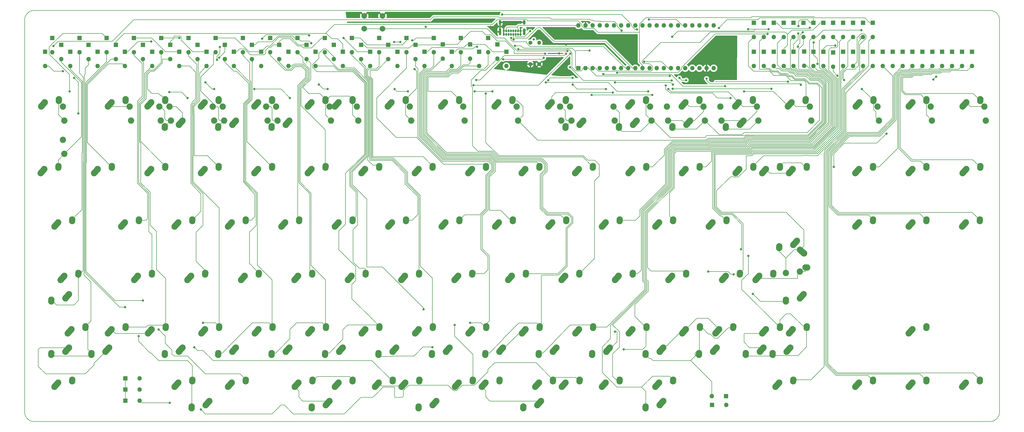
<source format=gtl>
%TF.GenerationSoftware,KiCad,Pcbnew,6.99.0-unknown-e6dc28fb2e~146~ubuntu21.10.1*%
%TF.CreationDate,2022-01-16T23:48:22-05:00*%
%TF.ProjectId,Alpsterium-pcb,416c7073-7465-4726-9975-6d2d7063622e,rev?*%
%TF.SameCoordinates,Original*%
%TF.FileFunction,Copper,L1,Top*%
%TF.FilePolarity,Positive*%
%FSLAX46Y46*%
G04 Gerber Fmt 4.6, Leading zero omitted, Abs format (unit mm)*
G04 Created by KiCad (PCBNEW 6.99.0-unknown-e6dc28fb2e~146~ubuntu21.10.1) date 2022-01-16 23:48:22*
%MOMM*%
%LPD*%
G01*
G04 APERTURE LIST*
G04 Aperture macros list*
%AMHorizOval*
0 Thick line with rounded ends*
0 $1 width*
0 $2 $3 position (X,Y) of the first rounded end (center of the circle)*
0 $4 $5 position (X,Y) of the second rounded end (center of the circle)*
0 Add line between two ends*
20,1,$1,$2,$3,$4,$5,0*
0 Add two circle primitives to create the rounded ends*
1,1,$1,$2,$3*
1,1,$1,$4,$5*%
G04 Aperture macros list end*
%TA.AperFunction,Profile*%
%ADD10C,0.150000*%
%TD*%
%TA.AperFunction,ComponentPad*%
%ADD11HorizOval,2.250000X0.655001X0.730000X-0.655001X-0.730000X0*%
%TD*%
%TA.AperFunction,ComponentPad*%
%ADD12C,2.250000*%
%TD*%
%TA.AperFunction,ComponentPad*%
%ADD13HorizOval,2.250000X0.020000X0.290000X-0.020000X-0.290000X0*%
%TD*%
%TA.AperFunction,ComponentPad*%
%ADD14R,1.600000X1.600000*%
%TD*%
%TA.AperFunction,ComponentPad*%
%ADD15O,1.600000X1.600000*%
%TD*%
%TA.AperFunction,ComponentPad*%
%ADD16C,2.000000*%
%TD*%
%TA.AperFunction,ComponentPad*%
%ADD17HorizOval,2.250000X0.290000X-0.019999X-0.290000X0.019999X0*%
%TD*%
%TA.AperFunction,ComponentPad*%
%ADD18HorizOval,2.250000X0.730004X-0.654995X-0.730004X0.654995X0*%
%TD*%
%TA.AperFunction,ComponentPad*%
%ADD19O,0.650000X1.000000*%
%TD*%
%TA.AperFunction,ComponentPad*%
%ADD20O,0.900000X2.400000*%
%TD*%
%TA.AperFunction,ComponentPad*%
%ADD21O,0.900000X1.700000*%
%TD*%
%TA.AperFunction,ComponentPad*%
%ADD22C,1.400000*%
%TD*%
%TA.AperFunction,ComponentPad*%
%ADD23O,1.400000X1.400000*%
%TD*%
%TA.AperFunction,ComponentPad*%
%ADD24HorizOval,2.250000X-0.655001X-0.730000X0.655001X0.730000X0*%
%TD*%
%TA.AperFunction,ComponentPad*%
%ADD25HorizOval,2.250000X-0.020000X-0.290000X0.020000X0.290000X0*%
%TD*%
%TA.AperFunction,ViaPad*%
%ADD26C,0.800000*%
%TD*%
%TA.AperFunction,Conductor*%
%ADD27C,0.200000*%
%TD*%
G04 APERTURE END LIST*
D10*
X40451560Y-55313500D02*
G75*
G03*
X37147501Y-58623559I2999J-3307058D01*
G01*
X384810000Y-58617560D02*
G75*
G03*
X381499941Y-55313501I-3307058J-2999D01*
G01*
X381505940Y-201930000D02*
G75*
G03*
X384809999Y-198619941I-2999J3307058D01*
G01*
X384810000Y-58617560D02*
X384809999Y-198619941D01*
X37147500Y-198625940D02*
X37147501Y-58623559D01*
X381505940Y-201930000D02*
X40457559Y-201929999D01*
X40451560Y-55313500D02*
X381499941Y-55313500D01*
X37147500Y-198625940D02*
G75*
G03*
X40457559Y-201929999I3307058J2999D01*
G01*
D11*
X62559901Y-112617500D03*
D12*
X63214900Y-111887500D03*
D13*
X68234900Y-111097500D03*
D12*
X68254900Y-110807500D03*
D11*
X205601301Y-131667500D03*
D12*
X206256300Y-130937500D03*
D13*
X211276300Y-130147500D03*
D12*
X211296300Y-129857500D03*
D14*
X321967200Y-70054900D03*
D15*
X321967200Y-75134900D03*
D14*
X108530600Y-67574700D03*
D15*
X108530600Y-72654700D03*
D14*
X297229700Y-70054900D03*
D15*
X297229700Y-75134900D03*
D14*
X371442200Y-70054900D03*
D15*
X371442200Y-75134900D03*
D14*
X336102900Y-70054900D03*
D15*
X336102900Y-75134900D03*
D14*
X339636800Y-59680500D03*
D15*
X339636800Y-64760500D03*
D14*
X46981400Y-65094400D03*
D15*
X46981400Y-70174400D03*
D14*
X89094000Y-67574700D03*
D15*
X89094000Y-72654700D03*
D14*
X105291200Y-65094400D03*
D15*
X105291200Y-70174400D03*
D14*
X121488400Y-70054900D03*
D15*
X121488400Y-75134900D03*
D14*
X137685500Y-67574700D03*
D15*
X137685500Y-72654700D03*
D14*
X170079900Y-70054900D03*
D15*
X170079900Y-75134900D03*
D14*
X202474200Y-65094400D03*
D15*
X202474200Y-70174400D03*
D14*
X304297600Y-70054900D03*
D15*
X304297600Y-75134900D03*
D14*
X304297600Y-59680500D03*
D15*
X304297600Y-64760500D03*
D14*
X300763600Y-70054900D03*
D15*
X300763600Y-75134900D03*
D14*
X300763600Y-59680500D03*
D15*
X300763600Y-64760500D03*
D14*
X297229700Y-59680500D03*
D15*
X297229700Y-64760500D03*
D14*
X336102900Y-59680500D03*
D15*
X336102900Y-64760500D03*
D14*
X374976100Y-70054900D03*
D15*
X374976100Y-75134900D03*
D14*
X50220800Y-67574700D03*
D15*
X50220800Y-72654700D03*
D14*
X72896900Y-70054900D03*
D15*
X72896900Y-75134900D03*
D14*
X85854600Y-65094400D03*
D15*
X85854600Y-70174400D03*
D14*
X102051800Y-70054900D03*
D15*
X102051800Y-75134900D03*
D14*
X118248900Y-67574700D03*
D15*
X118248900Y-72654700D03*
D14*
X134446100Y-65094400D03*
D15*
X134446100Y-70174400D03*
D14*
X153882700Y-65094400D03*
D15*
X153882700Y-70174400D03*
D14*
X166840400Y-67574700D03*
D15*
X166840400Y-72654700D03*
D14*
X173319300Y-65094400D03*
D15*
X173319300Y-70174400D03*
D14*
X189516500Y-70054900D03*
D15*
X189516500Y-75134900D03*
D14*
X205713700Y-67373500D03*
D15*
X205713700Y-72453500D03*
D14*
X307831500Y-59680500D03*
D15*
X307831500Y-64760500D03*
D14*
X332569000Y-70054900D03*
D15*
X332569000Y-75134900D03*
D14*
X360840400Y-70054900D03*
D15*
X360840400Y-75134900D03*
D14*
X364374300Y-70054900D03*
D15*
X364374300Y-75134900D03*
D14*
X367908200Y-70054900D03*
D15*
X367908200Y-75134900D03*
D14*
X53460300Y-70054900D03*
D15*
X53460300Y-75134900D03*
D14*
X76136300Y-65094400D03*
D15*
X76136300Y-70174400D03*
D14*
X92333500Y-70054900D03*
D15*
X92333500Y-75134900D03*
D14*
X124727800Y-65094400D03*
D15*
X124727800Y-70174400D03*
D14*
X140925000Y-70054900D03*
D15*
X140925000Y-75134900D03*
D14*
X157122100Y-67574700D03*
D15*
X157122100Y-72654700D03*
D14*
X176558700Y-67574700D03*
D15*
X176558700Y-72654700D03*
D14*
X186277000Y-67373500D03*
D15*
X186277000Y-72453500D03*
D14*
X192755900Y-65094400D03*
D15*
X192755900Y-70174400D03*
D14*
X307831500Y-70054900D03*
D15*
X307831500Y-75134900D03*
D14*
X321967200Y-59680500D03*
D15*
X321967200Y-64760500D03*
D14*
X325501100Y-59680500D03*
D15*
X325501100Y-64760500D03*
D14*
X332569000Y-59680500D03*
D15*
X332569000Y-64760500D03*
D14*
X350238600Y-70054900D03*
D15*
X350238600Y-75134900D03*
D14*
X353772500Y-70054900D03*
D15*
X353772500Y-75134900D03*
D14*
X357306400Y-70054900D03*
D15*
X357306400Y-75134900D03*
D14*
X56699700Y-65094400D03*
D15*
X56699700Y-70174400D03*
D14*
X79375700Y-67574700D03*
D15*
X79375700Y-72654700D03*
D14*
X95572900Y-65094400D03*
D15*
X95572900Y-70174400D03*
D14*
X111770100Y-70054900D03*
D15*
X111770100Y-75134900D03*
D14*
X127967200Y-67574700D03*
D15*
X127967200Y-72654700D03*
D14*
X144164400Y-65094400D03*
D15*
X144164400Y-70174400D03*
D14*
X160361600Y-70054900D03*
D15*
X160361600Y-75134900D03*
D14*
X179798200Y-70054900D03*
D15*
X179798200Y-75134900D03*
D14*
X195995300Y-67373500D03*
D15*
X195995300Y-72453500D03*
D14*
X208953100Y-70054900D03*
D15*
X208953100Y-75134900D03*
D14*
X311365400Y-59680500D03*
D15*
X311365400Y-64760500D03*
D14*
X318433300Y-70054900D03*
D15*
X318433300Y-75134900D03*
D14*
X329035000Y-70054900D03*
D15*
X329035000Y-75134900D03*
D14*
X59939100Y-67574700D03*
D15*
X59939100Y-72654700D03*
D14*
X82615200Y-70054900D03*
D15*
X82615200Y-75134900D03*
D14*
X98812300Y-67574700D03*
D15*
X98812300Y-72654700D03*
D14*
X115009500Y-65094400D03*
D15*
X115009500Y-70174400D03*
D14*
X131206700Y-70054900D03*
D15*
X131206700Y-75134900D03*
D14*
X147403800Y-67574700D03*
D15*
X147403800Y-72654700D03*
D14*
X163601000Y-65094400D03*
D15*
X163601000Y-70174400D03*
D14*
X183037600Y-65094400D03*
D15*
X183037600Y-70174400D03*
D14*
X199234800Y-70054900D03*
D15*
X199234800Y-75134900D03*
D14*
X311365400Y-70054900D03*
D15*
X311365400Y-75134900D03*
D14*
X318433300Y-59680500D03*
D15*
X318433300Y-64760500D03*
D14*
X329035000Y-59680500D03*
D15*
X329035000Y-64760500D03*
D14*
X346704700Y-70054900D03*
D15*
X346704700Y-75134900D03*
D14*
X63178600Y-70054900D03*
D15*
X63178600Y-75134900D03*
D14*
X66418000Y-65094400D03*
D15*
X66418000Y-70174400D03*
D14*
X69657400Y-67574700D03*
D15*
X69657400Y-72654700D03*
D14*
X150643300Y-70054900D03*
D15*
X150643300Y-75134900D03*
D14*
X314899300Y-59680500D03*
D15*
X314899300Y-64760500D03*
D14*
X339636800Y-70054900D03*
D15*
X339636800Y-75134900D03*
D14*
X343170700Y-70054900D03*
D15*
X343170700Y-75134900D03*
D16*
X158284600Y-57289700D03*
X164784600Y-57289700D03*
X158284600Y-61789700D03*
X164784600Y-61789700D03*
D11*
X43676301Y-88805000D03*
D12*
X44331300Y-88075000D03*
D13*
X49351300Y-87285000D03*
D12*
X49371300Y-86995000D03*
D11*
X81640401Y-88805000D03*
D12*
X82295400Y-88075000D03*
D13*
X87315400Y-87285000D03*
D12*
X87335400Y-86995000D03*
D11*
X100680201Y-88805000D03*
D12*
X101335200Y-88075000D03*
D13*
X106355200Y-87285000D03*
D12*
X106375200Y-86995000D03*
D11*
X119720001Y-88805000D03*
D12*
X120375000Y-88075000D03*
D13*
X125395000Y-87285000D03*
D12*
X125415000Y-86995000D03*
D11*
X138765001Y-88805000D03*
D12*
X139420000Y-88075000D03*
D13*
X144440000Y-87285000D03*
D12*
X144460000Y-86995000D03*
D11*
X167355201Y-88805000D03*
D12*
X168010200Y-88075000D03*
D13*
X173030200Y-87285000D03*
D12*
X173050200Y-86995000D03*
D11*
X186405201Y-88805000D03*
D12*
X187060200Y-88075000D03*
D13*
X192080200Y-87285000D03*
D12*
X192100200Y-86995000D03*
D11*
X205445001Y-88805000D03*
D12*
X206100000Y-88075000D03*
D13*
X211120000Y-87285000D03*
D12*
X211140000Y-86995000D03*
D11*
X224484901Y-88805000D03*
D12*
X225139900Y-88075000D03*
D13*
X230159900Y-87285000D03*
D12*
X230179900Y-86995000D03*
D11*
X253075101Y-88805000D03*
D12*
X253730100Y-88075000D03*
D13*
X258750100Y-87285000D03*
D12*
X258770100Y-86995000D03*
D11*
X272115001Y-88805000D03*
D12*
X272770000Y-88075000D03*
D13*
X277790000Y-87285000D03*
D12*
X277810000Y-86995000D03*
D11*
X291159901Y-88805000D03*
D12*
X291814900Y-88075000D03*
D13*
X296834900Y-87285000D03*
D12*
X296854900Y-86995000D03*
D11*
X310000001Y-88805000D03*
D12*
X310655000Y-88075000D03*
D13*
X315675000Y-87285000D03*
D12*
X315695000Y-86995000D03*
D11*
X334188801Y-88805000D03*
D12*
X334843800Y-88075000D03*
D13*
X339863800Y-87285000D03*
D12*
X339883800Y-86995000D03*
D11*
X353080001Y-88805000D03*
D12*
X353735000Y-88075000D03*
D13*
X358755000Y-87285000D03*
D12*
X358775000Y-86995000D03*
D11*
X372288801Y-88805000D03*
D12*
X372943800Y-88075000D03*
D13*
X377963800Y-87285000D03*
D12*
X377983800Y-86995000D03*
D11*
X43509901Y-112617500D03*
D12*
X44164900Y-111887500D03*
D13*
X49184900Y-111097500D03*
D12*
X49204900Y-110807500D03*
D11*
X81609901Y-112617500D03*
D12*
X82264900Y-111887500D03*
D13*
X87284900Y-111097500D03*
D12*
X87304900Y-110807500D03*
D11*
X100665001Y-112617500D03*
D12*
X101320000Y-111887500D03*
D13*
X106340000Y-111097500D03*
D12*
X106360000Y-110807500D03*
D11*
X119740401Y-112617500D03*
D12*
X120395400Y-111887500D03*
D13*
X125415400Y-111097500D03*
D12*
X125435400Y-110807500D03*
D11*
X138810701Y-112617500D03*
D12*
X139465700Y-111887500D03*
D13*
X144485700Y-111097500D03*
D12*
X144505700Y-110807500D03*
D11*
X157886101Y-112617500D03*
D12*
X158541100Y-111887500D03*
D13*
X163561100Y-111097500D03*
D12*
X163581100Y-110807500D03*
D11*
X176961501Y-112617500D03*
D12*
X177616500Y-111887500D03*
D13*
X182636500Y-111097500D03*
D12*
X182656500Y-110807500D03*
D11*
X196001301Y-112617500D03*
D12*
X196656300Y-111887500D03*
D13*
X201676300Y-111097500D03*
D12*
X201696300Y-110807500D03*
D11*
X215041201Y-112617500D03*
D12*
X215696200Y-111887500D03*
D13*
X220716200Y-111097500D03*
D12*
X220736200Y-110807500D03*
D11*
X234106401Y-112617500D03*
D12*
X234761400Y-111887500D03*
D13*
X239781400Y-111097500D03*
D12*
X239801400Y-110807500D03*
D11*
X253131001Y-112617500D03*
D12*
X253786000Y-111887500D03*
D13*
X258806000Y-111097500D03*
D12*
X258826000Y-110807500D03*
D11*
X272186101Y-112617500D03*
D12*
X272841100Y-111887500D03*
D13*
X277861100Y-111097500D03*
D12*
X277881100Y-110807500D03*
D11*
X291326301Y-112617500D03*
D12*
X291981300Y-111887500D03*
D13*
X297001300Y-111097500D03*
D12*
X297021300Y-110807500D03*
D11*
X334009701Y-112617500D03*
D12*
X334664700Y-111887500D03*
D13*
X339684700Y-111097500D03*
D12*
X339704700Y-110807500D03*
D11*
X353074901Y-112617500D03*
D12*
X353729900Y-111887500D03*
D13*
X358749900Y-111097500D03*
D12*
X358769900Y-110807500D03*
D11*
X372288801Y-112617500D03*
D12*
X372943800Y-111887500D03*
D13*
X377963800Y-111097500D03*
D12*
X377983800Y-110807500D03*
D11*
X48438801Y-131667500D03*
D12*
X49093800Y-130937500D03*
D13*
X54113800Y-130147500D03*
D12*
X54133800Y-129857500D03*
D11*
X72251301Y-131667500D03*
D12*
X72906300Y-130937500D03*
D13*
X77926300Y-130147500D03*
D12*
X77946300Y-129857500D03*
D11*
X91301301Y-131667500D03*
D12*
X91956300Y-130937500D03*
D13*
X96976300Y-130147500D03*
D12*
X96996300Y-129857500D03*
D11*
X110351301Y-131667500D03*
D12*
X111006300Y-130937500D03*
D13*
X116026300Y-130147500D03*
D12*
X116046300Y-129857500D03*
D11*
X129401301Y-131667500D03*
D12*
X130056300Y-130937500D03*
D13*
X135076300Y-130147500D03*
D12*
X135096300Y-129857500D03*
D11*
X148451301Y-131667500D03*
D12*
X149106300Y-130937500D03*
D13*
X154126300Y-130147500D03*
D12*
X154146300Y-129857500D03*
D11*
X167501301Y-131667500D03*
D12*
X168156300Y-130937500D03*
D13*
X173176300Y-130147500D03*
D12*
X173196300Y-129857500D03*
D11*
X186551301Y-131667500D03*
D12*
X187206300Y-130937500D03*
D13*
X192226300Y-130147500D03*
D12*
X192246300Y-129857500D03*
D11*
X224651301Y-131667500D03*
D12*
X225306300Y-130937500D03*
D13*
X230326300Y-130147500D03*
D12*
X230346300Y-129857500D03*
D11*
X243701301Y-131667500D03*
D12*
X244356300Y-130937500D03*
D13*
X249376300Y-130147500D03*
D12*
X249396300Y-129857500D03*
D11*
X262751301Y-131667500D03*
D12*
X263406300Y-130937500D03*
D13*
X268426300Y-130147500D03*
D12*
X268446300Y-129857500D03*
D11*
X281801301Y-131667500D03*
D12*
X282456300Y-130937500D03*
D13*
X287476300Y-130147500D03*
D12*
X287496300Y-129857500D03*
X313650000Y-148462500D03*
D17*
X315940000Y-146982499D03*
D12*
X316230000Y-147002500D03*
X308650000Y-148962500D03*
D18*
X314420004Y-141307495D03*
D12*
X315150000Y-141962500D03*
D11*
X334019801Y-131667500D03*
D12*
X334674800Y-130937500D03*
D13*
X339694800Y-130147500D03*
D12*
X339714800Y-129857500D03*
D11*
X353074901Y-131667500D03*
D12*
X353729900Y-130937500D03*
D13*
X358749900Y-130147500D03*
D12*
X358769900Y-129857500D03*
D11*
X372140201Y-131667500D03*
D12*
X372795200Y-130937500D03*
D13*
X377815200Y-130147500D03*
D12*
X377835200Y-129857500D03*
D11*
X50667601Y-150717500D03*
D12*
X51322600Y-149987500D03*
D13*
X56342600Y-149197500D03*
D12*
X56362600Y-148907500D03*
D11*
X76860101Y-150717500D03*
D12*
X77515100Y-149987500D03*
D13*
X82535100Y-149197500D03*
D12*
X82555100Y-148907500D03*
D11*
X95894801Y-150717500D03*
D12*
X96549800Y-149987500D03*
D13*
X101569800Y-149197500D03*
D12*
X101589800Y-148907500D03*
D11*
X114965201Y-150717500D03*
D12*
X115620200Y-149987500D03*
D13*
X120640200Y-149197500D03*
D12*
X120660200Y-148907500D03*
D11*
X134010101Y-150717500D03*
D12*
X134665100Y-149987500D03*
D13*
X139685100Y-149197500D03*
D12*
X139705100Y-148907500D03*
D11*
X153065201Y-150717500D03*
D12*
X153720200Y-149987500D03*
D13*
X158740200Y-149197500D03*
D12*
X158760200Y-148907500D03*
D11*
X172099901Y-150717500D03*
D12*
X172754900Y-149987500D03*
D13*
X177774900Y-149197500D03*
D12*
X177794900Y-148907500D03*
D11*
X191144801Y-150717500D03*
D12*
X191799800Y-149987500D03*
D13*
X196819800Y-149197500D03*
D12*
X196839800Y-148907500D03*
D11*
X210205001Y-150717500D03*
D12*
X210860000Y-149987500D03*
D13*
X215880000Y-149197500D03*
D12*
X215900000Y-148907500D03*
D11*
X229255001Y-150717500D03*
D12*
X229910000Y-149987500D03*
D13*
X234930000Y-149197500D03*
D12*
X234950000Y-148907500D03*
D11*
X248305001Y-150717500D03*
D12*
X248960000Y-149987500D03*
D13*
X253980000Y-149197500D03*
D12*
X254000000Y-148907500D03*
D11*
X267380401Y-150717500D03*
D12*
X268035400Y-149987500D03*
D13*
X273055400Y-149197500D03*
D12*
X273075400Y-148907500D03*
D11*
X286563801Y-150717500D03*
D12*
X287218800Y-149987500D03*
D13*
X292238800Y-149197500D03*
D12*
X292258800Y-148907500D03*
D11*
X53201301Y-169767500D03*
D12*
X53856300Y-169037500D03*
D13*
X58876300Y-168247500D03*
D12*
X58896300Y-167957500D03*
D11*
X81776301Y-169767500D03*
D12*
X82431300Y-169037500D03*
D13*
X87451300Y-168247500D03*
D12*
X87471300Y-167957500D03*
D11*
X100826301Y-169767500D03*
D12*
X101481300Y-169037500D03*
D13*
X106501300Y-168247500D03*
D12*
X106521300Y-167957500D03*
D11*
X119876301Y-169767500D03*
D12*
X120531300Y-169037500D03*
D13*
X125551300Y-168247500D03*
D12*
X125571300Y-167957500D03*
D11*
X138926301Y-169767500D03*
D12*
X139581300Y-169037500D03*
D13*
X144601300Y-168247500D03*
D12*
X144621300Y-167957500D03*
D11*
X157976301Y-169767500D03*
D12*
X158631300Y-169037500D03*
D13*
X163651300Y-168247500D03*
D12*
X163671300Y-167957500D03*
D11*
X177026301Y-169767500D03*
D12*
X177681300Y-169037500D03*
D13*
X182701300Y-168247500D03*
D12*
X182721300Y-167957500D03*
D11*
X196076301Y-169767500D03*
D12*
X196731300Y-169037500D03*
D13*
X201751300Y-168247500D03*
D12*
X201771300Y-167957500D03*
D11*
X215126301Y-169767500D03*
D12*
X215781300Y-169037500D03*
D13*
X220801300Y-168247500D03*
D12*
X220821300Y-167957500D03*
D11*
X234176301Y-169767500D03*
D12*
X234831300Y-169037500D03*
D13*
X239851300Y-168247500D03*
D12*
X239871300Y-167957500D03*
D11*
X253226301Y-169767500D03*
D12*
X253881300Y-169037500D03*
D13*
X258901300Y-168247500D03*
D12*
X258921300Y-167957500D03*
D11*
X353080001Y-169767500D03*
D12*
X353735000Y-169037500D03*
D13*
X358755000Y-168247500D03*
D12*
X358775000Y-167957500D03*
D11*
X48438801Y-188817500D03*
D12*
X49093800Y-188087500D03*
D13*
X54113800Y-187297500D03*
D12*
X54133800Y-187007500D03*
D11*
X134163801Y-188817500D03*
D12*
X134818800Y-188087500D03*
D13*
X139838800Y-187297500D03*
D12*
X139858800Y-187007500D03*
D11*
X91301301Y-188817500D03*
D12*
X91956300Y-188087500D03*
D13*
X96976300Y-187297500D03*
D12*
X96996300Y-187007500D03*
D11*
X110351301Y-188817500D03*
D12*
X111006300Y-188087500D03*
D13*
X116026300Y-187297500D03*
D12*
X116046300Y-187007500D03*
D11*
X219888801Y-188817500D03*
D12*
X220543800Y-188087500D03*
D13*
X225563800Y-187297500D03*
D12*
X225583800Y-187007500D03*
D11*
X191313801Y-188817500D03*
D12*
X191968800Y-188087500D03*
D13*
X196988800Y-187297500D03*
D12*
X197008800Y-187007500D03*
D11*
X262751301Y-188817500D03*
D12*
X263406300Y-188087500D03*
D13*
X268426300Y-187297500D03*
D12*
X268446300Y-187007500D03*
D11*
X305613801Y-188817500D03*
D12*
X306268800Y-188087500D03*
D13*
X311288800Y-187297500D03*
D12*
X311308800Y-187007500D03*
D11*
X334035101Y-188817500D03*
D12*
X334690100Y-188087500D03*
D13*
X339710100Y-187297500D03*
D12*
X339730100Y-187007500D03*
D11*
X353074901Y-188817500D03*
D12*
X353729900Y-188087500D03*
D13*
X358749900Y-187297500D03*
D12*
X358769900Y-187007500D03*
D11*
X372130001Y-188817500D03*
D12*
X372785000Y-188087500D03*
D13*
X377805000Y-187297500D03*
D12*
X377825000Y-187007500D03*
D19*
X213991300Y-63897700D03*
X213141300Y-63897700D03*
X212291300Y-63897700D03*
X211441300Y-63897700D03*
X210591300Y-63897700D03*
X209741300Y-63897700D03*
X208891300Y-63897700D03*
X208041300Y-63897700D03*
X208036300Y-62572700D03*
X208886300Y-62572700D03*
X209736300Y-62572700D03*
X210586300Y-62572700D03*
X211436300Y-62572700D03*
X212286300Y-62572700D03*
X213136300Y-62572700D03*
X213991300Y-62572700D03*
D20*
X215341300Y-62917700D03*
D21*
X215341300Y-59537700D03*
D20*
X206691300Y-62917700D03*
D21*
X206691300Y-59537700D03*
D11*
X300851301Y-169767500D03*
D12*
X301506300Y-169037500D03*
D13*
X306526300Y-168247500D03*
D12*
X306546300Y-167957500D03*
D11*
X148451301Y-188817500D03*
D12*
X149106300Y-188087500D03*
D13*
X154126300Y-187297500D03*
D12*
X154146300Y-187007500D03*
D22*
X217487500Y-66833700D03*
D23*
X217487500Y-74453700D03*
D24*
X66654999Y-176307500D03*
D12*
X66000000Y-177037500D03*
D25*
X60980000Y-177827500D03*
D12*
X60960000Y-178117500D03*
X193560200Y-89575000D03*
X194060200Y-94575000D03*
D24*
X111898799Y-176307500D03*
D12*
X111243800Y-177037500D03*
D25*
X106223800Y-177827500D03*
D12*
X106203800Y-178117500D03*
X145920000Y-89575000D03*
X146420000Y-94575000D03*
D14*
X234637500Y-75887500D03*
D15*
X237177500Y-75887500D03*
X239717500Y-75887500D03*
X242257500Y-75887500D03*
X244797500Y-75887500D03*
X247337500Y-75887500D03*
X249877500Y-75887500D03*
X252417500Y-75887500D03*
X254957500Y-75887500D03*
X257497500Y-75887500D03*
X260037500Y-75887500D03*
X262577500Y-75887500D03*
X265117500Y-75887500D03*
X267657500Y-75887500D03*
X270197500Y-75887500D03*
X272737500Y-75887500D03*
X275277500Y-75887500D03*
X277817500Y-75887500D03*
X280357500Y-75887500D03*
X282897500Y-75887500D03*
X282897500Y-60647500D03*
X280357500Y-60647500D03*
X277817500Y-60647500D03*
X275277500Y-60647500D03*
X272737500Y-60647500D03*
X270197500Y-60647500D03*
X267657500Y-60647500D03*
X265117500Y-60647500D03*
X262577500Y-60647500D03*
X260037500Y-60647500D03*
X257497500Y-60647500D03*
X254957500Y-60647500D03*
X252417500Y-60647500D03*
X249877500Y-60647500D03*
X247337500Y-60647500D03*
X244797500Y-60647500D03*
X242257500Y-60647500D03*
X239717500Y-60647500D03*
X237177500Y-60647500D03*
X234637500Y-60647500D03*
D12*
X317155000Y-89575000D03*
X317655000Y-94575000D03*
X126875000Y-89575000D03*
X127375000Y-94575000D03*
X231639900Y-89575000D03*
X232139900Y-94575000D03*
D11*
X310376301Y-169767500D03*
D12*
X311031300Y-169037500D03*
D13*
X316051300Y-168247500D03*
D12*
X316071300Y-167957500D03*
D24*
X92848799Y-176307500D03*
D12*
X92193800Y-177037500D03*
D25*
X87173800Y-177827500D03*
D12*
X87153800Y-178117500D03*
X247618800Y-94575000D03*
X247118800Y-89575000D03*
D11*
X172263801Y-188817500D03*
D12*
X172918800Y-188087500D03*
D13*
X177938800Y-187297500D03*
D12*
X177958800Y-187007500D03*
D11*
X67488801Y-169767500D03*
D12*
X68143800Y-169037500D03*
D13*
X73163800Y-168247500D03*
D12*
X73183800Y-167957500D03*
D24*
X283348799Y-176307500D03*
D12*
X282693800Y-177037500D03*
D25*
X277673800Y-177827500D03*
D12*
X277653800Y-178117500D03*
D11*
X200838801Y-188817500D03*
D12*
X201493800Y-188087500D03*
D13*
X206513800Y-187297500D03*
D12*
X206533800Y-187007500D03*
D11*
X67488801Y-88805000D03*
D12*
X68143800Y-88075000D03*
D13*
X73163800Y-87285000D03*
D12*
X73183800Y-86995000D03*
D24*
X309542499Y-176307500D03*
D12*
X308887500Y-177037500D03*
D25*
X303867500Y-177827500D03*
D12*
X303847500Y-178117500D03*
X85693800Y-94575000D03*
X85193800Y-89575000D03*
D24*
X111898799Y-95345000D03*
D12*
X111243800Y-96075000D03*
D25*
X106223800Y-96865000D03*
D12*
X106203800Y-97155000D03*
X104743800Y-94575000D03*
X104243800Y-89575000D03*
D14*
X287273800Y-192881200D03*
D15*
X282193800Y-192881200D03*
D14*
X282257500Y-196056200D03*
D15*
X287337500Y-196056200D03*
D24*
X149998799Y-176307500D03*
D12*
X149343800Y-177037500D03*
D25*
X144323800Y-177827500D03*
D12*
X144303800Y-178117500D03*
D14*
X73088800Y-190500000D03*
D15*
X78168800Y-190500000D03*
D11*
X243701301Y-188817500D03*
D12*
X244356300Y-188087500D03*
D13*
X249376300Y-187297500D03*
D12*
X249396300Y-187007500D03*
X360235000Y-89575000D03*
X360735000Y-94575000D03*
D24*
X292873799Y-95345000D03*
D12*
X292218800Y-96075000D03*
D25*
X287198800Y-96865000D03*
D12*
X287178800Y-97155000D03*
D11*
X300851301Y-112617500D03*
D12*
X301506300Y-111887500D03*
D13*
X306526300Y-111097500D03*
D12*
X306546300Y-110807500D03*
D24*
X52367499Y-157257500D03*
D12*
X51712500Y-157987500D03*
D25*
X46692500Y-158777500D03*
D12*
X46672500Y-159067500D03*
D24*
X264298799Y-176307500D03*
D12*
X263643800Y-177037500D03*
D25*
X258623800Y-177827500D03*
D12*
X258603800Y-178117500D03*
D24*
X311923799Y-138207500D03*
D12*
X311268800Y-138937500D03*
D25*
X306248800Y-139727500D03*
D12*
X306228800Y-140017500D03*
X279270000Y-89575000D03*
X279770000Y-94575000D03*
D11*
X284182501Y-169767500D03*
D12*
X284837500Y-169037500D03*
D13*
X289857500Y-168247500D03*
D12*
X289877500Y-167957500D03*
D24*
X207148799Y-176307500D03*
D12*
X206493800Y-177037500D03*
D25*
X201473800Y-177827500D03*
D12*
X201453800Y-178117500D03*
X298314900Y-89575000D03*
X298814900Y-94575000D03*
D14*
X73088800Y-186531200D03*
D15*
X78168800Y-186531200D03*
D11*
X162738801Y-188817500D03*
D12*
X163393800Y-188087500D03*
D13*
X168413800Y-187297500D03*
D12*
X168433800Y-187007500D03*
D24*
X220642499Y-195357500D03*
D12*
X219987500Y-196087500D03*
D25*
X214967500Y-196877500D03*
D12*
X214947500Y-197167500D03*
X50831300Y-89575000D03*
X51331300Y-94575000D03*
D11*
X298470001Y-150717500D03*
D12*
X299125000Y-149987500D03*
D13*
X304145000Y-149197500D03*
D12*
X304165000Y-148907500D03*
X123793800Y-94575000D03*
X123293800Y-89575000D03*
D24*
X226198799Y-176307500D03*
D12*
X225543800Y-177037500D03*
D25*
X220523800Y-177827500D03*
D12*
X220503800Y-178117500D03*
D24*
X52367499Y-176307500D03*
D12*
X51712500Y-177037500D03*
D25*
X46692500Y-177827500D03*
D12*
X46672500Y-178117500D03*
D24*
X273823799Y-95345000D03*
D12*
X273168800Y-96075000D03*
D25*
X268148800Y-96865000D03*
D12*
X268128800Y-97155000D03*
D11*
X310376301Y-112617500D03*
D12*
X311031300Y-111887500D03*
D13*
X316051300Y-111097500D03*
D12*
X316071300Y-110807500D03*
D11*
X148451301Y-88805000D03*
D12*
X149106300Y-88075000D03*
D13*
X154126300Y-87285000D03*
D12*
X154146300Y-86995000D03*
D24*
X145236299Y-195357500D03*
D12*
X144581300Y-196087500D03*
D25*
X139561300Y-196877500D03*
D12*
X139541300Y-197167500D03*
D14*
X325437500Y-70326200D03*
D15*
X325437500Y-75406200D03*
D24*
X235723799Y-95345000D03*
D12*
X235068800Y-96075000D03*
D25*
X230048800Y-96865000D03*
D12*
X230028800Y-97155000D03*
X174510200Y-89575000D03*
X175010200Y-94575000D03*
X228568800Y-94575000D03*
X228068800Y-89575000D03*
D24*
X245248799Y-176307500D03*
D12*
X244593800Y-177037500D03*
D25*
X239573800Y-177827500D03*
D12*
X239553800Y-178117500D03*
D14*
X44450000Y-70054900D03*
D15*
X44450000Y-75134900D03*
D12*
X260230100Y-89575000D03*
X260730100Y-94575000D03*
X107835200Y-89575000D03*
X108335200Y-94575000D03*
D22*
X220662500Y-74453700D03*
D23*
X220662500Y-66833700D03*
D12*
X88795400Y-89575000D03*
X89295400Y-94575000D03*
D24*
X183336299Y-195357500D03*
D12*
X182681300Y-196087500D03*
D25*
X177661300Y-196877500D03*
D12*
X177641300Y-197167500D03*
X50831300Y-101481200D03*
X51331300Y-106481200D03*
D11*
X229413801Y-188817500D03*
D12*
X230068800Y-188087500D03*
D13*
X235088800Y-187297500D03*
D12*
X235108800Y-187007500D03*
D24*
X314304999Y-157257500D03*
D12*
X313650000Y-157987500D03*
D25*
X308630000Y-158777500D03*
D12*
X308610000Y-159067500D03*
D24*
X102373799Y-195357500D03*
D12*
X101718800Y-196087500D03*
D25*
X96698800Y-196877500D03*
D12*
X96678800Y-197167500D03*
D24*
X254773799Y-95345000D03*
D12*
X254118800Y-96075000D03*
D25*
X249098800Y-96865000D03*
D12*
X249078800Y-97155000D03*
D24*
X169048799Y-176307500D03*
D12*
X168393800Y-177037500D03*
D25*
X163373800Y-177827500D03*
D12*
X163353800Y-178117500D03*
X341343800Y-89575000D03*
X341843800Y-94575000D03*
X155606300Y-89575000D03*
X156106300Y-94575000D03*
D24*
X300017499Y-176307500D03*
D12*
X299362500Y-177037500D03*
D25*
X294342500Y-177827500D03*
D12*
X294322500Y-178117500D03*
X379443800Y-89575000D03*
X379943800Y-94575000D03*
D24*
X188098799Y-176307500D03*
D12*
X187443800Y-177037500D03*
D25*
X182423800Y-177827500D03*
D12*
X182403800Y-178117500D03*
X266668800Y-94575000D03*
X266168800Y-89575000D03*
D24*
X130948799Y-176307500D03*
D12*
X130293800Y-177037500D03*
D25*
X125273800Y-177827500D03*
D12*
X125253800Y-178117500D03*
D14*
X73088800Y-194468700D03*
D15*
X78168800Y-194468700D03*
D11*
X162738801Y-188817500D03*
D12*
X163393800Y-188087500D03*
D13*
X168413800Y-187297500D03*
D12*
X168433800Y-187007500D03*
X74643800Y-89575000D03*
X75143800Y-94575000D03*
X285718800Y-94575000D03*
X285218800Y-89575000D03*
D24*
X92848799Y-95345000D03*
D12*
X92193800Y-96075000D03*
D25*
X87173800Y-96865000D03*
D12*
X87153800Y-97155000D03*
X212600000Y-89575000D03*
X213100000Y-94575000D03*
D14*
X315118800Y-69913700D03*
D15*
X315118800Y-74993700D03*
D24*
X264298799Y-195357500D03*
D12*
X263643800Y-196087500D03*
D25*
X258623800Y-196877500D03*
D12*
X258603800Y-197167500D03*
D24*
X130948799Y-95345000D03*
D12*
X130293800Y-96075000D03*
D25*
X125273800Y-96865000D03*
D12*
X125253800Y-97155000D03*
D11*
X272276301Y-169767500D03*
D12*
X272931300Y-169037500D03*
D13*
X277951300Y-168247500D03*
D12*
X277971300Y-167957500D03*
D26*
X180181250Y-61118750D03*
X227806250Y-70643750D03*
X225425000Y-73025000D03*
X230187500Y-67468750D03*
X234950000Y-62706250D03*
X223043750Y-66675000D03*
X192087500Y-58737500D03*
X251618750Y-67468750D03*
X178594000Y-57150000D03*
X213518750Y-73818750D03*
X229393750Y-63500000D03*
X246856250Y-65881250D03*
X218281250Y-61912500D03*
X280987500Y-73025000D03*
X228600000Y-72231250D03*
X154781250Y-57150000D03*
X230187500Y-77787500D03*
X203200000Y-61118800D03*
X295275000Y-142875000D03*
X292632000Y-140494000D03*
X176212000Y-76200000D03*
X248449800Y-77488400D03*
X302128400Y-63693000D03*
X329343000Y-80105800D03*
X335756000Y-83343800D03*
X201612000Y-84931200D03*
X100756000Y-166688000D03*
X182562000Y-175419000D03*
X196006000Y-166688000D03*
X335528000Y-62343500D03*
X250825000Y-176212000D03*
X362204000Y-78902300D03*
X361163000Y-79943200D03*
X56356250Y-92075000D03*
X54768750Y-79375000D03*
X77787500Y-171450000D03*
X73025000Y-161131000D03*
X84931200Y-169069000D03*
X79375000Y-158750000D03*
X97631200Y-175419000D03*
X179388000Y-161925000D03*
X190500000Y-167481000D03*
X88900000Y-195262000D03*
X100013000Y-197644000D03*
X259789200Y-58551400D03*
X230729200Y-69802000D03*
X325705000Y-111125000D03*
X327025000Y-78581200D03*
X344488000Y-99218800D03*
X210655000Y-65138300D03*
X211507000Y-65712800D03*
X212046000Y-67910400D03*
X92265500Y-65163700D03*
X238612900Y-69588300D03*
X317157000Y-61455300D03*
X326225000Y-67805300D03*
X268066100Y-64696200D03*
X267233000Y-78715800D03*
X82283300Y-66433700D03*
X139382000Y-66967100D03*
X295152000Y-62006000D03*
X213192000Y-69091300D03*
X198488000Y-68287900D03*
X302411000Y-62006000D03*
X106490000Y-72174100D03*
X222756000Y-70721700D03*
X273050000Y-80168750D03*
X223837500Y-80168750D03*
X270668750Y-79375000D03*
X319847000Y-74354500D03*
X232568750Y-81756250D03*
X150863000Y-65112900D03*
X268287500Y-81756250D03*
X232568750Y-79375000D03*
X247650000Y-80962500D03*
X318529000Y-66713100D03*
X218722000Y-65642700D03*
X244475000Y-83343750D03*
X168923000Y-66586100D03*
X243483900Y-78036000D03*
X313144000Y-60921900D03*
X284718300Y-61553300D03*
X171158000Y-66586100D03*
X286953800Y-82284400D03*
X175349000Y-65976500D03*
X313068000Y-63538100D03*
X314642000Y-63131700D03*
X53181200Y-84137500D03*
X312941000Y-68287900D03*
X250015400Y-62479800D03*
X47404700Y-67994400D03*
X106772000Y-68315200D03*
X105765000Y-72912500D03*
X138611000Y-64230000D03*
X255545700Y-62077100D03*
X121887000Y-65387300D03*
X207461500Y-56770800D03*
X258098400Y-73603800D03*
X231668100Y-75533900D03*
X267919100Y-80262100D03*
X222250000Y-72231200D03*
X207822000Y-72712800D03*
X230239200Y-70696900D03*
X198199000Y-80090500D03*
X231705100Y-70699400D03*
X197194000Y-81998900D03*
X239404000Y-85427100D03*
X260914000Y-85427100D03*
X246863300Y-84638800D03*
X290009000Y-149486000D03*
X280975000Y-148461000D03*
X266700000Y-83343750D03*
X265812200Y-82060700D03*
X288925000Y-86518800D03*
X293688000Y-84137500D03*
X303430000Y-83253700D03*
X268248400Y-83253700D03*
X313972000Y-81775800D03*
X280342200Y-79632700D03*
X309362000Y-80723300D03*
X142081250Y-81756250D03*
X119062500Y-83343750D03*
X169068750Y-83343750D03*
X104775000Y-83343750D03*
X131762500Y-86518750D03*
X88702700Y-84394000D03*
X197643750Y-84137500D03*
X203993750Y-84137500D03*
X101600000Y-80962500D03*
X145256250Y-83343750D03*
X173831250Y-84137500D03*
X95250000Y-86518750D03*
X259556250Y-84137500D03*
X223043750Y-80962500D03*
X247650000Y-169862000D03*
X217435000Y-62673800D03*
X296862000Y-156369000D03*
X50800000Y-76993800D03*
D27*
X214996300Y-62572700D02*
X215341300Y-62917700D01*
X208041300Y-62577700D02*
X208036300Y-62572700D01*
X215341000Y-62917700D02*
X215340000Y-62917700D01*
X213991300Y-62572700D02*
X214996300Y-62572700D01*
X207036000Y-62572700D02*
X206691000Y-62917400D01*
X215340000Y-62917700D02*
X214996000Y-62572700D01*
X213991300Y-63897700D02*
X213991300Y-62572700D01*
X208041300Y-63897700D02*
X208041300Y-62577700D01*
X215341300Y-62917700D02*
X216346500Y-61912500D01*
X206691000Y-62917500D02*
X206691000Y-62917700D01*
X216346500Y-61912500D02*
X218281250Y-61912500D01*
X49331300Y-92575000D02*
X51331300Y-94575000D01*
X49331300Y-87575000D02*
X49331300Y-92575000D01*
X89094000Y-72654700D02*
X86304100Y-72654700D01*
X87193800Y-96575000D02*
X87295400Y-96575000D01*
X86105900Y-85765500D02*
X87335400Y-86995000D01*
X85648797Y-89614298D02*
X85440948Y-89822147D01*
X82549900Y-84931200D02*
X84933800Y-84931200D01*
X87138821Y-91104322D02*
X85856646Y-89822147D01*
X82027800Y-76993800D02*
X80954800Y-78066700D01*
X80954800Y-83336100D02*
X82549900Y-84931200D01*
X86304100Y-72654700D02*
X86304100Y-74033400D01*
X83343700Y-76993800D02*
X82027800Y-76993800D01*
X84933800Y-84931200D02*
X85768100Y-85765500D01*
X87704410Y-94575000D02*
X87138821Y-94009411D01*
X87295400Y-96575000D02*
X89295400Y-94575000D01*
X85768100Y-85765500D02*
X86105900Y-85765500D01*
X87153800Y-97155000D02*
X86264800Y-97155000D01*
X85856646Y-89822147D02*
X85440948Y-89822147D01*
X89295400Y-94575000D02*
X87704410Y-94575000D01*
X87138821Y-94009411D02*
X87138821Y-91104322D01*
X86304100Y-74033400D02*
X83343700Y-76993800D01*
X80954800Y-78066700D02*
X80954800Y-83336100D01*
X208886000Y-62544700D02*
X208886000Y-62516700D01*
X208886000Y-62544700D02*
X208886000Y-62545000D01*
X208886000Y-62544700D02*
X208886000Y-62545000D01*
X208886000Y-62348100D02*
X208886000Y-62460400D01*
X213136000Y-62404300D02*
X213136000Y-62460200D01*
X208886000Y-62558800D02*
X208886000Y-62559100D01*
X213136000Y-62123000D02*
X213136000Y-62235400D01*
X213136000Y-62122700D02*
X213136000Y-62123000D01*
X208886000Y-62559100D02*
X208886000Y-62565900D01*
X208886000Y-62460400D02*
X208886000Y-62460700D01*
X213320600Y-60647500D02*
X234637500Y-60647500D01*
X208886000Y-62516700D02*
X208886000Y-62544700D01*
X208886000Y-62516700D02*
X208886000Y-62544700D01*
X208886000Y-62545000D02*
X208886000Y-62558800D01*
X208886000Y-62544700D02*
X208886000Y-62545000D01*
X208886000Y-62123000D02*
X208886000Y-62122700D01*
X208886000Y-62516700D02*
X208886000Y-62460700D01*
X208886000Y-62559100D02*
X208886000Y-62565900D01*
X208886000Y-62559100D02*
X208886000Y-62565900D01*
X208886000Y-62347800D02*
X208886000Y-62348100D01*
X208886000Y-62460700D02*
X208886000Y-62516700D01*
X208886000Y-62545000D02*
X208886000Y-62558800D01*
X213136000Y-62488300D02*
X213136000Y-62488600D01*
X213136000Y-62404000D02*
X213136000Y-62404300D01*
X208886000Y-62545000D02*
X208886000Y-62558800D01*
X208886000Y-61672700D02*
X209307000Y-61252100D01*
X208886000Y-62460700D02*
X208886000Y-62460400D01*
X208886000Y-62558800D02*
X208886000Y-62559100D01*
X208886000Y-62460700D02*
X208886000Y-62516700D01*
X208886000Y-62347800D02*
X208886000Y-62123000D01*
X213136000Y-62404300D02*
X213136000Y-62460200D01*
X208886000Y-62565900D02*
X208886000Y-62572700D01*
X208886000Y-62123000D02*
X208886000Y-62347800D01*
X213136000Y-62488300D02*
X213136000Y-62488600D01*
X208886000Y-62460400D02*
X208886000Y-62460700D01*
X208886000Y-62565900D02*
X208886300Y-62566200D01*
X213136000Y-61672700D02*
X213136000Y-62122700D01*
X208886000Y-62347800D02*
X208886000Y-62348100D01*
X208886000Y-62565900D02*
X208886000Y-62572700D01*
X208886000Y-62348100D02*
X208886000Y-62460400D01*
X208886000Y-62460400D02*
X208886000Y-62460700D01*
X208886000Y-62122700D02*
X208886000Y-62123000D01*
X208886000Y-62348100D02*
X208886000Y-62347800D01*
X213136000Y-62235400D02*
X213136000Y-62347800D01*
X208886000Y-62516700D02*
X208886000Y-62544700D01*
X208886000Y-62558800D02*
X208886000Y-62559100D01*
X208886000Y-62516700D02*
X208886000Y-62544700D01*
X213136300Y-62544800D02*
X213136300Y-62572700D01*
X208886000Y-62544700D02*
X208886000Y-62545000D01*
X208886000Y-62559100D02*
X208886000Y-62565900D01*
X208886000Y-62559100D02*
X208886000Y-62565900D01*
X208886000Y-62558800D02*
X208886000Y-62545000D01*
X213136000Y-62235400D02*
X213136000Y-62347800D01*
X208886000Y-62558800D02*
X208886000Y-62559100D01*
X213136000Y-62404000D02*
X213136000Y-62404300D01*
X208886000Y-62545000D02*
X208886000Y-62558800D01*
X208886000Y-62545000D02*
X208886000Y-62544700D01*
X213136000Y-62122700D02*
X213136000Y-62123000D01*
X208886000Y-62460400D02*
X208886000Y-62348100D01*
X213136000Y-62123000D02*
X213136000Y-62235400D01*
X212716000Y-61252100D02*
X213320600Y-60647500D01*
X208886000Y-62558800D02*
X208886000Y-62559100D01*
X208886000Y-62565900D02*
X208886000Y-62572700D01*
X208886000Y-62122700D02*
X208886000Y-61672700D01*
X213136000Y-62516400D02*
X213136000Y-62544500D01*
X213136000Y-62544500D02*
X213136300Y-62544800D01*
X213136000Y-62488600D02*
X213136000Y-62516400D01*
X208886000Y-62544700D02*
X208886000Y-62545000D01*
X208886000Y-62545000D02*
X208886000Y-62558800D01*
X208886000Y-62565900D02*
X208886000Y-62572700D01*
X213136000Y-62460200D02*
X213136000Y-62488300D01*
X208886000Y-62565900D02*
X208886000Y-62572700D01*
X213136000Y-62544500D02*
X213136000Y-62572700D01*
X213136000Y-62347800D02*
X213136000Y-62404000D01*
X209307000Y-61252100D02*
X212716000Y-61252100D01*
X212716000Y-61252100D02*
X213136000Y-61672700D01*
X213136000Y-62488600D02*
X213136000Y-62516400D01*
X213136000Y-62235400D02*
X213136000Y-62347800D01*
X208886300Y-62566200D02*
X208886300Y-62572700D01*
X208886000Y-62460700D02*
X208886000Y-62516700D01*
X306506000Y-165697000D02*
X308691000Y-163512000D01*
X315635300Y-167958000D02*
X316070800Y-167958000D01*
X316031000Y-169740000D02*
X316031000Y-168538000D01*
X283020000Y-125768000D02*
X283020000Y-106257000D01*
X316070800Y-167958000D02*
X316071000Y-167958000D01*
X308691000Y-163512000D02*
X310356000Y-163512000D01*
X304791000Y-178441000D02*
X313067000Y-178441000D01*
X283069000Y-106208000D02*
X296153000Y-106208000D01*
X292894000Y-131553000D02*
X289496000Y-128156000D01*
X292894000Y-154781000D02*
X292894000Y-151606000D01*
X310356000Y-163512000D02*
X315218200Y-168375100D01*
X306506000Y-167278700D02*
X306506000Y-165697000D01*
X316030800Y-168538000D02*
X316031000Y-168538000D01*
X313067000Y-178441000D02*
X313531000Y-177977000D01*
X303371000Y-178594000D02*
X295419000Y-178594000D01*
X315200000Y-167958000D02*
X315635300Y-167958000D01*
X306502000Y-167913000D02*
X306506000Y-167913000D01*
X327367000Y-79538900D02*
X327750000Y-79156800D01*
X306506000Y-167913000D02*
X306506000Y-167278700D01*
X303888000Y-177538000D02*
X304791000Y-178441000D01*
X327750000Y-66881500D02*
X327513000Y-66644600D01*
X306194000Y-168226000D02*
X305882000Y-167913000D01*
X316070800Y-167958000D02*
X316071300Y-167957500D01*
X305882000Y-167913000D02*
X306501800Y-167913000D01*
X319087000Y-105569000D02*
X327367000Y-97289200D01*
X295419000Y-178594000D02*
X294890500Y-178066000D01*
X327513000Y-66644600D02*
X329035000Y-65122200D01*
X327367000Y-97289200D02*
X327367000Y-79538900D01*
X329035000Y-65122200D02*
X329035000Y-64760500D01*
X313531000Y-177800000D02*
X316031000Y-175300000D01*
X292632000Y-140494000D02*
X292894000Y-140494000D01*
X305881000Y-167768000D02*
X292894000Y-154781000D01*
X306506000Y-167278700D02*
X306506300Y-167279000D01*
X295275000Y-149225000D02*
X295275000Y-142875000D01*
X285407000Y-128155000D02*
X283020000Y-125768000D01*
X296388000Y-105973000D02*
X296791000Y-105569000D01*
X305882000Y-167913000D02*
X305881000Y-167913000D01*
X315635300Y-167958000D02*
X315218200Y-168375100D01*
X306501800Y-167913000D02*
X306546300Y-167957500D01*
X306506300Y-167279000D02*
X306506300Y-168537500D01*
X296791000Y-105569000D02*
X319087000Y-105569000D01*
X292894000Y-140494000D02*
X292894000Y-131553000D01*
X327750000Y-79156800D02*
X327750000Y-66881500D01*
X294362500Y-177538000D02*
X294362500Y-177537500D01*
X296153000Y-106208000D02*
X296388000Y-105973000D01*
X294890500Y-178066000D02*
X294362500Y-177538000D01*
X285947000Y-128156000D02*
X285946000Y-128155000D01*
X305881000Y-167913000D02*
X305881000Y-167768000D01*
X306501800Y-167913000D02*
X306502000Y-167913000D01*
X306506000Y-168538000D02*
X306506000Y-167913000D01*
X315218200Y-168375100D02*
X315381000Y-168538000D01*
X315381000Y-168538000D02*
X316030800Y-168538000D01*
X303888000Y-178594000D02*
X303371000Y-178594000D01*
X316030800Y-168538000D02*
X316031300Y-168537500D01*
X294890500Y-178066000D02*
X294362000Y-177538000D01*
X316031000Y-175300000D02*
X316031000Y-169740000D01*
X289496000Y-128156000D02*
X285947000Y-128156000D01*
X303371000Y-178594000D02*
X303847500Y-178117500D01*
X303888000Y-177538000D02*
X303887500Y-177537500D01*
X313531000Y-177977000D02*
X313531000Y-177800000D01*
X292894000Y-151606000D02*
X295275000Y-149225000D01*
X283020000Y-106257000D02*
X283069000Y-106208000D01*
X285946000Y-128155000D02*
X285407000Y-128155000D01*
X125412500Y-90102710D02*
X124884790Y-89575000D01*
X125412500Y-94203490D02*
X125412500Y-90102710D01*
X127375000Y-94575000D02*
X125784010Y-94575000D01*
X124884790Y-89575000D02*
X123293800Y-89575000D01*
X125294000Y-96575000D02*
X125375000Y-96575000D01*
X125784010Y-94575000D02*
X125412500Y-94203490D01*
X173010000Y-87575000D02*
X173010000Y-92575000D01*
X173010000Y-92575000D02*
X175010000Y-94575000D01*
X175291900Y-84753100D02*
X173010000Y-87035000D01*
X175291900Y-84753100D02*
X174200000Y-85845200D01*
X177006000Y-76994500D02*
X177006000Y-83038700D01*
X176212000Y-76200000D02*
X177006000Y-76994500D01*
X175010200Y-94575000D02*
X175010000Y-94575000D01*
X177006000Y-83038700D02*
X175291900Y-84753100D01*
X173010000Y-87035000D02*
X173010000Y-87575000D01*
X173010200Y-87575000D02*
X173010000Y-87575000D01*
X202474000Y-72481400D02*
X202474000Y-70174400D01*
X192100200Y-86995000D02*
X192100000Y-86995000D01*
X181056000Y-84218700D02*
X181056000Y-79243700D01*
X192100000Y-86995000D02*
X189324000Y-84218700D01*
X181056000Y-79243700D02*
X181301000Y-78999000D01*
X188260000Y-78999000D02*
X189632000Y-77627400D01*
X202474000Y-74788400D02*
X202474000Y-72481400D01*
X189324000Y-84218700D02*
X181056000Y-84218700D01*
X189632000Y-77627400D02*
X191893000Y-77627400D01*
X181301000Y-78999000D02*
X188260000Y-78999000D01*
X202474200Y-72481200D02*
X202474200Y-70174400D01*
X191893000Y-77627400D02*
X193224000Y-76296600D01*
X202474000Y-72481400D02*
X202474200Y-72481200D01*
X200966000Y-76296600D02*
X202474000Y-74788400D01*
X193224000Y-76296600D02*
X200966000Y-76296600D01*
X296947000Y-100094000D02*
X297000000Y-100146000D01*
X213100000Y-94575000D02*
X220125000Y-101600000D01*
X280839000Y-100863000D02*
X293550000Y-100863000D01*
X309461000Y-76873100D02*
X307150000Y-76873100D01*
X316573000Y-100146000D02*
X321882000Y-94836800D01*
X220125000Y-101600000D02*
X267878000Y-101600000D01*
X214905000Y-92770500D02*
X214905000Y-89492000D01*
X306260000Y-75984100D02*
X305147000Y-75984100D01*
X321882000Y-94836800D02*
X321882000Y-87896700D01*
X293550000Y-100863000D02*
X294320000Y-100094000D01*
X267878000Y-101600000D02*
X267955000Y-101523000D01*
X304934000Y-75771800D02*
X304722000Y-75559500D01*
X267955000Y-101523000D02*
X280179000Y-101523000D01*
X317444000Y-80310000D02*
X315862000Y-78727300D01*
X212988000Y-87575000D02*
X211100000Y-87575000D01*
X297000000Y-100146000D02*
X316573000Y-100146000D01*
X294320000Y-100094000D02*
X296947000Y-100094000D01*
X320264000Y-80310000D02*
X317444000Y-80310000D01*
X214905000Y-89492000D02*
X212988000Y-87575000D01*
X304297700Y-75134900D02*
X304297600Y-75134900D01*
X311239000Y-77660500D02*
X310248000Y-77660500D01*
X310248000Y-77660500D02*
X309461000Y-76873100D01*
X304934000Y-75771800D02*
X304510000Y-75347200D01*
X321882000Y-87896700D02*
X321885000Y-87893300D01*
X321885000Y-81931100D02*
X320264000Y-80310000D01*
X312306000Y-78727300D02*
X311239000Y-77660500D01*
X321885000Y-87893300D02*
X321885000Y-81931100D01*
X304510000Y-75347200D02*
X304297700Y-75134900D01*
X315862000Y-78727300D02*
X312306000Y-78727300D01*
X307150000Y-76873100D02*
X306260000Y-75984100D01*
X305147000Y-75984100D02*
X304934000Y-75771800D01*
X213100000Y-94575000D02*
X214905000Y-92770500D01*
X280179000Y-101523000D02*
X280839000Y-100863000D01*
X228481250Y-89575000D02*
X228068800Y-89575000D01*
X232139900Y-94575000D02*
X230548910Y-94575000D01*
X283395200Y-63693000D02*
X302128400Y-63693000D01*
X248449800Y-77488400D02*
X270093800Y-77488400D01*
X270093800Y-77488400D02*
X271467500Y-76114700D01*
X229983321Y-94009411D02*
X229983321Y-91077071D01*
X229983321Y-91077071D02*
X228481250Y-89575000D01*
X271467500Y-75620700D02*
X283395200Y-63693000D01*
X230068800Y-96575000D02*
X230139900Y-96575000D01*
X230548910Y-94575000D02*
X229983321Y-94009411D01*
X271467500Y-76114700D02*
X271467500Y-75620700D01*
X230139900Y-96575000D02*
X232139900Y-94575000D01*
X309054000Y-77787500D02*
X306743000Y-77787500D01*
X258730000Y-87974900D02*
X258730000Y-87575000D01*
X317024000Y-81210100D02*
X315481000Y-79667100D01*
X247118800Y-89575000D02*
X247119000Y-89575000D01*
X310832000Y-78574900D02*
X309842000Y-78574900D01*
X316480047Y-99744480D02*
X321468750Y-94755777D01*
X249119000Y-97368800D02*
X250207000Y-98457100D01*
X250207000Y-98457100D02*
X256848000Y-98457100D01*
X309842000Y-78574900D02*
X309054000Y-77787500D01*
X321468750Y-94755777D02*
X321468750Y-82835850D01*
X249205800Y-97282000D02*
X249205800Y-97282200D01*
X306743000Y-77787500D02*
X305854000Y-76898500D01*
X256848000Y-98457100D02*
X260730000Y-94575000D01*
X249238000Y-96575000D02*
X249238000Y-97250000D01*
X258730100Y-87974800D02*
X258730100Y-87575000D01*
X267312000Y-100624000D02*
X279806000Y-100624000D01*
X280466000Y-99963900D02*
X293955653Y-99963900D01*
X294175073Y-99744480D02*
X316480047Y-99744480D01*
X279806000Y-100624000D02*
X280466000Y-99963900D01*
X302755000Y-75933300D02*
X301485000Y-75933300D01*
X260730100Y-94575000D02*
X261262000Y-94575000D01*
X258730000Y-92575000D02*
X258730000Y-87974900D01*
X249238000Y-97250000D02*
X249205800Y-97282200D01*
X249078800Y-97155000D02*
X249205800Y-97282000D01*
X258730000Y-87974900D02*
X258730100Y-87974800D01*
X321468750Y-82835850D02*
X319843000Y-81210100D01*
X260730100Y-94575000D02*
X260730000Y-94575000D01*
X247119000Y-89575000D02*
X249238000Y-91693800D01*
X315481000Y-79667100D02*
X311925000Y-79667100D01*
X261262000Y-94575000D02*
X267312000Y-100624000D01*
X249118800Y-96575000D02*
X249238000Y-96575000D01*
X301485000Y-75933300D02*
X300764000Y-75211600D01*
X272399000Y-100624000D02*
X272438000Y-100624000D01*
X249238000Y-91693800D02*
X249238000Y-96575000D01*
X300764000Y-75134900D02*
X300763600Y-75134900D01*
X303720000Y-76898500D02*
X302755000Y-75933300D01*
X293955653Y-99963900D02*
X294175073Y-99744480D01*
X319843000Y-81210100D02*
X317024000Y-81210100D01*
X249205800Y-97282200D02*
X249119000Y-97368800D01*
X311925000Y-79667100D02*
X310832000Y-78574900D01*
X305854000Y-76898500D02*
X303720000Y-76898500D01*
X260730000Y-94575000D02*
X258730000Y-92575000D01*
X300764000Y-75211600D02*
X300764000Y-75134900D01*
X297271000Y-96119200D02*
X298814900Y-94575300D01*
X297271000Y-96119200D02*
X298815000Y-94575000D01*
X295727000Y-97663400D02*
X297271000Y-96119200D01*
X287763000Y-97119200D02*
X288307000Y-97663400D01*
X288307000Y-97663400D02*
X295727000Y-97663400D01*
X298814900Y-94575300D02*
X298814900Y-94575000D01*
X287763000Y-97119200D02*
X287218800Y-96575000D01*
X287219000Y-96575000D02*
X287763000Y-97119200D01*
X310523000Y-80366100D02*
X315191000Y-80366100D01*
X296252000Y-65737900D02*
X295275000Y-66715200D01*
X315855000Y-87176300D02*
X315695000Y-87016300D01*
X315191000Y-80366100D02*
X315529640Y-80704536D01*
X297230000Y-64760500D02*
X297230000Y-64760600D01*
X303430622Y-77597512D02*
X304319610Y-78486500D01*
X302826556Y-76993800D02*
X303430205Y-77597512D01*
X297229700Y-64760500D02*
X297230000Y-64760500D01*
X303430205Y-77597512D02*
X303430622Y-77597512D01*
X315695000Y-87016300D02*
X315695000Y-86995000D01*
X295275000Y-66715200D02*
X295275000Y-75125700D01*
X304319610Y-78486500D02*
X308643282Y-78486500D01*
X315855000Y-87176300D02*
X315855000Y-87774800D01*
X295275000Y-75125700D02*
X297143000Y-76993800D01*
X297143000Y-76993800D02*
X302826556Y-76993800D01*
X297230000Y-64760600D02*
X296252000Y-65737900D01*
X308643282Y-78486500D02*
X309307911Y-79150623D01*
X309307911Y-79150623D02*
X310523000Y-80366100D01*
X315855000Y-81029896D02*
X315855000Y-87176300D01*
X315529640Y-80704536D02*
X315855000Y-81029896D01*
X330264000Y-76314300D02*
X333210000Y-76314300D01*
X341843800Y-94575000D02*
X340718800Y-93450000D01*
X329099000Y-77480400D02*
X330264000Y-76314300D01*
X333210000Y-76314300D02*
X334505000Y-75018900D01*
X329099000Y-79861000D02*
X329099000Y-77480400D01*
X339730300Y-86995000D02*
X339568000Y-87157300D01*
X329165000Y-80283700D02*
X329343000Y-80105800D01*
X339844000Y-87575000D02*
X339843800Y-87575000D01*
X334505000Y-75018900D02*
X334505000Y-66358100D01*
X339843800Y-90606300D02*
X339843800Y-87575000D01*
X335304000Y-65559300D02*
X334978000Y-65232900D01*
X329343000Y-80105800D02*
X329099000Y-79861000D01*
X339883800Y-86995000D02*
X339730300Y-86995000D01*
X335756000Y-83346200D02*
X335756000Y-83343800D01*
X340718800Y-93450000D02*
X340718800Y-91481300D01*
X336102900Y-64760500D02*
X336103000Y-64760500D01*
X334505000Y-66358100D02*
X335304000Y-65559300D01*
X340718800Y-91481300D02*
X339843800Y-90606300D01*
X336103000Y-64760500D02*
X335304000Y-65559300D01*
X341843800Y-94575000D02*
X341844000Y-94575000D01*
X334978000Y-65232900D02*
X334978000Y-64760500D01*
X334978000Y-64760500D02*
X336102900Y-64760500D01*
X339568000Y-87157300D02*
X338135000Y-85725000D01*
X338135000Y-85725000D02*
X335756000Y-83346200D01*
X351121000Y-85380800D02*
X349855000Y-84114900D01*
X349855000Y-79339200D02*
X350423000Y-78770700D01*
X360694000Y-77228700D02*
X363588000Y-77228700D01*
X367373000Y-76314300D02*
X370263000Y-76314300D01*
X364071000Y-76746100D02*
X366941000Y-76746100D01*
X358612800Y-87157200D02*
X358612800Y-87157300D01*
X354004000Y-78085100D02*
X356968000Y-78085100D01*
X363588000Y-77228700D02*
X364071000Y-76746100D01*
X360219000Y-77704100D02*
X360694000Y-77228700D01*
X357348000Y-77704100D02*
X360219000Y-77704100D01*
X370852000Y-75724600D02*
X371442000Y-75134900D01*
X358735000Y-92575000D02*
X360735000Y-94575000D01*
X370595000Y-75982100D02*
X370852000Y-75724600D01*
X371442200Y-75134900D02*
X371442000Y-75134900D01*
X358612800Y-87157300D02*
X357738000Y-86283300D01*
X357738000Y-86283300D02*
X356836000Y-85380800D01*
X358735000Y-87575000D02*
X358735000Y-92575000D01*
X349855000Y-84114900D02*
X349855000Y-79339200D01*
X358775000Y-86995000D02*
X358612800Y-87157200D01*
X353319000Y-78770700D02*
X354004000Y-78085100D01*
X370263000Y-76314300D02*
X370595000Y-75982100D01*
X356836000Y-85380800D02*
X351121000Y-85380800D01*
X350423000Y-78770700D02*
X353319000Y-78770700D01*
X356968000Y-78085100D02*
X357348000Y-77704100D01*
X358613000Y-87157500D02*
X358612800Y-87157300D01*
X366941000Y-76746100D02*
X367373000Y-76314300D01*
X353505000Y-79220700D02*
X354191000Y-78535100D01*
X376600000Y-86099400D02*
X375431000Y-84931200D01*
X377740000Y-87239200D02*
X376600000Y-86099400D01*
X360405000Y-78154100D02*
X360881000Y-77678700D01*
X350305000Y-83928500D02*
X350305000Y-79539500D01*
X374976100Y-75134900D02*
X374976000Y-75134900D01*
X350305000Y-79539500D02*
X350624000Y-79220700D01*
X354191000Y-78535100D02*
X357154000Y-78535100D01*
X357535000Y-78154100D02*
X360405000Y-78154100D01*
X377983800Y-86995400D02*
X377740000Y-87239200D01*
X363775000Y-77678700D02*
X364257000Y-77196100D01*
X364257000Y-77196100D02*
X367128000Y-77196100D01*
X350624000Y-79220700D02*
X353505000Y-79220700D01*
X367559000Y-76764300D02*
X373347000Y-76764300D01*
X374162000Y-75949600D02*
X374976000Y-75134900D01*
X367128000Y-77196100D02*
X367559000Y-76764300D01*
X373347000Y-76764300D02*
X374162000Y-75949600D01*
X360881000Y-77678700D02*
X363775000Y-77678700D01*
X377983800Y-86995000D02*
X377983800Y-86995400D01*
X357154000Y-78535100D02*
X357535000Y-78154100D01*
X351308000Y-84931200D02*
X350305000Y-83928500D01*
X375431000Y-84931200D02*
X351308000Y-84931200D01*
X50220800Y-72654700D02*
X50220800Y-73786000D01*
X57429640Y-100382560D02*
X51331100Y-106481100D01*
X57429640Y-80994840D02*
X57429640Y-100382560D01*
X51331300Y-106481200D02*
X51331200Y-106481200D01*
X49164900Y-108648000D02*
X49164900Y-111387500D01*
X50220800Y-73786000D02*
X57429640Y-80994840D01*
X49164900Y-111387500D02*
X49164900Y-111388000D01*
X51331200Y-106481200D02*
X51331100Y-106481100D01*
X51331100Y-106481100D02*
X49164900Y-108648000D01*
X72896900Y-75134900D02*
X72096900Y-74334900D01*
X59531250Y-81756350D02*
X59531250Y-102437150D01*
X66965300Y-74334900D02*
X65543800Y-75756400D01*
X64293800Y-76993800D02*
X59531250Y-81756350D01*
X59531250Y-102437150D02*
X67902100Y-110808000D01*
X65543800Y-75756400D02*
X65531200Y-75756400D01*
X72096900Y-74334900D02*
X66965300Y-74334900D01*
X65543800Y-75756400D02*
X64122300Y-77177900D01*
X85854600Y-73847200D02*
X83157600Y-76544200D01*
X80505300Y-86817900D02*
X78490900Y-88832300D01*
X80505300Y-77880500D02*
X80505300Y-86817900D01*
X85396700Y-108899900D02*
X85397300Y-108899900D01*
X81841600Y-76544200D02*
X80505300Y-77880500D01*
X85397300Y-108899900D02*
X87304900Y-110807500D01*
X85396700Y-108899900D02*
X87304800Y-110808000D01*
X78490900Y-88832300D02*
X78490900Y-101994000D01*
X78490900Y-101994000D02*
X85396700Y-108899900D01*
X85854600Y-70174400D02*
X85854600Y-73847200D01*
X83157600Y-76544200D02*
X81841600Y-76544200D01*
X99555300Y-77631400D02*
X99555300Y-87453600D01*
X97530700Y-92582200D02*
X97631200Y-92682800D01*
X102052000Y-75134900D02*
X102052000Y-75135000D01*
X97631200Y-107156000D02*
X102396000Y-107156000D01*
X106203800Y-110963700D02*
X106204000Y-110964000D01*
X106360000Y-110807500D02*
X106203800Y-110963700D01*
X97631200Y-92682800D02*
X97631200Y-107156000D01*
X102052000Y-75135000D02*
X101220000Y-75967000D01*
X97530700Y-89478200D02*
X97530700Y-92582200D01*
X99555300Y-87453600D02*
X97530700Y-89478200D01*
X102396000Y-107156000D02*
X106203800Y-110963700D01*
X101220000Y-75967000D02*
X99555300Y-77631400D01*
X102052000Y-75134900D02*
X102051800Y-75134900D01*
X118269000Y-80503500D02*
X118274000Y-80508800D01*
X118274000Y-87072200D02*
X117785000Y-87560900D01*
X118269000Y-73953100D02*
X118269000Y-80503500D01*
X118249000Y-73462800D02*
X118249000Y-73058700D01*
X125128500Y-110807500D02*
X124513000Y-110192000D01*
X118249000Y-73058700D02*
X118248900Y-73058600D01*
X118248900Y-73058600D02*
X118248900Y-72654700D01*
X117785000Y-87560900D02*
X116464000Y-88881600D01*
X118504000Y-72909400D02*
X118504000Y-73717800D01*
X116464000Y-88881600D02*
X116464000Y-102143000D01*
X118249000Y-73058700D02*
X118249000Y-72654700D01*
X118504000Y-73717800D02*
X118269000Y-73953100D01*
X125435400Y-110807500D02*
X125128500Y-110807500D01*
X118504000Y-73717800D02*
X118249000Y-73462800D01*
X118274000Y-80508800D02*
X118274000Y-87072200D01*
X116464000Y-102143000D02*
X124513000Y-110192000D01*
X135731000Y-83387750D02*
X135731520Y-83388270D01*
X134931000Y-70659200D02*
X135416000Y-71144000D01*
X135964434Y-82527682D02*
X135964434Y-82670361D01*
X134930900Y-70659200D02*
X134446100Y-70174400D01*
X135731520Y-83388270D02*
X135731520Y-89234785D01*
X136385000Y-73799700D02*
X138722000Y-76136500D01*
X135731000Y-82903795D02*
X135731000Y-83387750D01*
X138715000Y-79777300D02*
X135964434Y-82527682D01*
X135416000Y-71144000D02*
X136385000Y-72113600D01*
X135731520Y-89234785D02*
X144352000Y-97855265D01*
X138722000Y-76136500D02*
X138722000Y-76167000D01*
X144352000Y-97855265D02*
X144352000Y-110961000D01*
X138715000Y-76174200D02*
X138715000Y-79777300D01*
X134931000Y-70659200D02*
X134930900Y-70659200D01*
X134446000Y-70174400D02*
X134931000Y-70659200D01*
X138722000Y-76167000D02*
X138715000Y-76174200D01*
X136385000Y-72113600D02*
X136385000Y-73799700D01*
X135964434Y-82670361D02*
X135731000Y-82903795D01*
X158306000Y-75728500D02*
X153883000Y-71305700D01*
X159543750Y-107765546D02*
X159893148Y-107416148D01*
X153882700Y-70174400D02*
X153883000Y-70174700D01*
X163012000Y-110546000D02*
X161346000Y-110546000D01*
X159543750Y-108743750D02*
X159543750Y-107765546D01*
X161346000Y-110546000D02*
X159543750Y-108743750D01*
X159893000Y-80455700D02*
X158306000Y-78868200D01*
X159893000Y-107416000D02*
X159893000Y-80455700D01*
X153883000Y-70174700D02*
X153883000Y-70740000D01*
X153883000Y-71305700D02*
X153883000Y-70740000D01*
X158306000Y-78868200D02*
X158306000Y-75728500D01*
X161291000Y-79876600D02*
X161291000Y-107500000D01*
X160338000Y-76710000D02*
X160338000Y-78922800D01*
X182656500Y-110807500D02*
X182656000Y-110808000D01*
X179349000Y-107500000D02*
X182656000Y-110808000D01*
X162785000Y-76710000D02*
X160338000Y-76710000D01*
X160338000Y-78922800D02*
X161291000Y-79876600D01*
X161291000Y-107500000D02*
X179349000Y-107500000D01*
X166840400Y-72654700D02*
X166840000Y-72654700D01*
X166840000Y-72654700D02*
X162785000Y-76710000D01*
X173319000Y-75917900D02*
X173319000Y-73046100D01*
X201084800Y-110196000D02*
X186548000Y-110196000D01*
X162719000Y-86518400D02*
X173319000Y-75917900D01*
X201085000Y-110196000D02*
X201084800Y-110196000D01*
X162719000Y-93662800D02*
X162719000Y-86518400D01*
X186548000Y-110196000D02*
X176950000Y-100598000D01*
X201084800Y-110196000D02*
X201696300Y-110807500D01*
X169654000Y-100598000D02*
X162719000Y-93662800D01*
X176950000Y-100598000D02*
X169654000Y-100598000D01*
X173319300Y-73045800D02*
X173319300Y-70174400D01*
X173319000Y-73046100D02*
X173319000Y-70174400D01*
X173319000Y-73046100D02*
X173319300Y-73045800D01*
X189516000Y-75134900D02*
X187474000Y-77177900D01*
X203237000Y-107328000D02*
X205312000Y-109403000D01*
X180480000Y-77177900D02*
X179235000Y-78422500D01*
X220736200Y-110412800D02*
X220811000Y-110338000D01*
X179235000Y-99580700D02*
X186982000Y-107328000D01*
X205312000Y-109403000D02*
X219875000Y-109403000D01*
X189516500Y-75134900D02*
X189516000Y-75134900D01*
X179235000Y-78422500D02*
X179235000Y-99580700D01*
X186982000Y-107328000D02*
X203237000Y-107328000D01*
X219875000Y-109403000D02*
X220811000Y-110338000D01*
X220736200Y-110807500D02*
X220736200Y-110412800D01*
X187474000Y-77177900D02*
X180480000Y-77177900D01*
X205714000Y-72453500D02*
X205713700Y-72453500D01*
X196850000Y-103556000D02*
X196850000Y-82679500D01*
X206108000Y-107582000D02*
X204026000Y-105499000D01*
X199846000Y-76746100D02*
X201422000Y-76746100D01*
X239800900Y-110808000D02*
X239484000Y-110808000D01*
X196850000Y-82679500D02*
X196469000Y-82299000D01*
X239484000Y-110808000D02*
X236258000Y-107582000D01*
X196469000Y-80122600D02*
X199846000Y-76746100D01*
X201422000Y-76746100D02*
X205714000Y-72453700D01*
X198793000Y-105499000D02*
X196850000Y-103556000D01*
X196469000Y-82299000D02*
X196469000Y-80122600D01*
X204026000Y-105499000D02*
X198793000Y-105499000D01*
X236258000Y-107582000D02*
X206108000Y-107582000D01*
X205714000Y-73387500D02*
X205714000Y-72453700D01*
X205714000Y-72453700D02*
X205714000Y-72453600D01*
X205714000Y-72453700D02*
X205714000Y-72453600D01*
X205714000Y-72453600D02*
X205714000Y-72453500D01*
X239801400Y-110807500D02*
X239800900Y-110808000D01*
X307832000Y-64760500D02*
X305594000Y-66998200D01*
X316916000Y-100596000D02*
X322357000Y-95155500D01*
X293736000Y-101312000D02*
X294506000Y-100543000D01*
X322335000Y-94179700D02*
X322335000Y-94201100D01*
X265241000Y-104873000D02*
X268141000Y-101973000D01*
X305594000Y-74680900D02*
X307336000Y-76423100D01*
X307831000Y-64760500D02*
X307193000Y-64760500D01*
X307831500Y-64760500D02*
X307831000Y-64760500D01*
X280365000Y-101973000D02*
X281025000Y-101312000D01*
X322335000Y-81720700D02*
X322335000Y-81744700D01*
X281025000Y-101312000D02*
X293736000Y-101312000D01*
X265241000Y-106930000D02*
X265241000Y-104873000D01*
X307832000Y-64760500D02*
X307831500Y-64760500D01*
X296814000Y-100596000D02*
X316916000Y-100596000D01*
X307336000Y-76423100D02*
X309647000Y-76423100D01*
X310435000Y-77210500D02*
X311425000Y-77210500D01*
X316048000Y-78277300D02*
X317631000Y-79860000D01*
X320498000Y-79860000D02*
X320474000Y-79860000D01*
X322335000Y-90946200D02*
X322335000Y-94179700D01*
X322357000Y-95155500D02*
X322357000Y-94201700D01*
X307832000Y-64760500D02*
X307831500Y-64760500D01*
X312492000Y-78277300D02*
X316048000Y-78277300D01*
X320474000Y-79860000D02*
X322335000Y-81720700D01*
X317631000Y-79860000D02*
X320474000Y-79860000D01*
X311425000Y-77210500D02*
X312492000Y-78277300D01*
X307831500Y-64760500D02*
X307831000Y-64760500D01*
X322335000Y-90946200D02*
X322335000Y-94179700D01*
X259048500Y-111125000D02*
X258786000Y-111387500D01*
X259048500Y-111125000D02*
X261046000Y-111125000D01*
X309647000Y-76423100D02*
X310435000Y-77210500D01*
X296761000Y-100543000D02*
X296814000Y-100596000D01*
X261046000Y-111125000D02*
X265241000Y-106930000D01*
X258826000Y-111125000D02*
X259048500Y-111125000D01*
X322335000Y-81744700D02*
X322335000Y-90946200D01*
X305594000Y-66998200D02*
X305594000Y-74680900D01*
X294506000Y-100543000D02*
X296761000Y-100543000D01*
X322335000Y-81720700D02*
X322357000Y-81742700D01*
X268141000Y-101973000D02*
X280365000Y-101973000D01*
X296619000Y-104470000D02*
X318794000Y-104470000D01*
X295780000Y-105309000D02*
X296619000Y-104470000D01*
X282750000Y-105309000D02*
X295780000Y-105309000D01*
X326461000Y-96696800D02*
X326461000Y-79928300D01*
X278103600Y-111125000D02*
X277841100Y-111387500D01*
X282120000Y-105939000D02*
X282750000Y-105309000D01*
X280080000Y-111125000D02*
X282120000Y-109085000D01*
X326213000Y-97050500D02*
X326213000Y-96944700D01*
X318794000Y-104470000D02*
X326213000Y-97050500D01*
X278104000Y-111125000D02*
X280080000Y-111125000D01*
X326213000Y-96944700D02*
X326461000Y-96696800D01*
X321967200Y-75135100D02*
X321967200Y-75134900D01*
X321967200Y-75135100D02*
X321967000Y-75134900D01*
X322767000Y-75934900D02*
X321967200Y-75135100D01*
X326461000Y-79928300D02*
X322767000Y-76234500D01*
X282120000Y-109085000D02*
X282120000Y-105939000D01*
X322767000Y-76234500D02*
X322767000Y-75934900D01*
X278104000Y-111125000D02*
X278103600Y-111125000D01*
X335466000Y-63636000D02*
X336569000Y-63636000D01*
X334055000Y-65047300D02*
X335466000Y-63636000D01*
X315006000Y-107156000D02*
X315158000Y-107004000D01*
X300673000Y-107156000D02*
X315006000Y-107156000D01*
X337227000Y-65226300D02*
X334955000Y-67498700D01*
X297996800Y-109832200D02*
X300673000Y-107156000D01*
X315158000Y-107004000D02*
X316731000Y-107004000D01*
X334955000Y-76985800D02*
X328716000Y-83224800D01*
X328716000Y-98321500D02*
X319881000Y-107156000D01*
X332569000Y-75134900D02*
X334055000Y-73648900D01*
X319881000Y-107156000D02*
X318688000Y-107156000D01*
X316883000Y-107156000D02*
X318294000Y-107156000D01*
X334955000Y-67498700D02*
X334955000Y-76985800D01*
X337227000Y-64294700D02*
X337227000Y-65226300D01*
X334055000Y-73648900D02*
X334055000Y-65047300D01*
X297996800Y-109832200D02*
X297996600Y-109832200D01*
X328716000Y-83224800D02*
X328716000Y-98321500D01*
X297996600Y-109832200D02*
X297021300Y-110807500D01*
X316731000Y-107004000D02*
X316883000Y-107156000D01*
X318294000Y-107156000D02*
X318688000Y-107156000D01*
X297021000Y-110808000D02*
X297996800Y-109832200D01*
X336569000Y-63636000D02*
X337227000Y-64294700D01*
X318688000Y-107156000D02*
X318294000Y-107156000D01*
X341899000Y-111120000D02*
X348505000Y-104514000D01*
X359643000Y-76331900D02*
X360363000Y-75612000D01*
X349862000Y-77420600D02*
X352760000Y-77420600D01*
X339664700Y-111387500D02*
X339932000Y-111120200D01*
X339932000Y-111120000D02*
X341899000Y-111120000D01*
X348505000Y-104514000D02*
X348505000Y-78778100D01*
X356375000Y-76720700D02*
X356764000Y-76331900D01*
X339932000Y-111120200D02*
X339932000Y-111120000D01*
X348505000Y-78778100D02*
X349862000Y-77420600D01*
X360840400Y-75134900D02*
X360840000Y-75134900D01*
X352760000Y-77420600D02*
X353460000Y-76720700D01*
X353460000Y-76720700D02*
X356375000Y-76720700D01*
X356764000Y-76331900D02*
X359643000Y-76331900D01*
X360363000Y-75612000D02*
X360840000Y-75134900D01*
X360312000Y-76314300D02*
X359829000Y-76796900D01*
X359829000Y-76796900D02*
X356959000Y-76796900D01*
X364374000Y-75134900D02*
X363195000Y-76314300D01*
X356578000Y-77177900D02*
X353639000Y-77177900D01*
X356959000Y-76796900D02*
X356578000Y-77177900D01*
X353448000Y-109040000D02*
X356690000Y-109040000D01*
X356690000Y-109040000D02*
X358613700Y-110963700D01*
X364374300Y-75134900D02*
X364374000Y-75134900D01*
X358613700Y-110963700D02*
X358614000Y-110964000D01*
X352946000Y-77870600D02*
X350049000Y-77870600D01*
X348955000Y-104547000D02*
X353448000Y-109040000D01*
X353639000Y-77177900D02*
X352946000Y-77870600D01*
X348955000Y-78964500D02*
X348955000Y-104547000D01*
X358769900Y-110807500D02*
X358613700Y-110963700D01*
X350049000Y-77870600D02*
X348955000Y-78964500D01*
X363195000Y-76314300D02*
X360312000Y-76314300D01*
X363385000Y-76771500D02*
X360515000Y-76771500D01*
X376522000Y-109816000D02*
X377748000Y-111043000D01*
X377983800Y-110807500D02*
X377748300Y-111043000D01*
X363868000Y-76288900D02*
X363385000Y-76771500D01*
X350235000Y-78320700D02*
X349405000Y-79150900D01*
X360032000Y-77254100D02*
X357162000Y-77254100D01*
X357162000Y-77254100D02*
X356781000Y-77635100D01*
X367908000Y-75134900D02*
X367431000Y-75612000D01*
X367908200Y-75134900D02*
X367908000Y-75134900D01*
X353132000Y-78320700D02*
X350235000Y-78320700D01*
X349405000Y-104361000D02*
X353634000Y-108590000D01*
X375295000Y-108590000D02*
X376522000Y-109816000D01*
X367431000Y-75612000D02*
X366754000Y-76288900D01*
X356781000Y-77635100D02*
X353818000Y-77635100D01*
X349405000Y-79150900D02*
X349405000Y-104361000D01*
X377748300Y-111043000D02*
X377748000Y-111043000D01*
X366754000Y-76288900D02*
X363868000Y-76288900D01*
X360515000Y-76771500D02*
X360032000Y-77254100D01*
X353818000Y-77635100D02*
X353132000Y-78320700D01*
X353634000Y-108590000D02*
X375295000Y-108590000D01*
X57779160Y-80585160D02*
X57779160Y-105985040D01*
X53460300Y-75134900D02*
X53460300Y-76266300D01*
X55845600Y-128146500D02*
X54134200Y-129858000D01*
X53460300Y-76266300D02*
X57779160Y-80585160D01*
X55845600Y-128146500D02*
X55844800Y-128146500D01*
X55844800Y-128146500D02*
X54133800Y-129857500D01*
X57557000Y-106208000D02*
X57557000Y-126435000D01*
X57779160Y-105985040D02*
X57557000Y-106208000D01*
X57557000Y-126435000D02*
X55845600Y-128146500D01*
X81038700Y-129578000D02*
X80441800Y-130175000D01*
X76136300Y-70174400D02*
X76136300Y-71305700D01*
X80441800Y-130175000D02*
X78168800Y-130175000D01*
X77438000Y-116985000D02*
X81038700Y-120586000D01*
X79133700Y-85966300D02*
X77438000Y-87662000D01*
X76136300Y-71305700D02*
X79133700Y-74303100D01*
X81038700Y-120586000D02*
X81038700Y-129578000D01*
X79133700Y-74303100D02*
X79133700Y-85966300D01*
X78168800Y-130175000D02*
X77906300Y-130437500D01*
X77438000Y-87662000D02*
X77438000Y-116985000D01*
X97682200Y-129292000D02*
X97562200Y-129292000D01*
X96996800Y-129857900D02*
X96996700Y-129858000D01*
X95988300Y-75134900D02*
X98140100Y-77286700D01*
X96996400Y-129857500D02*
X96996800Y-129857900D01*
X97682200Y-129292000D02*
X96809600Y-130165000D01*
X100012000Y-120650000D02*
X100012000Y-126962000D01*
X96837500Y-117196000D02*
X96837500Y-117476000D01*
X96837500Y-88405700D02*
X96488000Y-88755200D01*
X96837500Y-88106300D02*
X96837500Y-88405700D01*
X96488000Y-88755200D02*
X96488000Y-89038000D01*
X97562200Y-129292000D02*
X96996800Y-129857900D01*
X96996300Y-129857500D02*
X96996400Y-129857500D01*
X92333500Y-75134900D02*
X95988300Y-75134900D01*
X96482100Y-116840000D02*
X96837500Y-117196000D01*
X96837500Y-117476000D02*
X100012000Y-120650000D01*
X96482100Y-89043900D02*
X96482100Y-116840000D01*
X98140100Y-86803700D02*
X96837500Y-88106300D01*
X98140100Y-77286700D02*
X98140100Y-86803700D01*
X100012000Y-126962000D02*
X98554800Y-128420000D01*
X98554800Y-128420000D02*
X97682200Y-129292000D01*
X96488000Y-89038000D02*
X96482100Y-89043900D01*
X119247000Y-120858000D02*
X119247000Y-128900000D01*
X115887500Y-117245500D02*
X117075000Y-118433000D01*
X112712000Y-76993800D02*
X117075000Y-81357300D01*
X108531000Y-73785600D02*
X111739000Y-76993800D01*
X115449000Y-88272100D02*
X115484401Y-88307501D01*
X115887500Y-117174796D02*
X115887500Y-117245500D01*
X119247000Y-128900000D02*
X117968000Y-130180000D01*
X116263800Y-130180000D02*
X116006300Y-130437500D01*
X119240000Y-120815000D02*
X119240000Y-120851000D01*
X108531000Y-72937500D02*
X108531000Y-73785600D01*
X117075000Y-118433000D02*
X117075000Y-118529000D01*
X115683000Y-88038200D02*
X115449000Y-88272100D01*
X115469772Y-88322180D02*
X115469225Y-88322180D01*
X111739000Y-76993800D02*
X112712000Y-76993800D01*
X115264480Y-88526925D02*
X115264481Y-116551777D01*
X117075000Y-81357300D02*
X117075000Y-86646400D01*
X108530600Y-72937100D02*
X108530600Y-72654700D01*
X115264481Y-116551777D02*
X115469225Y-116756520D01*
X108531000Y-72937500D02*
X108530600Y-72937100D01*
X117475000Y-119050000D02*
X119240000Y-120815000D01*
X117075000Y-86646400D02*
X115683000Y-88038200D01*
X108531000Y-73220300D02*
X108531000Y-73503100D01*
X115484401Y-88307501D02*
X115469772Y-88322180D01*
X117968000Y-130180000D02*
X116263800Y-130180000D01*
X115469225Y-116756520D02*
X115887500Y-117174796D01*
X115469225Y-88322180D02*
X115264480Y-88526925D01*
X117075000Y-118529000D02*
X117475000Y-118929000D01*
X108531000Y-72654700D02*
X108531000Y-72937500D01*
X117475000Y-118929000D02*
X117475000Y-119050000D01*
X119240000Y-120851000D02*
X119247000Y-120858000D01*
X135017000Y-129778500D02*
X135017300Y-129778500D01*
X124728000Y-71022800D02*
X124728000Y-71305700D01*
X124728000Y-70457200D02*
X124728000Y-70457000D01*
X124728000Y-70457200D02*
X124728000Y-70740000D01*
X136004000Y-75399900D02*
X137325000Y-76720700D01*
X137325000Y-79257900D02*
X134938000Y-81645400D01*
X130114000Y-76692400D02*
X130237000Y-76692400D01*
X130237000Y-76692400D02*
X130284000Y-76738900D01*
X124728000Y-70740000D02*
X124728000Y-71022800D01*
X124728000Y-70457000D02*
X124728000Y-70174500D01*
X134587980Y-129349480D02*
X135017000Y-129778500D01*
X124728000Y-70174400D02*
X124727800Y-70174400D01*
X133591000Y-75399900D02*
X136004000Y-75399900D01*
X135017300Y-129778500D02*
X135096300Y-129857500D01*
X124728000Y-70174500D02*
X124728000Y-70174400D01*
X132252000Y-76738900D02*
X133591000Y-75399900D01*
X135017000Y-129778500D02*
X135096000Y-129858000D01*
X137325000Y-76720700D02*
X137325000Y-79257900D01*
X124728000Y-70457200D02*
X124728000Y-70457000D01*
X124728000Y-70457000D02*
X124728000Y-70174500D01*
X134938000Y-81645400D02*
X134587980Y-81995420D01*
X124728000Y-71305700D02*
X130114000Y-76692400D01*
X130114000Y-76692400D02*
X130168000Y-76746100D01*
X134587980Y-81995420D02*
X134587980Y-129349480D01*
X130284000Y-76738900D02*
X132252000Y-76738900D01*
X153073000Y-112470000D02*
X153073000Y-117843000D01*
X155413000Y-120183000D02*
X155413000Y-120335000D01*
X155417000Y-120340000D02*
X155417000Y-128728000D01*
X140925000Y-75134900D02*
X147347000Y-75134900D01*
X147347000Y-75134900D02*
X148943000Y-76730700D01*
X155417000Y-128728000D02*
X155054000Y-129091000D01*
X153073000Y-117843000D02*
X155413000Y-120183000D01*
X158750000Y-106793000D02*
X153073000Y-112470000D01*
X155054000Y-129091000D02*
X154691000Y-129454000D01*
X155413000Y-120335000D02*
X155417000Y-120340000D01*
X154403000Y-76730700D02*
X158750000Y-81077700D01*
X158750000Y-81077700D02*
X158750000Y-106793000D01*
X148943000Y-76730700D02*
X154403000Y-76730700D01*
X175326000Y-130170000D02*
X177350000Y-128145000D01*
X160243000Y-80310900D02*
X160243000Y-107561000D01*
X157122000Y-72654800D02*
X157122000Y-72937500D01*
X157122000Y-73503000D02*
X157122000Y-73220300D01*
X172860000Y-113500000D02*
X168209000Y-108849000D01*
X158750000Y-75414000D02*
X158750000Y-78818100D01*
X157122100Y-72654700D02*
X157122000Y-72654800D01*
X157122000Y-73503100D02*
X157122000Y-73503000D01*
X157122000Y-73503100D02*
X157122000Y-73786000D01*
X157122000Y-73220300D02*
X157122000Y-73503000D01*
X177350000Y-121648000D02*
X172860000Y-117158000D01*
X160242480Y-108648730D02*
X160242480Y-107561000D01*
X168209000Y-108849000D02*
X160442750Y-108849000D01*
X172860000Y-117158000D02*
X172860000Y-113500000D01*
X157122000Y-73503000D02*
X157122000Y-73503100D01*
X158750000Y-78818100D02*
X160243000Y-80310900D01*
X160442750Y-108849000D02*
X160242480Y-108648730D01*
X173423800Y-130170000D02*
X175326000Y-130170000D01*
X173156300Y-130437500D02*
X173423800Y-130170000D01*
X157122000Y-73220300D02*
X157122000Y-72937500D01*
X157122000Y-73786000D02*
X158750000Y-75414000D01*
X177350000Y-128145000D02*
X177350000Y-121648000D01*
X176559000Y-73782200D02*
X176559000Y-73781900D01*
X177406000Y-76085700D02*
X176559000Y-75238100D01*
X201612000Y-114111000D02*
X203688000Y-112035000D01*
X186148000Y-109135000D02*
X177406000Y-100394000D01*
X176559000Y-73781900D02*
X176559000Y-73218300D01*
X176559000Y-73218300D02*
X176559000Y-72936500D01*
X176559000Y-73782200D02*
X176559000Y-73781900D01*
X202498000Y-109135000D02*
X186148000Y-109135000D01*
X203688000Y-110325000D02*
X202498000Y-109135000D01*
X176559000Y-72655000D02*
X176559000Y-72936500D01*
X176559000Y-73781900D02*
X176559000Y-73218300D01*
X203688000Y-112035000D02*
X203688000Y-110325000D01*
X176559000Y-75238100D02*
X176559000Y-73782200D01*
X194047000Y-128198000D02*
X199410000Y-128198000D01*
X176558700Y-72654700D02*
X176559000Y-72655000D01*
X192317000Y-129928000D02*
X193182000Y-129063000D01*
X199410000Y-128198000D02*
X201612000Y-125995000D01*
X201612000Y-125995000D02*
X201612000Y-114111000D01*
X177406000Y-100394000D02*
X177406000Y-76085700D01*
X193182000Y-129063000D02*
X194047000Y-128198000D01*
X205042000Y-112611000D02*
X205042000Y-109769000D01*
X202977000Y-114675000D02*
X205042000Y-112611000D01*
X206914000Y-126574000D02*
X202977000Y-126574000D01*
X211095000Y-130755000D02*
X209845000Y-129505000D01*
X178778000Y-78219300D02*
X180287000Y-76710000D01*
X178778000Y-99783900D02*
X178778000Y-78219300D01*
X186779000Y-107785000D02*
X178778000Y-99783900D01*
X205042000Y-109769000D02*
X203057000Y-107785000D01*
X182021000Y-76710000D02*
X186277000Y-72453500D01*
X180287000Y-76710000D02*
X182021000Y-76710000D01*
X202977000Y-126574000D02*
X202977000Y-114675000D01*
X209845000Y-129505000D02*
X206914000Y-126574000D01*
X203057000Y-107785000D02*
X186779000Y-107785000D01*
X180683000Y-77635100D02*
X187668000Y-77635100D01*
X192755900Y-71243400D02*
X192756000Y-71243500D01*
X192756000Y-73299100D02*
X192756000Y-72312600D01*
X221247000Y-108953000D02*
X205499000Y-108953000D01*
X229484000Y-129470000D02*
X229266000Y-129252000D01*
X229702000Y-129688000D02*
X229484000Y-129470000D01*
X229266000Y-129252000D02*
X228395000Y-128380000D01*
X222568000Y-110274000D02*
X221247000Y-108953000D01*
X187185000Y-106870000D02*
X179692000Y-99377500D01*
X192756000Y-72312600D02*
X192756000Y-73299100D01*
X221007000Y-125975000D02*
X221007000Y-113796000D01*
X223412000Y-128380000D02*
X221007000Y-125975000D01*
X228395000Y-128380000D02*
X223412000Y-128380000D01*
X189040000Y-76263500D02*
X191316000Y-76263500D01*
X221007000Y-113796000D02*
X222568000Y-112235000D01*
X192755900Y-70174400D02*
X192755900Y-71243400D01*
X205499000Y-108953000D02*
X203416000Y-106870000D01*
X203416000Y-106870000D02*
X187185000Y-106870000D01*
X187668000Y-77635100D02*
X189040000Y-76263500D01*
X222568000Y-112235000D02*
X222568000Y-110274000D01*
X229484000Y-129470000D02*
X229958800Y-129470000D01*
X192756000Y-72312600D02*
X192756000Y-71243500D01*
X179692000Y-78625700D02*
X180683000Y-77635100D01*
X179692000Y-99377500D02*
X179692000Y-78625700D01*
X229958800Y-129470000D02*
X230346300Y-129857500D01*
X191316000Y-76263500D02*
X192756000Y-74823700D01*
X192756000Y-74823700D02*
X192756000Y-73299100D01*
X293923000Y-101762000D02*
X281211000Y-101762000D01*
X265691000Y-117313000D02*
X256588000Y-126416000D01*
X308652000Y-75955100D02*
X309864000Y-75955100D01*
X256588000Y-128598000D02*
X255006000Y-130180000D01*
X317865000Y-79410000D02*
X320685000Y-79410000D01*
X320685000Y-79410000D02*
X322707000Y-81431500D01*
X309864000Y-75955100D02*
X310655000Y-76746100D01*
X322707000Y-81431500D02*
X322707000Y-95300300D01*
X249356300Y-130437500D02*
X249356500Y-130437500D01*
X308447000Y-75750000D02*
X308652000Y-75955100D01*
X281211000Y-101762000D02*
X280551000Y-102422000D01*
X311671000Y-76746100D02*
X312738000Y-77812900D01*
X312738000Y-77812900D02*
X316268000Y-77812900D01*
X310655000Y-76746100D02*
X311671000Y-76746100D01*
X308242000Y-75545000D02*
X308447000Y-75750000D01*
X294692000Y-100993000D02*
X293923000Y-101762000D01*
X280551000Y-102422000D02*
X268328000Y-102422000D01*
X307831500Y-75134900D02*
X307832000Y-75134900D01*
X308447000Y-75750000D02*
X307832000Y-75134900D01*
X249356500Y-130437500D02*
X249614000Y-130180000D01*
X265691000Y-105059000D02*
X265691000Y-117313000D01*
X255006000Y-130180000D02*
X249614000Y-130180000D01*
X317014000Y-100993000D02*
X294692000Y-100993000D01*
X316268000Y-77812900D02*
X317865000Y-79410000D01*
X322707000Y-95300300D02*
X317014000Y-100993000D01*
X256588000Y-126416000D02*
X256588000Y-128598000D01*
X268328000Y-102422000D02*
X265691000Y-105059000D01*
X269631000Y-105569000D02*
X281855000Y-105569000D01*
X325971000Y-96624000D02*
X325971000Y-80074900D01*
X281855000Y-105569000D02*
X282515000Y-104909000D01*
X296403000Y-104121000D02*
X318649000Y-104121000D01*
X321277000Y-65451000D02*
X321967000Y-64760500D01*
X268285000Y-129858000D02*
X267167000Y-128740000D01*
X321192000Y-76259900D02*
X320586000Y-75653900D01*
X268837000Y-106362000D02*
X269631000Y-105569000D01*
X268285500Y-129857500D02*
X268285000Y-129858000D01*
X267167000Y-128740000D02*
X267167000Y-120291000D01*
X325971000Y-80074900D02*
X322156000Y-76259900D01*
X320586000Y-66141600D02*
X321276000Y-65451000D01*
X321276000Y-65451000D02*
X321277000Y-65451000D01*
X320586000Y-75653900D02*
X320586000Y-66141600D01*
X282515000Y-104909000D02*
X295615000Y-104909000D01*
X321967200Y-64760500D02*
X321967000Y-64760500D01*
X295615000Y-104909000D02*
X296403000Y-104121000D01*
X321967000Y-64760500D02*
X321276000Y-65451000D01*
X325864000Y-96905800D02*
X325864000Y-96731500D01*
X268446300Y-129857500D02*
X268285500Y-129857500D01*
X267167000Y-120291000D02*
X268837000Y-118620000D01*
X268837000Y-118620000D02*
X268837000Y-106362000D01*
X318649000Y-104121000D02*
X325864000Y-96905800D01*
X322156000Y-76259900D02*
X321192000Y-76259900D01*
X325864000Y-96731500D02*
X325971000Y-96624000D01*
X325501000Y-64760600D02*
X327063000Y-66322500D01*
X320211600Y-103671400D02*
X321489000Y-102394000D01*
X325501000Y-64760500D02*
X325501100Y-64760500D01*
X285221000Y-128605000D02*
X282570000Y-125954000D01*
X320201600Y-103671400D02*
X320211600Y-103671400D01*
X318754000Y-105119000D02*
X320201600Y-103671400D01*
X287254000Y-130099000D02*
X286507000Y-129352000D01*
X326917000Y-79724600D02*
X326917000Y-96151300D01*
X296676000Y-105119000D02*
X318754000Y-105119000D01*
X282888000Y-105808000D02*
X295988000Y-105808000D01*
X321489000Y-102394000D02*
X321489000Y-102383000D01*
X286507000Y-129352000D02*
X286990800Y-129352000D01*
X295988000Y-105808000D02*
X296676000Y-105119000D01*
X327063000Y-66322500D02*
X327063000Y-68135500D01*
X286507000Y-129352000D02*
X285760000Y-128605000D01*
X323914000Y-69329300D02*
X323914000Y-76720700D01*
X282570000Y-125954000D02*
X282570000Y-106126000D01*
X324270000Y-68973700D02*
X323914000Y-69329300D01*
X321489000Y-102383000D02*
X326917000Y-96955300D01*
X320201600Y-103671400D02*
X321479000Y-102394000D01*
X324625000Y-68618100D02*
X324270000Y-68973700D01*
X326580000Y-68618100D02*
X324625000Y-68618100D01*
X285760000Y-128605000D02*
X285221000Y-128605000D01*
X326917000Y-96955300D02*
X326917000Y-96195300D01*
X282570000Y-106126000D02*
X282888000Y-105808000D01*
X325501000Y-64760500D02*
X325501000Y-64760600D01*
X327063000Y-68135500D02*
X326580000Y-68618100D01*
X326917000Y-96151300D02*
X326917000Y-96195300D01*
X286990800Y-129352000D02*
X287496300Y-129857500D01*
X323914000Y-76720700D02*
X326917000Y-79724600D01*
X290057000Y-114776000D02*
X289919000Y-114638000D01*
X283927000Y-119595000D02*
X283927000Y-125450000D01*
X319776000Y-106468000D02*
X297164000Y-106468000D01*
X294531000Y-107107000D02*
X294481000Y-107156000D01*
X294481000Y-107156000D02*
X294481000Y-111919000D01*
X332569000Y-64760500D02*
X330746000Y-66583400D01*
X306269000Y-140335000D02*
X306268800Y-140334800D01*
X311309000Y-129858000D02*
X310746000Y-129295000D01*
X313690000Y-140652000D02*
X315073000Y-139269000D01*
X315073000Y-139269000D02*
X315073000Y-133622000D01*
X328266000Y-79911300D02*
X328266000Y-97977800D01*
X330746000Y-66583400D02*
X330746000Y-75196700D01*
X308650000Y-143613000D02*
X308650000Y-148962000D01*
X296525000Y-107107000D02*
X294531000Y-107107000D01*
X283927000Y-125450000D02*
X285775000Y-127298000D01*
X306269000Y-140017500D02*
X306269000Y-140335000D01*
X328649000Y-79529200D02*
X328266000Y-79911300D01*
X328649000Y-77294200D02*
X328649000Y-79529200D01*
X313689500Y-140652000D02*
X313690000Y-140652500D01*
X306269000Y-140335000D02*
X306269000Y-141232000D01*
X291624000Y-114776000D02*
X290057000Y-114776000D01*
X308650000Y-143613000D02*
X311611000Y-140652000D01*
X306268800Y-140334800D02*
X306268800Y-139437500D01*
X311309000Y-129858000D02*
X310746000Y-129295000D01*
X294481000Y-111919000D02*
X291624000Y-114776000D01*
X288884000Y-114638000D02*
X283927000Y-119595000D01*
X330746000Y-75196700D02*
X328649000Y-77294200D01*
X306269000Y-141232000D02*
X308650000Y-143613000D01*
X308749000Y-127298000D02*
X310746000Y-129295000D01*
X306228800Y-140017500D02*
X306269000Y-140017500D01*
X311611000Y-140652000D02*
X313689500Y-140652000D01*
X328266000Y-97977800D02*
X319776000Y-106468000D01*
X315073000Y-133622000D02*
X311309000Y-129858000D01*
X310746000Y-129295000D02*
X311309000Y-129857000D01*
X310746000Y-129295000D02*
X308749000Y-127298000D01*
X308650000Y-148962000D02*
X308650000Y-148962500D01*
X313689500Y-140652000D02*
X313690000Y-140652000D01*
X306269000Y-139438000D02*
X306269000Y-140017500D01*
X297164000Y-106468000D02*
X296525000Y-107107000D01*
X289919000Y-114638000D02*
X288884000Y-114638000D01*
X285775000Y-127298000D02*
X308749000Y-127298000D01*
X349633600Y-75740200D02*
X349633900Y-75740200D01*
X339715000Y-129886000D02*
X339715000Y-129872000D01*
X339715000Y-129872000D02*
X339715000Y-129868000D01*
X339715000Y-129865000D02*
X339715000Y-129861500D01*
X350239000Y-75135100D02*
X350239000Y-75135000D01*
X339715000Y-129868000D02*
X339715000Y-129865000D01*
X324348000Y-106662000D02*
X324066000Y-106944000D01*
X350239000Y-75135000D02*
X350238700Y-75135000D01*
X349633900Y-75740200D02*
X350239000Y-75135100D01*
X324348000Y-105868000D02*
X324348000Y-106662000D01*
X330940000Y-99275900D02*
X330700000Y-99515800D01*
X342015000Y-99012600D02*
X341891000Y-99136000D01*
X339715000Y-129868000D02*
X339715000Y-129865000D01*
X327122000Y-128298000D02*
X338144000Y-128298000D01*
X339715000Y-129861500D02*
X339714800Y-129861300D01*
X341751000Y-99275900D02*
X330940000Y-99275900D01*
X347155000Y-78218500D02*
X347155000Y-93872600D01*
X339715000Y-129861500D02*
X339715000Y-129858000D01*
X349633600Y-75740200D02*
X347155000Y-78218500D01*
X347155000Y-93872600D02*
X342590000Y-98436700D01*
X330700000Y-99515800D02*
X324348000Y-105868000D01*
X324066000Y-125243000D02*
X327122000Y-128298000D01*
X350239000Y-75134900D02*
X349633600Y-75740200D01*
X342590000Y-98436700D02*
X342015000Y-99012600D01*
X341891000Y-99136000D02*
X341751000Y-99275900D01*
X338144000Y-128298000D02*
X339715000Y-129868000D01*
X350238700Y-75135000D02*
X350238600Y-75134900D01*
X339714800Y-129861300D02*
X339714800Y-129857500D01*
X324066000Y-106944000D02*
X324066000Y-125243000D01*
X347605000Y-94059000D02*
X341931000Y-99733100D01*
X330886000Y-99965300D02*
X324797000Y-106055000D01*
X324797000Y-106055000D02*
X324797000Y-106848000D01*
X353772000Y-75134900D02*
X353772000Y-75135000D01*
X324523000Y-107122000D02*
X324523000Y-125063000D01*
X347605000Y-78405300D02*
X347605000Y-94059000D01*
X353772000Y-75135000D02*
X353772000Y-75135100D01*
X324523000Y-125063000D02*
X327308000Y-127848000D01*
X353772000Y-75134900D02*
X353772500Y-75134900D01*
X331119000Y-99733100D02*
X330886000Y-99965300D01*
X341931000Y-99733100D02*
X331119000Y-99733100D01*
X349489000Y-76520600D02*
X348957000Y-77052500D01*
X353773000Y-75135200D02*
X352387000Y-76520600D01*
X357534500Y-128929500D02*
X358616000Y-130011000D01*
X353772000Y-75135100D02*
X353773000Y-75135200D01*
X327308000Y-127848000D02*
X356453000Y-127848000D01*
X356453000Y-127848000D02*
X357534500Y-128929500D01*
X324797000Y-106848000D02*
X324523000Y-107122000D01*
X353772000Y-75135000D02*
X353772000Y-75135100D01*
X348957000Y-77052500D02*
X347605000Y-78405300D01*
X352387000Y-76520600D02*
X349489000Y-76520600D01*
X325247000Y-106241000D02*
X325247000Y-107035000D01*
X348055000Y-94245400D02*
X342110000Y-100190000D01*
X331297000Y-100190000D02*
X331073000Y-100415000D01*
X353188000Y-76355900D02*
X352573000Y-76970600D01*
X375056000Y-127381000D02*
X377683900Y-130008800D01*
X349676000Y-76970600D02*
X348055000Y-78591700D01*
X324980000Y-107301000D02*
X324980000Y-124884000D01*
X353280000Y-76263500D02*
X353188000Y-76355900D01*
X352573000Y-76970600D02*
X349676000Y-76970600D01*
X324980000Y-124884000D02*
X327477000Y-127381000D01*
X331073000Y-100415000D02*
X325247000Y-106241000D01*
X377683900Y-130008800D02*
X377684000Y-130009000D01*
X325247000Y-107035000D02*
X324980000Y-107301000D01*
X348055000Y-78591700D02*
X348055000Y-94245400D01*
X377835200Y-129857500D02*
X377683900Y-130008800D01*
X357306400Y-75134900D02*
X357306000Y-75134900D01*
X342110000Y-100190000D02*
X331297000Y-100190000D01*
X327477000Y-127381000D02*
X375056000Y-127381000D01*
X356178000Y-76263500D02*
X353280000Y-76263500D01*
X357306000Y-75134900D02*
X356178000Y-76263500D01*
X58006980Y-148125820D02*
X58006980Y-109186225D01*
X46712500Y-158488000D02*
X46712500Y-158487500D01*
X54768800Y-160338000D02*
X56322600Y-158784000D01*
X48562500Y-160338000D02*
X54768800Y-160338000D01*
X56322700Y-149487500D02*
X56484000Y-149648800D01*
X58128680Y-109064525D02*
X58128680Y-79091380D01*
X58006980Y-109186225D02*
X58128680Y-109064525D01*
X56483800Y-149649000D02*
X56484000Y-149648800D01*
X56322600Y-158784000D02*
X56322600Y-150783700D01*
X56484000Y-149648800D02*
X58006980Y-148125820D01*
X56699700Y-77662400D02*
X56699700Y-70174400D01*
X46712500Y-158488000D02*
X48562500Y-160338000D01*
X56322600Y-150783700D02*
X56483800Y-150622500D01*
X56483800Y-150622500D02*
X56483800Y-149649000D01*
X56322600Y-149487500D02*
X56322700Y-149487500D01*
X56322600Y-150783700D02*
X56322600Y-149649000D01*
X58128680Y-79091380D02*
X56699700Y-77662400D01*
X82555100Y-148907500D02*
X82555100Y-148908000D01*
X77787500Y-116675000D02*
X81488200Y-120376000D01*
X79375700Y-73786000D02*
X79590900Y-74001200D01*
X81488200Y-120376000D02*
X81488200Y-134208000D01*
X79590900Y-86302900D02*
X77787500Y-88106300D01*
X81488200Y-134208000D02*
X82555100Y-135275000D01*
X79590900Y-74001200D02*
X79590900Y-86302900D01*
X82555100Y-135275000D02*
X82555100Y-148907500D01*
X77787500Y-88106300D02*
X77787500Y-116675000D01*
X79375700Y-72654700D02*
X79375700Y-73786000D01*
X96831600Y-89188700D02*
X96831600Y-116696000D01*
X98590100Y-87147400D02*
X96837500Y-88900000D01*
X95572900Y-71544500D02*
X98590100Y-74561700D01*
X100749000Y-131957000D02*
X98286800Y-134420000D01*
X95572900Y-70174400D02*
X95572900Y-71544500D01*
X98590100Y-74561700D02*
X98590100Y-87147400D01*
X96837500Y-89182800D02*
X96831600Y-89188700D01*
X101173000Y-147678500D02*
X101590000Y-148095000D01*
X101589800Y-148095300D02*
X101589800Y-148907500D01*
X100756000Y-147262000D02*
X101173000Y-147678500D01*
X101173000Y-147678500D02*
X101589800Y-148095300D01*
X98286800Y-134420000D02*
X98286800Y-144793000D01*
X98286800Y-144793000D02*
X100756000Y-147262000D01*
X100749000Y-120613000D02*
X100749000Y-131957000D01*
X96837500Y-88900000D02*
X96837500Y-89182800D01*
X96831600Y-116696000D02*
X100749000Y-120613000D01*
X117337000Y-145584000D02*
X118998000Y-147246000D01*
X112143000Y-75134900D02*
X111770100Y-75134900D01*
X120245000Y-148492500D02*
X120660000Y-148908000D01*
X117475000Y-118268000D02*
X117475000Y-118364000D01*
X117475000Y-86811900D02*
X115849000Y-88437700D01*
X119830000Y-148077000D02*
X120245000Y-148492500D01*
X119705000Y-132052000D02*
X117337000Y-134420000D01*
X117475000Y-80839800D02*
X117475000Y-86811900D01*
X120660000Y-148908000D02*
X118998000Y-147246000D01*
X120245000Y-148492500D02*
X120660000Y-148908000D01*
X117475000Y-118364000D02*
X119705000Y-120594000D01*
X119830000Y-148077000D02*
X120245000Y-148492500D01*
X119705000Y-120594000D02*
X119705000Y-132052000D01*
X120245200Y-148492500D02*
X120660200Y-148907500D01*
X111770000Y-75134900D02*
X117475000Y-80839800D01*
X115849000Y-88437700D02*
X115731000Y-88555200D01*
X118999000Y-147246000D02*
X119830000Y-148077000D01*
X118998000Y-147246000D02*
X118999000Y-147246000D01*
X115614000Y-116407000D02*
X117475000Y-118268000D01*
X115615000Y-88671600D02*
X115615000Y-88671700D01*
X120245000Y-148492500D02*
X120245200Y-148492500D01*
X115614000Y-88671700D02*
X115614000Y-116407000D01*
X115615000Y-88671700D02*
X115614000Y-88671700D01*
X115731000Y-88555200D02*
X115615000Y-88671600D01*
X117337000Y-134420000D02*
X117337000Y-145584000D01*
X111770100Y-75134900D02*
X111770000Y-75134900D01*
X139705100Y-148826100D02*
X139705100Y-148907500D01*
X133388000Y-74942700D02*
X136208000Y-74942700D01*
X139705000Y-147763000D02*
X139705000Y-148250000D01*
X127967000Y-73503100D02*
X127967000Y-73502900D01*
X135287520Y-81932619D02*
X135287520Y-81932675D01*
X137808000Y-79411700D02*
X135287520Y-81932619D01*
X139705000Y-148826000D02*
X139705100Y-148826100D01*
X127967000Y-72654900D02*
X127967000Y-73786000D01*
X138874000Y-120687704D02*
X138874000Y-147995000D01*
X139705000Y-148662000D02*
X139705000Y-148744000D01*
X134937500Y-116751204D02*
X138874000Y-120687704D01*
X132042000Y-76288900D02*
X133388000Y-74942700D01*
X127967000Y-73502900D02*
X127967000Y-73220300D01*
X139705000Y-148415000D02*
X139705000Y-148579000D01*
X139705000Y-147762000D02*
X139705000Y-147763000D01*
X135287520Y-81932675D02*
X134937500Y-82282695D01*
X130470000Y-76288900D02*
X132042000Y-76288900D01*
X138874000Y-147995000D02*
X139705000Y-148826000D01*
X139705000Y-148414000D02*
X139705000Y-148415000D01*
X127967200Y-72654700D02*
X127967000Y-72654900D01*
X134937500Y-82282695D02*
X134937500Y-116751204D01*
X127967000Y-73786000D02*
X130470000Y-76288900D01*
X139705000Y-148826000D02*
X139705000Y-148908000D01*
X137808000Y-76542900D02*
X137808000Y-79411700D01*
X136208000Y-74942700D02*
X137808000Y-76542900D01*
X144164000Y-71305700D02*
X149140000Y-76281200D01*
X155867000Y-119977000D02*
X155867000Y-131863000D01*
X159100000Y-80932900D02*
X159100000Y-107220704D01*
X158760000Y-148396000D02*
X158760000Y-148524000D01*
X155867000Y-131863000D02*
X154249000Y-133481000D01*
X156256000Y-78089400D02*
X159100000Y-80932900D01*
X149140000Y-76281200D02*
X154589000Y-76281200D01*
X158760000Y-148524000D02*
X158760000Y-148652000D01*
X153545000Y-117654000D02*
X155867000Y-119977000D01*
X158720000Y-147843000D02*
X158720000Y-148078000D01*
X156256000Y-77948300D02*
X156256000Y-78089400D01*
X158720000Y-147608000D02*
X158720000Y-147843000D01*
X158760000Y-148780000D02*
X158760200Y-148780200D01*
X158760000Y-148140000D02*
X158760000Y-148396000D01*
X154249000Y-145059000D02*
X156484000Y-147293000D01*
X153545000Y-112775704D02*
X153545000Y-117654000D01*
X158760000Y-147883000D02*
X158760000Y-148140000D01*
X156484000Y-147293000D02*
X158406000Y-147293000D01*
X158760200Y-148780200D02*
X158760200Y-148907500D01*
X158720000Y-147843000D02*
X158760000Y-147883000D01*
X158406000Y-147293000D02*
X158720000Y-147608000D01*
X154589000Y-76281200D02*
X156256000Y-77948300D01*
X159100000Y-107220704D02*
X153545000Y-112775704D01*
X144164400Y-70174400D02*
X144164000Y-70174800D01*
X144164000Y-70174800D02*
X144164000Y-71305700D01*
X144164000Y-70740000D02*
X144164000Y-71022400D01*
X158760000Y-148780000D02*
X158760000Y-148908000D01*
X158760000Y-148524000D02*
X158760000Y-148652000D01*
X158760000Y-148140000D02*
X158760000Y-148396000D01*
X158760000Y-148652000D02*
X158760000Y-148780000D01*
X154249000Y-133481000D02*
X154249000Y-145059000D01*
X144164000Y-71022400D02*
X144164000Y-71022800D01*
X173317000Y-116955000D02*
X173317000Y-113297000D01*
X160787500Y-108400000D02*
X160592000Y-108204500D01*
X160362000Y-75134900D02*
X160361900Y-75135100D01*
X177800000Y-121438000D02*
X173317000Y-116955000D01*
X160362000Y-75135200D02*
X160361900Y-75135100D01*
X177795000Y-148908000D02*
X177800000Y-148908000D01*
X173317000Y-113297000D02*
X168420000Y-108400000D01*
X159100000Y-76397000D02*
X160361900Y-75135100D01*
X177795000Y-147804000D02*
X177795000Y-148356000D01*
X159799000Y-79372400D02*
X159100000Y-78673400D01*
X177795000Y-148907600D02*
X177795000Y-148908000D01*
X160592000Y-80166100D02*
X159799000Y-79372400D01*
X160362000Y-75135200D02*
X160361900Y-75135200D01*
X177800000Y-147799000D02*
X177800000Y-121438000D01*
X159100000Y-78673400D02*
X159100000Y-76397000D01*
X177794900Y-148907500D02*
X177795000Y-148907600D01*
X177800000Y-147799000D02*
X177800000Y-148908000D01*
X160361900Y-75135200D02*
X160361600Y-75134900D01*
X177800000Y-148908000D02*
X177800000Y-149230000D01*
X177800000Y-147799000D02*
X177795000Y-147804000D01*
X168420000Y-108400000D02*
X160787500Y-108400000D01*
X160592000Y-108204500D02*
X160592000Y-80166100D01*
X160362000Y-75135200D02*
X160362000Y-75135300D01*
X177864000Y-100190000D02*
X177864000Y-77812900D01*
X179798000Y-75506500D02*
X179798000Y-75134900D01*
X201021000Y-149230000D02*
X202400000Y-147851000D01*
X202400000Y-143015000D02*
X199860000Y-140475000D01*
X196864000Y-149424000D02*
X196928000Y-149359000D01*
X202070000Y-114290000D02*
X204138000Y-112222000D01*
X196831300Y-149456000D02*
X196799800Y-149487500D01*
X196832000Y-149456000D02*
X196864000Y-149424000D01*
X197057000Y-149230000D02*
X201021000Y-149230000D01*
X186358000Y-108685000D02*
X177864000Y-100190000D01*
X202685000Y-108685000D02*
X186358000Y-108685000D01*
X196832000Y-149456000D02*
X196831300Y-149456000D01*
X179798200Y-75506300D02*
X179798200Y-75134900D01*
X196800000Y-149488000D02*
X196832000Y-149456000D01*
X199860000Y-140475000D02*
X199860000Y-128384000D01*
X202070000Y-126174000D02*
X202070000Y-114290000D01*
X204138000Y-110138000D02*
X202685000Y-108685000D01*
X177864000Y-77812900D02*
X179798000Y-75878200D01*
X199860000Y-128384000D02*
X202070000Y-126174000D01*
X204138000Y-112222000D02*
X204138000Y-110138000D01*
X179798000Y-75878200D02*
X179798000Y-75506500D01*
X202400000Y-147851000D02*
X202400000Y-143015000D01*
X179798000Y-75506500D02*
X179798200Y-75506300D01*
X196928000Y-149359000D02*
X197057000Y-149230000D01*
X195995000Y-73230100D02*
X195995000Y-72841800D01*
X195995000Y-73618400D02*
X195995000Y-74006700D01*
X230188000Y-146357000D02*
X227315000Y-149230000D01*
X223597000Y-127930000D02*
X230810000Y-127930000D01*
X205702000Y-108496000D02*
X221450000Y-108496000D01*
X216118000Y-149230000D02*
X215989000Y-149359000D01*
X232212000Y-129332000D02*
X232212000Y-130929000D01*
X215860000Y-149488000D02*
X215868000Y-149480000D01*
X215868000Y-149480000D02*
X215876000Y-149472000D01*
X203619000Y-106413000D02*
X205702000Y-108496000D01*
X215876000Y-149472000D02*
X215868000Y-149480000D01*
X187388000Y-106413000D02*
X203619000Y-106413000D01*
X180150000Y-99174300D02*
X187388000Y-106413000D01*
X215876000Y-149472000D02*
X215868000Y-149480000D01*
X215924000Y-149424000D02*
X215892000Y-149456000D01*
X223025000Y-110071000D02*
X223025000Y-112443000D01*
X227315000Y-149230000D02*
X216118000Y-149230000D01*
X180150000Y-78828900D02*
X180150000Y-99174300D01*
X215868000Y-149480000D02*
X215860000Y-149488000D01*
X195995000Y-73618100D02*
X195995000Y-73230100D01*
X232212000Y-130929000D02*
X230188000Y-132953000D01*
X195995000Y-73618100D02*
X195995000Y-73230100D01*
X215892000Y-149456000D02*
X215876000Y-149472000D01*
X221450000Y-108496000D02*
X223025000Y-110071000D01*
X215868000Y-149480000D02*
X215860000Y-149488000D01*
X180886000Y-78092300D02*
X180150000Y-78828900D01*
X189243000Y-76720700D02*
X187871000Y-78092300D01*
X195995300Y-72453500D02*
X195995000Y-72453800D01*
X223025000Y-112443000D02*
X221456000Y-114012000D01*
X195326000Y-74676000D02*
X193548000Y-74676000D01*
X230188000Y-132953000D02*
X230188000Y-146357000D01*
X215876000Y-149472000D02*
X215868000Y-149480000D01*
X230810000Y-127930000D02*
X232212000Y-129332000D01*
X187871000Y-78092300D02*
X180886000Y-78092300D01*
X215868000Y-149480000D02*
X215860000Y-149488000D01*
X215989000Y-149359000D02*
X215988000Y-149359000D01*
X215868000Y-149480000D02*
X215860000Y-149488000D01*
X215988000Y-149359000D02*
X215924000Y-149424000D01*
X193548000Y-74676000D02*
X191503000Y-76720700D01*
X195995000Y-73618400D02*
X195995000Y-73618100D01*
X215868000Y-149480000D02*
X215867500Y-149480000D01*
X215892000Y-149456000D02*
X215876000Y-149472000D01*
X215892000Y-149456000D02*
X215876000Y-149472000D01*
X221456000Y-125788000D02*
X223597000Y-127930000D01*
X221456000Y-114012000D02*
X221456000Y-125788000D01*
X215876000Y-149472000D02*
X215868000Y-149480000D01*
X215924000Y-149424000D02*
X215989000Y-149359000D01*
X215876000Y-149472000D02*
X215892000Y-149456000D01*
X195995000Y-72453800D02*
X195995000Y-72841800D01*
X195995000Y-73618400D02*
X195995000Y-73618100D01*
X195995000Y-74006700D02*
X195326000Y-74676000D01*
X215867500Y-149480000D02*
X215860000Y-149487500D01*
X191503000Y-76720700D02*
X189243000Y-76720700D01*
X238056000Y-108744000D02*
X240506000Y-108744000D01*
X240360000Y-116101000D02*
X240360000Y-143815000D01*
X206319000Y-107132000D02*
X236444000Y-107132000D01*
X240506000Y-108744000D02*
X242094000Y-110331000D01*
X201612000Y-102426000D02*
X206319000Y-107132000D01*
X242094000Y-114368000D02*
X240360000Y-116101000D01*
X236422000Y-147753000D02*
X235765500Y-148409500D01*
X240360000Y-143815000D02*
X237734000Y-146440000D01*
X235765500Y-148409500D02*
X235448000Y-148409500D01*
X235448000Y-148409500D02*
X234950000Y-148907500D01*
X236444000Y-107132000D02*
X238056000Y-108744000D01*
X242094000Y-110331000D02*
X242094000Y-114368000D01*
X237734000Y-146440000D02*
X236422000Y-147753000D01*
X235765500Y-148409500D02*
X235109000Y-149066000D01*
X201612000Y-84931200D02*
X201612000Y-102426000D01*
X310803000Y-65323000D02*
X311365000Y-64760500D01*
X311365400Y-64760500D02*
X311365000Y-64760500D01*
X317158477Y-101342523D02*
X317158767Y-101342523D01*
X281397000Y-102212000D02*
X294109000Y-102212000D01*
X254000000Y-149447500D02*
X254000000Y-149230000D01*
X266140000Y-117500000D02*
X266140000Y-105245000D01*
X310240000Y-65885500D02*
X310802000Y-65323000D01*
X311876000Y-76290700D02*
X310856000Y-76290700D01*
X268514000Y-102872000D02*
X280737000Y-102872000D01*
X294878000Y-101442000D02*
X317059000Y-101442000D01*
X266140000Y-105245000D02*
X268514000Y-102872000D01*
X323056520Y-81121520D02*
X320895000Y-78960000D01*
X310240000Y-75674900D02*
X310240000Y-65885500D01*
X311365000Y-64760500D02*
X310802000Y-65323000D01*
X317158767Y-101342523D02*
X323056520Y-95445080D01*
X318076000Y-78960000D02*
X316471000Y-77355700D01*
X310856000Y-76290700D02*
X310240000Y-75674900D01*
X316471000Y-77355700D02*
X312941000Y-77355700D01*
X253960000Y-149487500D02*
X254000000Y-149447500D01*
X312941000Y-77355700D02*
X311876000Y-76290700D01*
X257038000Y-126602000D02*
X266140000Y-117500000D01*
X257038000Y-147929000D02*
X257038000Y-126602000D01*
X317059000Y-101442000D02*
X317158477Y-101342523D01*
X254000000Y-149230000D02*
X255737000Y-149230000D01*
X320895000Y-78960000D02*
X318076000Y-78960000D01*
X255737000Y-149230000D02*
X257038000Y-147929000D01*
X323056520Y-95445080D02*
X323056520Y-81121520D01*
X280737000Y-102872000D02*
X281397000Y-102212000D01*
X294109000Y-102212000D02*
X294878000Y-101442000D01*
X310802000Y-65323000D02*
X310803000Y-65323000D01*
X321919000Y-76710000D02*
X325514000Y-80304900D01*
X268388000Y-106176000D02*
X268388000Y-118434000D01*
X260553000Y-148229000D02*
X272064000Y-148229000D01*
X325514000Y-96761000D02*
X318504000Y-103771000D01*
X318433000Y-75135200D02*
X318433000Y-75135300D01*
X259288000Y-146964000D02*
X260553000Y-148229000D01*
X272500500Y-148665500D02*
X272833400Y-148665500D01*
X259288000Y-127534000D02*
X259288000Y-146964000D01*
X318433000Y-75135100D02*
X318433000Y-75135200D01*
X295429000Y-104459000D02*
X282328000Y-104459000D01*
X325514000Y-80304900D02*
X325514000Y-96761000D01*
X318433000Y-75135100D02*
X318433000Y-75135200D01*
X318433000Y-75135000D02*
X318433000Y-75135100D01*
X320008000Y-76710000D02*
X321919000Y-76710000D01*
X272833400Y-148665500D02*
X273075400Y-148907500D01*
X281668000Y-105119000D02*
X269445000Y-105119000D01*
X272500500Y-148665500D02*
X272937000Y-149102000D01*
X268388000Y-118434000D02*
X259288000Y-127534000D01*
X296118000Y-103771000D02*
X295429000Y-104459000D01*
X318433000Y-75135000D02*
X318433200Y-75135000D01*
X318433200Y-75135000D02*
X318433300Y-75134900D01*
X272064000Y-148229000D02*
X272500500Y-148665500D01*
X318433000Y-75135300D02*
X320008000Y-76710000D01*
X318504000Y-103771000D02*
X296118000Y-103771000D01*
X269445000Y-105119000D02*
X268388000Y-106176000D01*
X282328000Y-104459000D02*
X281668000Y-105119000D01*
X318433000Y-75134900D02*
X318433000Y-75135000D01*
X327817000Y-79725100D02*
X327817000Y-97633000D01*
X329035000Y-76266300D02*
X328199000Y-77102300D01*
X296564000Y-106362000D02*
X296436000Y-106490000D01*
X296320000Y-106607000D02*
X283420000Y-106607000D01*
X296436000Y-106490000D02*
X296320000Y-106607000D01*
X327817000Y-97633000D02*
X319432000Y-106018000D01*
X328199000Y-79343000D02*
X327817000Y-79725100D01*
X297049000Y-106018000D02*
X296704000Y-106362000D01*
X293357000Y-131356000D02*
X293357000Y-147809000D01*
X292808000Y-148358500D02*
X292807800Y-148358500D01*
X329035000Y-75134900D02*
X329035000Y-76266300D01*
X292807800Y-148358500D02*
X292258800Y-148907500D01*
X292808000Y-148358500D02*
X292259000Y-148908000D01*
X285610000Y-127698000D02*
X289700000Y-127698000D01*
X283420000Y-125508000D02*
X285610000Y-127698000D01*
X296704000Y-106362000D02*
X296564000Y-106362000D01*
X319432000Y-106018000D02*
X297049000Y-106018000D01*
X289700000Y-127698000D02*
X293357000Y-131356000D01*
X328199000Y-77102300D02*
X328199000Y-79343000D01*
X283420000Y-106607000D02*
X283420000Y-125508000D01*
X293357000Y-147809000D02*
X292808000Y-148358500D01*
X58737500Y-77961700D02*
X58737500Y-75907900D01*
X60999800Y-177538000D02*
X59669500Y-176207000D01*
X60960000Y-178117500D02*
X60960000Y-178118000D01*
X46672700Y-178117500D02*
X46982200Y-177808000D01*
X59169100Y-168851000D02*
X59169800Y-168850000D01*
X59848600Y-167005500D02*
X58896300Y-167958000D01*
X59848300Y-167005500D02*
X58896300Y-167957500D01*
X58356500Y-149746000D02*
X58356500Y-109331000D01*
X58356500Y-109331000D02*
X58478200Y-109209300D01*
X60801400Y-152191000D02*
X58356500Y-149746000D01*
X58478200Y-109209300D02*
X58478200Y-78221000D01*
X61000000Y-177538000D02*
X60999800Y-177538000D01*
X46982200Y-177808000D02*
X47768800Y-178594000D01*
X58856300Y-168538000D02*
X59169100Y-168851000D01*
X58856300Y-168537500D02*
X58856300Y-168538000D01*
X59669500Y-173693000D02*
X59669500Y-173555000D01*
X59669500Y-169351000D02*
X59669500Y-173555000D01*
X47768800Y-178594000D02*
X60483500Y-178594000D01*
X60483500Y-178594000D02*
X60960000Y-178118000D01*
X46672500Y-178117500D02*
X46672700Y-178117500D01*
X59939100Y-74706300D02*
X59939100Y-72654700D01*
X59169100Y-168851000D02*
X59669500Y-169351000D01*
X58478200Y-78221000D02*
X58737500Y-77961700D01*
X60801400Y-166053000D02*
X60801400Y-152191000D01*
X58737500Y-75907900D02*
X59939100Y-74706300D01*
X59848600Y-167005500D02*
X59848300Y-167005500D01*
X60801400Y-166053000D02*
X60800800Y-166053000D01*
X61000000Y-177537500D02*
X61000000Y-177538000D01*
X60800800Y-166053000D02*
X59848600Y-167005500D01*
X59669500Y-176207000D02*
X59669500Y-173693000D01*
X60801400Y-166053000D02*
X58896500Y-167958000D01*
X59669500Y-173693000D02*
X59669500Y-173555000D01*
X59169800Y-168850000D02*
X59168800Y-168850000D01*
X78581200Y-115259000D02*
X78460400Y-115380000D01*
X78460400Y-116395000D02*
X78581200Y-116516000D01*
X87471300Y-167958000D02*
X87071800Y-167558000D01*
X73406200Y-168275000D02*
X73406300Y-168275000D01*
X82615200Y-75134900D02*
X80048100Y-77702000D01*
X78581200Y-116833000D02*
X81937700Y-120189000D01*
X78141400Y-102139000D02*
X78581200Y-102579000D01*
X87471200Y-162173000D02*
X87471200Y-168265000D01*
X81937700Y-131944000D02*
X84137500Y-134144000D01*
X73143800Y-168537500D02*
X73143800Y-168538000D01*
X80048100Y-86639400D02*
X78141400Y-88546100D01*
X84137500Y-147637000D02*
X87471200Y-150971000D01*
X84137500Y-134144000D02*
X84137500Y-147637000D01*
X78460400Y-115380000D02*
X78460400Y-116395000D01*
X81177800Y-167558000D02*
X80460800Y-168275000D01*
X87471300Y-167957500D02*
X87471300Y-167958000D01*
X87471300Y-162173000D02*
X87471300Y-167957500D01*
X81937700Y-120189000D02*
X81937700Y-131944000D01*
X78141400Y-88546100D02*
X78141400Y-102139000D01*
X78581200Y-116516000D02*
X78581200Y-116833000D01*
X80048100Y-77702000D02*
X80048100Y-86639400D01*
X73144000Y-168538000D02*
X73144200Y-168538000D01*
X73144200Y-168538000D02*
X73144000Y-168538000D01*
X87471200Y-150971000D02*
X87471200Y-162173000D01*
X78581200Y-102579000D02*
X78581200Y-115259000D01*
X80460800Y-168275000D02*
X73406300Y-168275000D01*
X73143800Y-168538000D02*
X73144000Y-168538000D01*
X73406300Y-168275000D02*
X73144200Y-168538000D01*
X87071800Y-167558000D02*
X81177800Y-167558000D01*
X87471200Y-162173000D02*
X87471300Y-162173000D01*
X106521000Y-167868000D02*
X106521000Y-167913000D01*
X106521000Y-167935500D02*
X106521000Y-167958000D01*
X97181200Y-89333400D02*
X97181200Y-92727000D01*
X106521000Y-167935500D02*
X106521000Y-167958000D01*
X97631200Y-88741900D02*
X97631200Y-88883400D01*
X106521000Y-167596000D02*
X106521000Y-167597000D01*
X106521000Y-167235000D02*
X106521000Y-167596000D01*
X106521000Y-167868000D02*
X106521000Y-167913000D01*
X106521000Y-167913000D02*
X106521000Y-167935500D01*
X100756000Y-166688000D02*
X105251000Y-166688000D01*
X97281700Y-92827600D02*
X97281700Y-107011000D01*
X106521000Y-167935500D02*
X106521000Y-167958000D01*
X97281700Y-107011000D02*
X97181200Y-107112000D01*
X106521000Y-167935500D02*
X106521000Y-167958000D01*
X106521000Y-167778000D02*
X106521000Y-167868000D01*
X106521000Y-167868000D02*
X106521000Y-167913000D01*
X106521000Y-167778000D02*
X106521000Y-167868000D01*
X106521000Y-167597000D02*
X106521000Y-167778000D01*
X106521000Y-167778000D02*
X106521000Y-167868000D01*
X106521000Y-167935500D02*
X106521000Y-167958000D01*
X97631200Y-88883400D02*
X97181200Y-89333400D01*
X98812300Y-72654700D02*
X99047300Y-72889700D01*
X106521000Y-167235000D02*
X106521000Y-167596000D01*
X97181200Y-116408000D02*
X106521000Y-125748000D01*
X97181200Y-107112000D02*
X97181200Y-116408000D01*
X106521000Y-167913000D02*
X106521000Y-167935500D01*
X106521000Y-167778000D02*
X106521000Y-167868000D01*
X106521000Y-125748000D02*
X106521000Y-166512000D01*
X106521000Y-167868000D02*
X106521000Y-167913000D01*
X106521300Y-167935800D02*
X106521300Y-167957500D01*
X106521000Y-167597000D02*
X106521000Y-167778000D01*
X97181200Y-92727000D02*
X97281700Y-92827600D01*
X99047300Y-87325900D02*
X97631200Y-88741900D01*
X106521000Y-167868000D02*
X106521000Y-167913000D01*
X106521000Y-167913000D02*
X106521000Y-167935500D01*
X99047300Y-72889700D02*
X99047300Y-87325900D01*
X106521000Y-167596000D02*
X106521000Y-167597000D01*
X106521000Y-167913000D02*
X106521000Y-167935500D01*
X106521000Y-167935500D02*
X106521000Y-167958000D01*
X105251000Y-166688000D02*
X106521000Y-167958000D01*
X106521000Y-167935500D02*
X106521300Y-167935800D01*
X106521000Y-167913000D02*
X106521000Y-167935500D01*
X106521000Y-167913000D02*
X106521000Y-167935500D01*
X106521000Y-167778000D02*
X106521000Y-167868000D01*
X106521000Y-167596000D02*
X106521000Y-167597000D01*
X106521000Y-167235000D02*
X106521000Y-167596000D01*
X106521000Y-167913000D02*
X106521000Y-167935500D01*
X106521000Y-167597000D02*
X106521000Y-167778000D01*
X106521000Y-166512000D02*
X106521000Y-167235000D01*
X106521000Y-167596000D02*
X106521000Y-167597000D01*
X106521000Y-167597000D02*
X106521000Y-167778000D01*
X106521000Y-166512000D02*
X106521000Y-167235000D01*
X106521000Y-167868000D02*
X106521000Y-167913000D01*
X106521000Y-167935500D02*
X106521000Y-167958000D01*
X125571000Y-167236000D02*
X125571000Y-167597000D01*
X125571000Y-167868000D02*
X125571000Y-167958000D01*
X125571000Y-167597000D02*
X125571000Y-167778000D01*
X125571300Y-167868300D02*
X125571300Y-167957500D01*
X125571000Y-167778000D02*
X125571000Y-167868000D01*
X116014000Y-116242000D02*
X120155000Y-120382000D01*
X125571000Y-167868000D02*
X125571300Y-167868300D01*
X125571000Y-167868000D02*
X125571000Y-167958000D01*
X125412000Y-151422000D02*
X125412000Y-162020000D01*
X125571000Y-167778000D02*
X125571000Y-167868000D01*
X125571000Y-167958000D02*
X124301000Y-166688000D01*
X125412000Y-162020000D02*
X125412000Y-167958000D01*
X106243800Y-177537500D02*
X106244000Y-177537700D01*
X111112000Y-174019000D02*
X107593000Y-177538000D01*
X115010000Y-71055800D02*
X115010000Y-70174400D01*
X125571000Y-167778000D02*
X125571000Y-167868000D01*
X115009000Y-71056300D02*
X115010000Y-71055800D01*
X117475000Y-80274800D02*
X117875000Y-80674300D01*
X125571000Y-167778000D02*
X125571000Y-167868000D01*
X125571000Y-167597000D02*
X125571000Y-167778000D01*
X116014000Y-88837200D02*
X116014000Y-116242000D01*
X125571000Y-167236000D02*
X125571000Y-167597000D01*
X125571000Y-167236000D02*
X125571000Y-167597000D01*
X117640000Y-87211400D02*
X116014000Y-88837200D01*
X124301000Y-166688000D02*
X118407000Y-166688000D01*
X111112000Y-173982000D02*
X111112000Y-174019000D01*
X107593000Y-177538000D02*
X106244000Y-177538000D01*
X115009000Y-71350300D02*
X117475000Y-73816300D01*
X125571000Y-167868000D02*
X125571000Y-167958000D01*
X115009500Y-70174400D02*
X115010000Y-70174400D01*
X106244000Y-177537700D02*
X106244000Y-177538000D01*
X125571000Y-167868000D02*
X125571000Y-167958000D01*
X125571000Y-167597000D02*
X125571000Y-167778000D01*
X115009000Y-71056300D02*
X115009000Y-71350300D01*
X125571000Y-167868000D02*
X125571000Y-167958000D01*
X117874000Y-86977400D02*
X117874000Y-86977500D01*
X125571000Y-167778000D02*
X125571000Y-167868000D01*
X125571000Y-167778000D02*
X125571000Y-167868000D01*
X125571000Y-167597000D02*
X125571000Y-167778000D01*
X117875000Y-86977400D02*
X117874000Y-86977400D01*
X120155000Y-120382000D02*
X120155000Y-146164000D01*
X117875000Y-80674300D02*
X117875000Y-86977400D01*
X125571000Y-167236000D02*
X125571000Y-167597000D01*
X117874000Y-86977500D02*
X117758000Y-87093900D01*
X125571000Y-167868000D02*
X125571000Y-167958000D01*
X125571000Y-167597000D02*
X125571000Y-167778000D01*
X120155000Y-146164000D02*
X125412000Y-151422000D01*
X117475000Y-73816300D02*
X117475000Y-80274800D01*
X117758000Y-87093900D02*
X117640000Y-87211400D01*
X115009000Y-70762300D02*
X115009000Y-71056300D01*
X118407000Y-166688000D02*
X111112000Y-173982000D01*
X132535000Y-75134900D02*
X133210000Y-74460100D01*
X144462000Y-167799000D02*
X144304000Y-167640000D01*
X144601500Y-167938000D02*
X144621000Y-167958000D01*
X134144000Y-166688000D02*
X143351000Y-166688000D01*
X144304000Y-167640000D02*
X144462000Y-167799000D01*
X144582000Y-167918000D02*
X144601500Y-167938000D01*
X144462000Y-167799000D02*
X144462000Y-151397000D01*
X139332000Y-146266000D02*
X139332000Y-120484000D01*
X135381481Y-82474119D02*
X135381481Y-108993481D01*
X125294000Y-177538000D02*
X126643000Y-177538000D01*
X143351000Y-166688000D02*
X143986000Y-167323000D01*
X144462000Y-151397000D02*
X139332000Y-146266000D01*
X131762000Y-169069000D02*
X134144000Y-166688000D01*
X144462000Y-167799000D02*
X144462000Y-167958000D01*
X125294000Y-177537700D02*
X125294000Y-177538000D01*
X144582000Y-167918000D02*
X144601500Y-167938000D01*
X131206700Y-75134900D02*
X132535000Y-75134900D01*
X144462000Y-167799000D02*
X144463000Y-167799000D01*
X143987000Y-167323000D02*
X144304000Y-167640000D01*
X135381481Y-108993481D02*
X135382000Y-108994000D01*
X144601500Y-167938000D02*
X144621000Y-167958000D01*
X144601500Y-167938000D02*
X144621000Y-167958000D01*
X133210000Y-74460100D02*
X136385000Y-74460100D01*
X144542000Y-167878000D02*
X144582000Y-167918000D01*
X138265000Y-76339700D02*
X138265000Y-79590900D01*
X144601800Y-167938000D02*
X144621300Y-167957500D01*
X144462000Y-167799000D02*
X144621000Y-167958000D01*
X143986000Y-167323000D02*
X144462000Y-167799000D01*
X144463000Y-167799000D02*
X144542000Y-167878000D01*
X144601500Y-167938000D02*
X144601800Y-167938000D01*
X125293800Y-177537500D02*
X125294000Y-177537700D01*
X126643000Y-177538000D02*
X131762000Y-172418000D01*
X131762000Y-172418000D02*
X131762000Y-169069000D01*
X135381852Y-116533852D02*
X135381852Y-108994147D01*
X135731000Y-82124600D02*
X135381481Y-82474119D01*
X144582000Y-167918000D02*
X144601500Y-167938000D01*
X143986000Y-167323000D02*
X143987000Y-167323000D01*
X138265000Y-79590900D02*
X135731000Y-82124600D01*
X139332000Y-120484000D02*
X135381852Y-116533852D01*
X144542000Y-167878000D02*
X144582000Y-167918000D01*
X136385000Y-74460100D02*
X138265000Y-76339700D01*
X158400000Y-106578000D02*
X151606000Y-113372000D01*
X147404000Y-72447000D02*
X147404000Y-72239300D01*
X147404000Y-72447000D02*
X147404000Y-72239300D01*
X147403800Y-72603100D02*
X147403800Y-72654700D01*
X153852000Y-153006000D02*
X153852000Y-158138000D01*
X155239000Y-146685000D02*
X155239000Y-151619000D01*
X151606000Y-113372000D02*
X151606000Y-131588000D01*
X145693000Y-177538000D02*
X150674000Y-172556000D01*
X163650000Y-167937000D02*
X163651000Y-167937000D01*
X147404000Y-72550900D02*
X147404000Y-72447000D01*
X153852000Y-158138000D02*
X161265000Y-165551000D01*
X163666000Y-167953000D02*
X163671000Y-167958000D01*
X149238000Y-140684000D02*
X155239000Y-146685000D01*
X163660000Y-167948000D02*
X163661000Y-167948000D01*
X163586000Y-167873000D02*
X163628000Y-167916000D01*
X150674000Y-169207000D02*
X152400000Y-167481000D01*
X147404000Y-71823500D02*
X144630000Y-69049900D01*
X163661000Y-167948000D02*
X163666000Y-167953000D01*
X152400000Y-167481000D02*
X163194000Y-167481000D01*
X163650000Y-167937000D02*
X163660000Y-167948000D01*
X141401000Y-77130200D02*
X154237000Y-77130200D01*
X163661000Y-167948000D02*
X163666000Y-167953000D01*
X150674000Y-172556000D02*
X150674000Y-169207000D01*
X163194000Y-167481000D02*
X163586000Y-167873000D01*
X139800000Y-75529500D02*
X141401000Y-77130200D01*
X147404000Y-72550900D02*
X147404000Y-72551100D01*
X147404000Y-72239100D02*
X147404000Y-72239300D01*
X163661000Y-167948000D02*
X163666000Y-167953000D01*
X163651000Y-167937000D02*
X163661000Y-167948000D01*
X147404000Y-72550900D02*
X147404000Y-72551100D01*
X163671000Y-167958000D02*
X163628000Y-167916000D01*
X163666000Y-167953000D02*
X163671000Y-167958000D01*
X163666000Y-167953000D02*
X163671000Y-167958000D01*
X154237000Y-77130200D02*
X158400000Y-81293300D01*
X161265000Y-165551000D02*
X163586000Y-167873000D01*
X147404000Y-72602900D02*
X147403800Y-72603100D01*
X155239000Y-151619000D02*
X153852000Y-153006000D01*
X163660000Y-167948000D02*
X163661000Y-167948000D01*
X163666000Y-167953000D02*
X163671000Y-167958000D01*
X163194000Y-167481000D02*
X163195000Y-167481000D01*
X163629000Y-167916000D02*
X163650000Y-167937000D01*
X163666800Y-167953000D02*
X163671300Y-167957500D01*
X163628000Y-167916000D02*
X163629000Y-167916000D01*
X144630000Y-69049900D02*
X143698000Y-69049900D01*
X163661000Y-167948000D02*
X163666000Y-167953000D01*
X142081000Y-70666900D02*
X142081000Y-72388100D01*
X142081000Y-72388100D02*
X139800000Y-74669100D01*
X158400000Y-81293300D02*
X158400000Y-106578000D01*
X144344000Y-177538000D02*
X145693000Y-177538000D01*
X149238000Y-133956000D02*
X149238000Y-140684000D01*
X147404000Y-72239100D02*
X147404000Y-71823500D01*
X151606000Y-131588000D02*
X149238000Y-133956000D01*
X147404000Y-72239300D02*
X147404000Y-72239100D01*
X144344000Y-177537700D02*
X144344000Y-177538000D01*
X139800000Y-74669100D02*
X139800000Y-75529500D01*
X163666000Y-167953000D02*
X163666800Y-167953000D01*
X147404000Y-72551100D02*
X147404000Y-72602900D01*
X147404000Y-72551100D02*
X147404000Y-72602900D01*
X143698000Y-69049900D02*
X142081000Y-70666900D01*
X144343800Y-177537500D02*
X144344000Y-177537700D01*
X176012000Y-178594000D02*
X168275000Y-178594000D01*
X168122000Y-178747000D02*
X163983000Y-178747000D01*
X163601000Y-75235200D02*
X163601000Y-70174400D01*
X166787500Y-107850000D02*
X168531000Y-107850000D01*
X173767000Y-116769000D02*
X173767000Y-113087000D01*
X160942000Y-107850000D02*
X160942000Y-80021400D01*
X179200000Y-175406000D02*
X176012000Y-178594000D01*
X182562000Y-175419000D02*
X182550000Y-175406000D01*
X182721000Y-167748000D02*
X182721000Y-167853000D01*
X173767000Y-113087000D02*
X168631000Y-107950000D01*
X182562000Y-168131000D02*
X182562000Y-167378000D01*
X182562000Y-167378000D02*
X182721000Y-167537000D01*
X182721000Y-167537000D02*
X182721000Y-167748000D01*
X160942000Y-80021400D02*
X159544000Y-78623300D01*
X168275000Y-178594000D02*
X168122000Y-178747000D01*
X163353800Y-178117800D02*
X163354000Y-178118000D01*
X182721300Y-167853300D02*
X182721300Y-167957500D01*
X178250000Y-121251000D02*
X173767000Y-116769000D01*
X163353800Y-178117500D02*
X163353800Y-178117800D01*
X182550000Y-175406000D02*
X179200000Y-175406000D01*
X160942000Y-107850000D02*
X166787500Y-107850000D01*
X159544000Y-76649100D02*
X159933000Y-76259900D01*
X178250000Y-146500000D02*
X178250000Y-121251000D01*
X162576000Y-76259900D02*
X163601000Y-75235200D01*
X182562000Y-150812000D02*
X178250000Y-146500000D01*
X168531000Y-107850000D02*
X168631000Y-107950000D01*
X182562000Y-167378000D02*
X182562000Y-150812000D01*
X159933000Y-76259900D02*
X162576000Y-76259900D01*
X182721000Y-167748000D02*
X182721000Y-167853000D01*
X159544000Y-78623300D02*
X159544000Y-76649100D01*
X163983000Y-178747000D02*
X163354000Y-178118000D01*
X182721000Y-167853000D02*
X182721300Y-167853300D01*
X201638000Y-168444000D02*
X201684000Y-168491000D01*
X201684000Y-168491000D02*
X201685000Y-168491000D01*
X200342000Y-140272000D02*
X200342000Y-128562000D01*
X202527000Y-114469000D02*
X204588000Y-112408000D01*
X201356000Y-168163000D02*
X201357000Y-168163000D01*
X204588000Y-109952000D02*
X202871000Y-108235000D01*
X183038000Y-72613100D02*
X183038000Y-72612700D01*
X201719500Y-168526000D02*
X201719800Y-168526000D01*
X204588000Y-112408000D02*
X204588000Y-109952000D01*
X201751000Y-167163000D02*
X202294000Y-166620000D01*
X183038000Y-75051800D02*
X183038000Y-72613100D01*
X201684000Y-168491000D02*
X201731000Y-168538000D01*
X183038000Y-71393700D02*
X183038000Y-70784000D01*
X181829000Y-76259900D02*
X183038000Y-75051800D01*
X201731000Y-167183000D02*
X201751000Y-167163000D01*
X186569000Y-108235000D02*
X178321000Y-99987100D01*
X202527000Y-126378000D02*
X202527000Y-114469000D01*
X196006000Y-166688000D02*
X199881000Y-166688000D01*
X201608000Y-167163000D02*
X200982000Y-167789000D01*
X201638000Y-168444000D02*
X201684000Y-168491000D01*
X202857000Y-166058000D02*
X202857000Y-142786000D01*
X183038000Y-72612700D02*
X183038000Y-71393700D01*
X201544000Y-168350000D02*
X201638000Y-168444000D01*
X183037600Y-70174400D02*
X183037600Y-70783600D01*
X183037600Y-70783600D02*
X183038000Y-70784000D01*
X201719800Y-168526000D02*
X201731300Y-168537500D01*
X201684000Y-168491000D02*
X201356000Y-168163000D01*
X201751000Y-167163000D02*
X201608000Y-167163000D01*
X200982000Y-167789000D02*
X201356000Y-168163000D01*
X202857000Y-142786000D02*
X200342000Y-140272000D01*
X201719500Y-168526000D02*
X201731000Y-168538000D01*
X183038000Y-72612700D02*
X183038000Y-71393700D01*
X178321000Y-78016100D02*
X180077000Y-76259900D01*
X183038000Y-72613100D02*
X183038000Y-72612700D01*
X201731000Y-168538000D02*
X201684000Y-168491000D01*
X201638000Y-168444000D02*
X201684000Y-168491000D01*
X201708000Y-168514000D02*
X201719500Y-168526000D01*
X202294000Y-166620000D02*
X202857000Y-166058000D01*
X201544000Y-168350000D02*
X201638000Y-168444000D01*
X201684000Y-168491000D02*
X201731000Y-168538000D01*
X178321000Y-99987100D02*
X178321000Y-78016100D01*
X202871000Y-108235000D02*
X186569000Y-108235000D01*
X201357000Y-168163000D02*
X201544000Y-168350000D01*
X180077000Y-76259900D02*
X181829000Y-76259900D01*
X201719500Y-168526000D02*
X201731000Y-168538000D01*
X201708000Y-168514000D02*
X201719500Y-168526000D01*
X200342000Y-128562000D02*
X202527000Y-126378000D01*
X199881000Y-166688000D02*
X200982000Y-167789000D01*
X201684000Y-168491000D02*
X201731000Y-168538000D01*
X201685000Y-168491000D02*
X201708000Y-168514000D01*
X213374000Y-166832000D02*
X219696000Y-166832000D01*
X220821000Y-167788000D02*
X220821000Y-167873000D01*
X220821000Y-167617000D02*
X220821000Y-167788000D01*
X180607000Y-79057500D02*
X181115000Y-78549500D01*
X220821000Y-167873000D02*
X220821000Y-167915500D01*
X203822000Y-105956000D02*
X187592000Y-105956000D01*
X220821000Y-167788000D02*
X220821000Y-167873000D01*
X220821000Y-167617000D02*
X220821000Y-167788000D01*
X220821000Y-167788000D02*
X220821000Y-167617000D01*
X221795000Y-149680000D02*
X227501000Y-149680000D01*
X220821000Y-167616000D02*
X220821000Y-167617000D01*
X221653000Y-108039000D02*
X205905000Y-108039000D01*
X223507000Y-109893000D02*
X221653000Y-108039000D01*
X201494000Y-177538000D02*
X202843000Y-177538000D01*
X220821000Y-167915500D02*
X220821000Y-167958000D01*
X220821000Y-167275000D02*
X220821000Y-167616000D01*
X220821000Y-167616000D02*
X220821000Y-167617000D01*
X220821000Y-167788000D02*
X220821000Y-167873000D01*
X220821000Y-167274000D02*
X220821000Y-167275000D01*
X220821000Y-167873000D02*
X220821000Y-167915500D01*
X232662000Y-131114000D02*
X232662000Y-129145000D01*
X221456000Y-167625000D02*
X221456000Y-161853000D01*
X220821000Y-167275000D02*
X220821000Y-167616000D01*
X221456000Y-161853000D02*
X221456000Y-150019000D01*
X202843000Y-177538000D02*
X207824000Y-172557000D01*
X220821000Y-167617000D02*
X220821000Y-167788000D01*
X220821000Y-167915500D02*
X220821000Y-167958000D01*
X220821000Y-167873000D02*
X220821000Y-167915500D01*
X199234800Y-75134900D02*
X199235000Y-75134900D01*
X220821000Y-167915500D02*
X220821000Y-167958000D01*
X189446000Y-77177900D02*
X191706000Y-77177900D01*
X220821000Y-167275000D02*
X220821000Y-167616000D01*
X219696000Y-166832000D02*
X220821000Y-167958000D01*
X220821000Y-167915500D02*
X220821000Y-167958000D01*
X230637000Y-133139000D02*
X232662000Y-131114000D01*
X220821000Y-167274000D02*
X220821000Y-167275000D01*
X220821000Y-167873000D02*
X220821000Y-167915500D01*
X205905000Y-108039000D02*
X203822000Y-105956000D01*
X232662000Y-129145000D02*
X230996000Y-127480000D01*
X201493800Y-177537500D02*
X201494000Y-177537700D01*
X191706000Y-77177900D02*
X193749000Y-75134900D01*
X220821000Y-167915500D02*
X220821300Y-167915800D01*
X220821000Y-167616000D02*
X220821000Y-167617000D01*
X220821000Y-167275000D02*
X220821000Y-167616000D01*
X187592000Y-105956000D02*
X180607000Y-98971100D01*
X220821000Y-167617000D02*
X220821000Y-167788000D01*
X220821000Y-167616000D02*
X220821000Y-167617000D01*
X220821000Y-167788000D02*
X220821000Y-167873000D01*
X230996000Y-127480000D02*
X223783000Y-127480000D01*
X188074000Y-78549500D02*
X189446000Y-77177900D01*
X193749000Y-75134900D02*
X199234800Y-75134900D01*
X223783000Y-127480000D02*
X221906000Y-125602000D01*
X220821000Y-167873000D02*
X220821000Y-167915500D01*
X220821000Y-167915500D02*
X220821000Y-167958000D01*
X220821300Y-167915800D02*
X220821300Y-167957500D01*
X220821000Y-167617000D02*
X220821000Y-167616000D01*
X220821000Y-167274000D02*
X220821000Y-167275000D01*
X201494000Y-177537700D02*
X201494000Y-177538000D01*
X207824000Y-172382000D02*
X213374000Y-166832000D01*
X207824000Y-172557000D02*
X207824000Y-172382000D01*
X227501000Y-149680000D02*
X230637000Y-146544000D01*
X181115000Y-78549500D02*
X188074000Y-78549500D01*
X180607000Y-98971100D02*
X180607000Y-79057500D01*
X221906000Y-114223000D02*
X223507000Y-112621000D01*
X223507000Y-112621000D02*
X223507000Y-109893000D01*
X220821000Y-167274000D02*
X220821000Y-167275000D01*
X221906000Y-125602000D02*
X221906000Y-114223000D01*
X230637000Y-146544000D02*
X230637000Y-133139000D01*
X221456000Y-150019000D02*
X221795000Y-149680000D01*
X280924000Y-103321000D02*
X268700000Y-103321000D01*
X239831000Y-168530000D02*
X239831000Y-168538000D01*
X239831000Y-168522000D02*
X239831000Y-168530000D01*
X239303000Y-168010000D02*
X239567000Y-168010000D01*
X316674000Y-76898500D02*
X318286000Y-78510000D01*
X239831000Y-168472000D02*
X239831000Y-168505000D01*
X239831000Y-168522000D02*
X239831000Y-168530000D01*
X239831000Y-168505000D02*
X239831000Y-168522000D01*
X258211000Y-154855000D02*
X244792000Y-168274000D01*
X221893000Y-177538000D02*
X226219000Y-173212000D01*
X226219000Y-173212000D02*
X226219000Y-173038000D01*
X323707000Y-81111500D02*
X323707000Y-95485300D01*
X321105000Y-78510000D02*
X323707000Y-81111500D01*
X281584000Y-102661000D02*
X280924000Y-103321000D01*
X311365000Y-75135300D02*
X313129000Y-76898500D01*
X238775000Y-167481000D02*
X239303000Y-168010000D01*
X266590000Y-117688000D02*
X257488000Y-126789000D01*
X239831000Y-168505000D02*
X239831000Y-168522000D01*
X220544000Y-177537700D02*
X220544000Y-177538000D01*
X239831000Y-168406000D02*
X239831000Y-168472000D01*
X239831300Y-168530300D02*
X239831300Y-168537500D01*
X311365400Y-75134900D02*
X311365000Y-75134900D01*
X231775000Y-167481000D02*
X238775000Y-167481000D01*
X295065000Y-101892000D02*
X294295000Y-102661000D01*
X239567000Y-168010000D02*
X239831000Y-168274000D01*
X239831000Y-168530000D02*
X239831000Y-168538000D01*
X257488000Y-126789000D02*
X257488000Y-151762000D01*
X239831000Y-168406000D02*
X239831000Y-168472000D01*
X239831000Y-168522000D02*
X239831000Y-168530000D01*
X239831000Y-168472000D02*
X239831000Y-168505000D01*
X226219000Y-173038000D02*
X231775000Y-167481000D01*
X311365000Y-75134900D02*
X311365000Y-75135200D01*
X220544000Y-177538000D02*
X221893000Y-177538000D01*
X239831000Y-168538000D02*
X239303000Y-168010000D01*
X323707000Y-95485300D02*
X317248000Y-101944000D01*
X239831000Y-168505000D02*
X239831000Y-168522000D01*
X266590000Y-105432000D02*
X266590000Y-117688000D01*
X239831000Y-168472000D02*
X239831000Y-168505000D01*
X239831000Y-168522000D02*
X239831000Y-168530000D01*
X239831000Y-168530000D02*
X239831000Y-168538000D01*
X258211000Y-152485000D02*
X258211000Y-154855000D01*
X311365000Y-75135200D02*
X311365000Y-75135300D01*
X239831000Y-168530000D02*
X239831300Y-168530300D01*
X296202000Y-101892000D02*
X295065000Y-101892000D01*
X318286000Y-78510000D02*
X321105000Y-78510000D01*
X294295000Y-102661000D02*
X281584000Y-102661000D01*
X257488000Y-151762000D02*
X258211000Y-152485000D01*
X296255000Y-101944000D02*
X296202000Y-101892000D01*
X220543800Y-177537500D02*
X220544000Y-177537700D01*
X311365000Y-75135200D02*
X311365000Y-75135300D01*
X268700000Y-103321000D02*
X266590000Y-105432000D01*
X239831000Y-168522000D02*
X239831000Y-168530000D01*
X244792000Y-168274000D02*
X239831000Y-168274000D01*
X239831000Y-168530000D02*
X239831000Y-168538000D01*
X239831000Y-168530000D02*
X239831000Y-168538000D01*
X239831000Y-168274000D02*
X239831000Y-168406000D01*
X239831000Y-168505000D02*
X239831000Y-168522000D01*
X317248000Y-101944000D02*
X296255000Y-101944000D01*
X313129000Y-76898500D02*
X316674000Y-76898500D01*
X258921300Y-167989100D02*
X258921200Y-167989100D01*
X258921200Y-167989100D02*
X258626700Y-168283600D01*
X259560000Y-155413000D02*
X254794000Y-160179000D01*
X319559000Y-64760500D02*
X321976000Y-62343500D01*
X258779000Y-170026000D02*
X258830000Y-169282000D01*
X258838000Y-127471000D02*
X258838000Y-127448000D01*
X250825000Y-176212000D02*
X257554000Y-176212000D01*
X281482000Y-104670000D02*
X269259000Y-104670000D01*
X295932000Y-103321000D02*
X295243000Y-104010000D01*
X321732000Y-77160000D02*
X325057000Y-80484600D01*
X321976000Y-62343500D02*
X335528000Y-62343500D01*
X282142000Y-104010000D02*
X281482000Y-104670000D01*
X259560000Y-151926000D02*
X259560000Y-155413000D01*
X318433000Y-64760500D02*
X318433300Y-64760500D01*
X318160000Y-103321000D02*
X295932000Y-103321000D01*
X318108000Y-65085900D02*
X317782000Y-65411300D01*
X318433000Y-64760500D02*
X318108000Y-65085900D01*
X258921300Y-167957500D02*
X258921300Y-167989100D01*
X258779000Y-170387000D02*
X258779000Y-170026000D01*
X267938000Y-105990000D02*
X267938000Y-118248000D01*
X258838000Y-127348000D02*
X258838000Y-127448000D01*
X258838000Y-151204000D02*
X259560000Y-151926000D01*
X318108000Y-65085900D02*
X318433000Y-64760500D01*
X257554000Y-176212000D02*
X258762000Y-175004000D01*
X325057000Y-80484600D02*
X325057000Y-96424200D01*
X325057000Y-96424200D02*
X318160000Y-103321000D01*
X254794000Y-164450000D02*
X258626700Y-168283600D01*
X317132000Y-75446500D02*
X318845000Y-77160000D01*
X269259000Y-104670000D02*
X267938000Y-105990000D01*
X258830000Y-169282000D02*
X258881000Y-169231000D01*
X267938000Y-118248000D02*
X258838000Y-127348000D01*
X318433300Y-64760500D02*
X319559000Y-64760500D01*
X258881300Y-169230700D02*
X258881300Y-168537500D01*
X258881000Y-169231000D02*
X258881300Y-169230700D01*
X295243000Y-104010000D02*
X282142000Y-104010000D01*
X258762000Y-170404000D02*
X258779000Y-170387000D01*
X258838000Y-127471000D02*
X258838000Y-151204000D01*
X317782000Y-65411300D02*
X317132000Y-66062100D01*
X258626700Y-168283600D02*
X258881000Y-168538000D01*
X318845000Y-77160000D02*
X321732000Y-77160000D01*
X254794000Y-160179000D02*
X254794000Y-164450000D01*
X317132000Y-66062100D02*
X317132000Y-75446500D01*
X258762000Y-175004000D02*
X258762000Y-170404000D01*
X362204000Y-78902300D02*
X361163000Y-79943200D01*
X56356250Y-92075000D02*
X56356250Y-80962500D01*
X56356250Y-80962500D02*
X54768750Y-79375000D01*
X96824700Y-196482000D02*
X96824700Y-195332000D01*
X58827719Y-109354077D02*
X58827720Y-81150780D01*
X58706020Y-148774020D02*
X58706020Y-109475776D01*
X96718800Y-196587500D02*
X96718800Y-196588000D01*
X71087000Y-161131000D02*
X63523800Y-153568000D01*
X96824700Y-187719000D02*
X96824700Y-188868700D01*
X73025000Y-161131000D02*
X71087000Y-161131000D01*
X81909300Y-177456000D02*
X82206000Y-177456000D01*
X96996200Y-181927000D02*
X96996200Y-185628000D01*
X58827720Y-81150780D02*
X66418000Y-73560500D01*
X96824700Y-195332000D02*
X96718800Y-195438000D01*
X82206000Y-177456000D02*
X84931200Y-180181000D01*
X63523800Y-153568000D02*
X63500000Y-153568000D01*
X84931200Y-180181000D02*
X95250000Y-180181000D01*
X63500000Y-153568000D02*
X58706020Y-148774020D01*
X96996300Y-187007500D02*
X96996300Y-187008000D01*
X66418000Y-73560500D02*
X66418000Y-70174400D01*
X96824700Y-188868700D02*
X96824700Y-195332000D01*
X96996300Y-185629000D02*
X96996300Y-187007500D01*
X96996200Y-185628000D02*
X96996200Y-186088000D01*
X58706020Y-109475776D02*
X58827719Y-109354077D01*
X96718800Y-195438000D02*
X96718800Y-196587500D01*
X95250000Y-180181000D02*
X96996200Y-181927000D01*
X77787500Y-171450000D02*
X77787500Y-173334000D01*
X96996200Y-185628000D02*
X96996300Y-185629000D01*
X77787500Y-173334000D02*
X81909300Y-177456000D01*
X116038500Y-187000000D02*
X116046000Y-187008000D01*
X89693800Y-177800000D02*
X90487500Y-178594000D01*
X115982000Y-186944000D02*
X116014000Y-186976000D01*
X116030000Y-186992000D02*
X116031000Y-186992000D01*
X115982000Y-186944000D02*
X116014000Y-186976000D01*
X116014000Y-186976000D02*
X116030000Y-186992000D01*
X115530000Y-186492000D02*
X115015000Y-185976000D01*
X116014000Y-186976000D02*
X116030000Y-186992000D01*
X116014000Y-186976000D02*
X115982000Y-186944000D01*
X67985100Y-72654700D02*
X69657400Y-72654700D01*
X89693800Y-176387000D02*
X89693800Y-177800000D01*
X59055540Y-109620552D02*
X59177240Y-109498852D01*
X116038500Y-187000000D02*
X116038800Y-187000000D01*
X116030000Y-186992000D02*
X116046000Y-187008000D01*
X116015000Y-186976000D02*
X116030000Y-186992000D01*
X116031000Y-186992000D02*
X116038500Y-187000000D01*
X116038800Y-187000000D02*
X116046300Y-187007500D01*
X95250000Y-178594000D02*
X101600000Y-184944000D01*
X115014000Y-185976000D02*
X115530000Y-186492000D01*
X69341500Y-158750000D02*
X59055540Y-148464040D01*
X79375000Y-158750000D02*
X69341500Y-158750000D01*
X115918000Y-186879000D02*
X115982000Y-186944000D01*
X115982000Y-186944000D02*
X115788000Y-186750000D01*
X115789000Y-186750000D02*
X115918000Y-186879000D01*
X101600000Y-184944000D02*
X113982000Y-184944000D01*
X113982000Y-184944000D02*
X115014000Y-185976000D01*
X115982000Y-186944000D02*
X116014000Y-186976000D01*
X87312500Y-171450000D02*
X87312500Y-174006000D01*
X116014000Y-186976000D02*
X116015000Y-186976000D01*
X116030000Y-186992000D02*
X116046000Y-187008000D01*
X115015000Y-185976000D02*
X115014000Y-185976000D01*
X115788000Y-186750000D02*
X115789000Y-186750000D01*
X115530000Y-186492000D02*
X115788000Y-186750000D01*
X59177240Y-109498852D02*
X59177240Y-81462560D01*
X59177240Y-81462560D02*
X67985100Y-72654700D01*
X115918000Y-186879000D02*
X115982000Y-186944000D01*
X59055540Y-148464040D02*
X59055540Y-109620552D01*
X116030000Y-186992000D02*
X116046000Y-187008000D01*
X90487500Y-178594000D02*
X95250000Y-178594000D01*
X84931200Y-169069000D02*
X87312500Y-171450000D01*
X87312500Y-174006000D02*
X89693800Y-176387000D01*
X104378000Y-180181000D02*
X160987000Y-180181000D01*
X97631200Y-175419000D02*
X98821900Y-176609000D01*
X168433800Y-187007500D02*
X168123700Y-187317600D01*
X100806000Y-176609000D02*
X104378000Y-180181000D01*
X160987000Y-180181000D02*
X168123700Y-187317600D01*
X98821900Y-176609000D02*
X100806000Y-176609000D01*
X168123700Y-187317600D02*
X168394000Y-187588000D01*
X197009000Y-181848000D02*
X197009000Y-181928000D01*
X197009000Y-181848000D02*
X197009000Y-181928000D01*
X150992000Y-75483300D02*
X150818000Y-75309100D01*
X151200000Y-75483300D02*
X151549000Y-75831700D01*
X159544000Y-107271000D02*
X153995000Y-112820000D01*
X190500000Y-167481000D02*
X190500000Y-171450000D01*
X164763000Y-146844000D02*
X179388000Y-161468000D01*
X150818000Y-75309100D02*
X150730000Y-75222000D01*
X150852000Y-75134900D02*
X151200000Y-75483300D01*
X159161000Y-122634000D02*
X159161000Y-146844000D01*
X197009000Y-184468000D02*
X197009000Y-187008000D01*
X150643000Y-75134900D02*
X150643300Y-75134900D01*
X197009000Y-184468000D02*
X197008800Y-184468200D01*
X197009000Y-181928000D02*
X197009000Y-184468000D01*
X154775000Y-75831700D02*
X159544000Y-80600400D01*
X150818000Y-75309100D02*
X150730000Y-75222000D01*
X150643000Y-75135000D02*
X150643000Y-75135100D01*
X159544000Y-80600400D02*
X159544000Y-107271000D01*
X197008800Y-184468200D02*
X197008800Y-187007500D01*
X150643000Y-75134900D02*
X150643000Y-75135000D01*
X179388000Y-161468000D02*
X179388000Y-161925000D01*
X197009000Y-177959000D02*
X197009000Y-181848000D01*
X190500000Y-171450000D02*
X197009000Y-177959000D01*
X150643000Y-75135100D02*
X150643000Y-75135000D01*
X159161000Y-146844000D02*
X164763000Y-146844000D01*
X150730000Y-75222000D02*
X150643000Y-75135100D01*
X153995000Y-112820000D02*
X153995000Y-117468000D01*
X151200000Y-75483300D02*
X150992000Y-75483300D01*
X151549000Y-75831700D02*
X154775000Y-75831700D01*
X153995000Y-117468000D02*
X159161000Y-122634000D01*
X172244000Y-192881000D02*
X172244000Y-190890000D01*
X169069000Y-189706000D02*
X169069000Y-193112125D01*
X78169100Y-194469000D02*
X78169000Y-194469000D01*
X172244000Y-190890000D02*
X174135000Y-188998000D01*
X164927000Y-189706000D02*
X169069000Y-189706000D01*
X161321014Y-193312021D02*
X162038321Y-192594714D01*
X226416000Y-186176000D02*
X233657000Y-186176000D01*
X234363000Y-186882000D02*
X235069000Y-187588000D01*
X219551000Y-180975000D02*
X225584000Y-187008000D01*
X189685000Y-190521000D02*
X190165000Y-190951000D01*
X101600000Y-199231000D02*
X125412750Y-199231000D01*
X100013000Y-197644000D02*
X101600000Y-199231000D01*
X225544000Y-187588000D02*
X226249500Y-186882000D01*
X160306586Y-193312021D02*
X161321014Y-193312021D01*
X162038321Y-192594679D02*
X164927000Y-189706000D01*
X202406000Y-184145000D02*
X202406000Y-183351000D01*
X226249300Y-186882000D02*
X225543800Y-187587500D01*
X151147000Y-199231000D02*
X157067000Y-193312000D01*
X78168800Y-194468700D02*
X78168800Y-194469000D01*
X197553000Y-188998000D02*
X202406000Y-184145000D01*
X78169100Y-194469000D02*
X78169000Y-194469000D01*
X128587500Y-196056250D02*
X129776610Y-196056250D01*
X193193000Y-188998000D02*
X197553000Y-188998000D01*
X190165000Y-190951000D02*
X191302000Y-190889000D01*
X169069000Y-193112125D02*
X169268875Y-193312000D01*
X160306565Y-193312000D02*
X160306586Y-193312021D01*
X204782000Y-180975000D02*
X219551000Y-180975000D01*
X125412750Y-199231000D02*
X128587500Y-196056250D01*
X171813000Y-193312000D02*
X172244000Y-192881000D01*
X202406000Y-183351000D02*
X204782000Y-180975000D01*
X162038321Y-192594714D02*
X162038321Y-192594679D01*
X234363000Y-186882000D02*
X234363300Y-186882000D01*
X78168900Y-194469000D02*
X78168800Y-194469000D01*
X78169000Y-194469000D02*
X78168900Y-194469000D01*
X191302000Y-190889000D02*
X193193000Y-188998000D01*
X233657000Y-186176000D02*
X234363000Y-186882000D01*
X132951360Y-199231000D02*
X151147000Y-199231000D01*
X157067000Y-193312000D02*
X160306565Y-193312000D01*
X174135000Y-188998000D02*
X188163000Y-188998000D01*
X226249500Y-186882000D02*
X226249300Y-186882000D01*
X78169000Y-194469000D02*
X78168900Y-194469000D01*
X225584000Y-187008000D02*
X226416000Y-186176000D01*
X129776610Y-196056250D02*
X132951360Y-199231000D01*
X234363300Y-186882000D02*
X235068800Y-187587500D01*
X188163000Y-188998000D02*
X189685000Y-190521000D01*
X78962600Y-195262000D02*
X78169100Y-194469000D01*
X169268875Y-193312000D02*
X171813000Y-193312000D01*
X88900000Y-195262000D02*
X78962600Y-195262000D01*
X269072000Y-104220000D02*
X267489000Y-105804000D01*
X247945000Y-186827000D02*
X248612000Y-187494000D01*
X316042000Y-74993800D02*
X318658000Y-77610000D01*
X249238000Y-175419000D02*
X246856000Y-177800000D01*
X249238000Y-169862000D02*
X249238000Y-175419000D01*
X246856000Y-167481000D02*
X249238000Y-169862000D01*
X281956000Y-103560000D02*
X281296000Y-104220000D01*
X267489000Y-118061000D02*
X265818000Y-119732000D01*
X321526000Y-77610000D02*
X324607000Y-80690800D01*
X324607000Y-96080500D02*
X317816000Y-102872000D01*
X281296000Y-104220000D02*
X269072000Y-104220000D01*
X267489000Y-105804000D02*
X267489000Y-118061000D01*
X315119000Y-74993700D02*
X315119000Y-74993800D01*
X246856000Y-185738000D02*
X247945000Y-186827000D01*
X259110000Y-155227000D02*
X246856000Y-167481000D01*
X258388000Y-127161000D02*
X258388000Y-151390000D01*
X258388000Y-151390000D02*
X259110000Y-152112000D01*
X317816000Y-102872000D02*
X295753000Y-102872000D01*
X246856000Y-177800000D02*
X246856000Y-185738000D01*
X315119000Y-74993700D02*
X315118800Y-74993700D01*
X294902000Y-103560000D02*
X281956000Y-103560000D01*
X259110000Y-152112000D02*
X259110000Y-155227000D01*
X265818000Y-119732000D02*
X258388000Y-127161000D01*
X295672000Y-102791000D02*
X294902000Y-103560000D01*
X295753000Y-102872000D02*
X295672000Y-102791000D01*
X315119000Y-74993800D02*
X316042000Y-74993800D01*
X324607000Y-80690800D02*
X324607000Y-96080500D01*
X318658000Y-77610000D02*
X321526000Y-77610000D01*
X202151000Y-61789700D02*
X205453000Y-65092300D01*
X158285000Y-61789700D02*
X164784600Y-61789700D01*
X259789200Y-58551400D02*
X269591100Y-58551400D01*
X158285000Y-61789700D02*
X158284600Y-61789700D01*
X164784600Y-61789700D02*
X202151000Y-61789700D01*
X205453000Y-65092300D02*
X208167000Y-65092300D01*
X269591100Y-58551400D02*
X271687200Y-60647500D01*
X223513000Y-69824900D02*
X230706300Y-69824900D01*
X208167000Y-65092300D02*
X212900000Y-69824900D01*
X230706300Y-69824900D02*
X230729200Y-69802000D01*
X212900000Y-69824900D02*
X223513000Y-69824900D01*
X272737500Y-60647500D02*
X271687200Y-60647500D01*
X315164000Y-110808000D02*
X316070800Y-110808000D01*
X329449000Y-102674000D02*
X325696000Y-106427000D01*
X307108500Y-110245000D02*
X307671000Y-109682000D01*
X306546000Y-110808000D02*
X307108500Y-110245000D01*
X325696000Y-106427000D02*
X325705000Y-106436000D01*
X325438000Y-75406200D02*
X325438000Y-76200000D01*
X307108500Y-110245000D02*
X306546300Y-110807200D01*
X316070800Y-110808000D02*
X316071300Y-110807500D01*
X341033000Y-102674000D02*
X329449000Y-102674000D01*
X325705000Y-106436000D02*
X325705000Y-111125000D01*
X316070800Y-110808000D02*
X316071000Y-110808000D01*
X344488000Y-99218800D02*
X341033000Y-102674000D01*
X325438000Y-76993800D02*
X327025000Y-78581200D01*
X307671000Y-109682000D02*
X314039000Y-109682000D01*
X306546300Y-110807200D02*
X306546300Y-110807500D01*
X325438000Y-76200000D02*
X325438000Y-76993800D01*
X314039000Y-109682000D02*
X315164000Y-110808000D01*
X325438000Y-76200000D02*
X325437500Y-76199500D01*
X325437500Y-76199500D02*
X325437500Y-75406200D01*
X311308800Y-187007500D02*
X311309000Y-187007700D01*
X311309000Y-187008000D02*
X317608000Y-187008000D01*
X336103000Y-76138500D02*
X336103000Y-76138400D01*
X329166000Y-98507700D02*
X329166000Y-83411000D01*
X336103000Y-76138500D02*
X336103000Y-76138400D01*
X336103000Y-76138400D02*
X336103000Y-75804000D01*
X336103000Y-75469400D02*
X336102900Y-75469300D01*
X329166000Y-83411000D02*
X335405000Y-77172000D01*
X317608000Y-187008000D02*
X322262000Y-182352000D01*
X336103000Y-76138400D02*
X336103000Y-75804000D01*
X311309000Y-187007700D02*
X311309000Y-187008000D01*
X335405000Y-77172000D02*
X335405000Y-77171600D01*
X336103000Y-75469400D02*
X336103000Y-75134900D01*
X322262000Y-182352000D02*
X322262000Y-106205000D01*
X322262000Y-106205000D02*
X322550000Y-105917000D01*
X322550000Y-105124000D02*
X329166000Y-98507700D01*
X336102900Y-75469300D02*
X336102900Y-75134900D01*
X336103000Y-76473100D02*
X336103000Y-76138500D01*
X335405000Y-77171600D02*
X336103000Y-76473100D01*
X336103000Y-75804000D02*
X336103000Y-75469400D01*
X322550000Y-105917000D02*
X322550000Y-105124000D01*
X210655000Y-65138300D02*
X210591300Y-65074600D01*
X211214000Y-66480400D02*
X216254000Y-66480400D01*
X210655000Y-65921300D02*
X211214000Y-66480400D01*
X252417500Y-75887500D02*
X251367200Y-75887500D01*
X251367200Y-75887500D02*
X243637500Y-68157800D01*
X243637500Y-68157800D02*
X217407100Y-68157800D01*
X216254000Y-67004700D02*
X216254000Y-66480400D01*
X217407100Y-68157800D02*
X216254000Y-67004700D01*
X210655000Y-65138300D02*
X210655000Y-65921300D01*
X211507000Y-65712800D02*
X211441000Y-65647100D01*
X211441000Y-64829700D02*
X211441000Y-64829400D01*
X221084900Y-61515300D02*
X219945800Y-61515300D01*
X216246000Y-65214800D02*
X219945800Y-61515300D01*
X211441000Y-64392100D02*
X211441000Y-64227500D01*
X211441000Y-64227500D02*
X211441000Y-64062600D01*
X211441000Y-64557300D02*
X211441000Y-64392400D01*
X253907200Y-75887500D02*
X244324400Y-66304700D01*
X211441000Y-64062600D02*
X211441300Y-64062300D01*
X211441000Y-65647100D02*
X211441000Y-65102200D01*
X254957500Y-75887500D02*
X253907200Y-75887500D01*
X211441000Y-64829700D02*
X211441000Y-64829400D01*
X211441000Y-65102200D02*
X211441000Y-64829700D01*
X225874300Y-66304700D02*
X221084900Y-61515300D01*
X211441000Y-64829400D02*
X211441000Y-64557300D01*
X244324400Y-66304700D02*
X225874300Y-66304700D01*
X211441300Y-64062300D02*
X211441300Y-63897700D01*
X211441000Y-64392400D02*
X211441000Y-64392100D01*
X211441000Y-64062600D02*
X211441000Y-63897700D01*
X211441000Y-65102200D02*
X211554000Y-65214800D01*
X211441000Y-64392400D02*
X211441000Y-64392100D01*
X211441000Y-64829400D02*
X211441000Y-64557300D01*
X211441000Y-64392100D02*
X211441000Y-64227500D01*
X211554000Y-65214800D02*
X216246000Y-65214800D01*
X121488000Y-70054900D02*
X123578000Y-67965400D01*
X112231000Y-65094400D02*
X117191000Y-70054900D01*
X89094000Y-67574700D02*
X89094000Y-66524700D01*
X120903000Y-70054900D02*
X121195500Y-70054900D01*
X90582000Y-65036700D02*
X92138500Y-65036700D01*
X121195500Y-70054900D02*
X121488000Y-70054900D01*
X124694000Y-67965400D02*
X127768000Y-64891500D01*
X120903000Y-70054900D02*
X121195500Y-70054900D01*
X316852000Y-61760100D02*
X317157000Y-61455300D01*
X137685500Y-67574700D02*
X137686000Y-67574700D01*
X92138500Y-65036700D02*
X92265500Y-65163700D01*
X304298000Y-59680500D02*
X305348000Y-59680500D01*
X307427000Y-61760100D02*
X316852000Y-61760100D01*
X117191000Y-70054900D02*
X120318000Y-70054900D01*
X232401800Y-68778500D02*
X215118500Y-68778500D01*
X132058000Y-64891500D02*
X134741000Y-67574700D01*
X127768000Y-64891500D02*
X132058000Y-64891500D01*
X233587200Y-69963900D02*
X232401800Y-68778500D01*
X121488000Y-70054900D02*
X121488400Y-70054900D01*
X120318000Y-70054900D02*
X120903000Y-70054900D01*
X89094000Y-66524700D02*
X90582000Y-65036700D01*
X105291000Y-65094400D02*
X105291200Y-65094400D01*
X215118500Y-68778500D02*
X214250400Y-67910400D01*
X121195500Y-70054900D02*
X121488000Y-70054900D01*
X233962800Y-69588300D02*
X238612900Y-69588300D01*
X120318000Y-70054900D02*
X120903000Y-70054900D01*
X214250400Y-67910400D02*
X212046000Y-67910400D01*
X233587200Y-69963900D02*
X233962800Y-69588300D01*
X305348000Y-59680500D02*
X307427000Y-61760100D01*
X123578000Y-67965400D02*
X124694000Y-67965400D01*
X234637500Y-75887500D02*
X233587200Y-75887500D01*
X233587200Y-75887500D02*
X233587200Y-69963900D01*
X134741000Y-67574700D02*
X137685500Y-67574700D01*
X304298000Y-59680500D02*
X304297600Y-59680500D01*
X105291200Y-65094400D02*
X112231000Y-65094400D01*
X125524000Y-66449700D02*
X127532000Y-64441500D01*
X133396000Y-65094400D02*
X134446100Y-65094400D01*
X118249000Y-67574700D02*
X118248900Y-67574700D01*
X321967000Y-69792400D02*
X321967000Y-69923600D01*
X173319000Y-65619400D02*
X173319000Y-65619100D01*
X321967000Y-69989200D02*
X321967200Y-69989400D01*
X297812100Y-62006000D02*
X302411000Y-62006000D01*
X321967000Y-69792400D02*
X321967000Y-69923600D01*
X77568100Y-66433700D02*
X82283300Y-66433700D01*
X236127200Y-76399700D02*
X235589000Y-76937900D01*
X153883000Y-65094400D02*
X156827000Y-65094400D01*
X297812100Y-62006000D02*
X297155900Y-62662200D01*
X230329400Y-69282200D02*
X213383100Y-69282200D01*
X166840400Y-67574700D02*
X171889000Y-67574700D01*
X153883000Y-65094400D02*
X153882700Y-65094400D01*
X73946900Y-70054900D02*
X77568100Y-66433700D01*
X173319000Y-65356700D02*
X173319000Y-65291100D01*
X156827000Y-65094400D02*
X159307000Y-67574700D01*
X232355500Y-75577600D02*
X232355500Y-70401000D01*
X120424000Y-66449700D02*
X125524000Y-66449700D01*
X197065000Y-69049400D02*
X197827000Y-68287900D01*
X321967000Y-69267600D02*
X321967000Y-69529900D01*
X267233000Y-78715800D02*
X241056100Y-78715800D01*
X237177500Y-75887500D02*
X238227800Y-75887500D01*
X323167000Y-67805300D02*
X321967000Y-69004900D01*
X173319000Y-65619400D02*
X173319000Y-65619100D01*
X321967000Y-69267400D02*
X321967000Y-69267600D01*
X118249000Y-67574700D02*
X119299000Y-67574700D01*
X197827000Y-68287900D02*
X198488000Y-68287900D01*
X92990500Y-65927000D02*
X97118500Y-70054900D01*
X231236700Y-69282200D02*
X231174900Y-69282200D01*
X326225000Y-67805300D02*
X323167000Y-67805300D01*
X72896900Y-70054900D02*
X73946900Y-70054900D01*
X191572000Y-69049400D02*
X197065000Y-69049400D01*
X173319000Y-65291100D02*
X173319000Y-65290800D01*
X173319000Y-65619100D02*
X173319000Y-65356700D01*
X173319000Y-65159900D02*
X173319000Y-65094400D01*
X134462000Y-65094400D02*
X135598000Y-66230500D01*
X90543600Y-64438700D02*
X92613500Y-64438700D01*
X97118500Y-70054900D02*
X102051800Y-70054900D01*
X213192000Y-69091300D02*
X213383100Y-69282200D01*
X173319000Y-65619100D02*
X173319000Y-65356700D01*
X85854600Y-65094400D02*
X89887900Y-65094400D01*
X159307000Y-67574700D02*
X166840400Y-67574700D01*
X297155900Y-62662200D02*
X270100100Y-62662200D01*
X321967200Y-69989400D02*
X321967200Y-70054900D01*
X270100100Y-62662200D02*
X268066100Y-64696200D01*
X213383100Y-69282200D02*
X213462000Y-69361000D01*
X173319000Y-65290800D02*
X173319000Y-65225500D01*
X173319000Y-65225500D02*
X173319000Y-65159900D01*
X171889000Y-67574700D02*
X173319000Y-66144400D01*
X231021500Y-69128800D02*
X230482800Y-69128800D01*
X321967000Y-69529900D02*
X321967000Y-69792400D01*
X190566000Y-70054900D02*
X191572000Y-69049400D01*
X189516500Y-70054900D02*
X190566000Y-70054900D01*
X232355500Y-70401000D02*
X231236700Y-69282200D01*
X127532000Y-64441500D02*
X132743000Y-64441500D01*
X134446100Y-65094400D02*
X134462000Y-65094400D01*
X321967000Y-69004900D02*
X321967000Y-69267400D01*
X119299000Y-67574700D02*
X120424000Y-66449700D01*
X92990500Y-64815700D02*
X92990500Y-65927000D01*
X102051800Y-70054900D02*
X102052000Y-70054900D01*
X89887900Y-65094400D02*
X90543600Y-64438700D01*
X230482800Y-69128800D02*
X230329400Y-69282200D01*
X235589000Y-76937900D02*
X233715800Y-76937900D01*
X241056100Y-78715800D02*
X238227800Y-75887500D01*
X132743000Y-64441500D02*
X133396000Y-65094400D01*
X233715800Y-76937900D02*
X232355500Y-75577600D01*
X173319000Y-65291100D02*
X173319000Y-65290800D01*
X321967000Y-69267400D02*
X321967000Y-69267600D01*
X173319000Y-65159900D02*
X173319300Y-65159600D01*
X321967000Y-70054900D02*
X321967000Y-69989200D01*
X237177500Y-75887500D02*
X236127200Y-75887500D01*
X321967000Y-69989200D02*
X321967000Y-69923600D01*
X189516000Y-70054900D02*
X189516500Y-70054900D01*
X92613500Y-64438700D02*
X92990500Y-64815700D01*
X135598000Y-66230500D02*
X138646000Y-66230500D01*
X321967000Y-69267600D02*
X321967000Y-69529900D01*
X231174900Y-69282200D02*
X231021500Y-69128800D01*
X173319300Y-65159600D02*
X173319300Y-65094400D01*
X173319000Y-66144400D02*
X173319000Y-65619400D01*
X236127200Y-75887500D02*
X236127200Y-76399700D01*
X173319000Y-65290800D02*
X173319000Y-65225500D01*
X295152000Y-62006000D02*
X297812100Y-62006000D01*
X138646000Y-66230500D02*
X139382000Y-66967100D01*
X192756000Y-65356800D02*
X192756000Y-65356700D01*
X192756000Y-65127100D02*
X192755900Y-65127000D01*
X192756000Y-65159800D02*
X192756000Y-65127100D01*
X192756000Y-65619400D02*
X192756000Y-65619300D01*
X159297000Y-68699700D02*
X174384000Y-68699700D01*
X158172000Y-67574700D02*
X159297000Y-68699700D01*
X257411400Y-73312600D02*
X264007300Y-66716700D01*
X203509000Y-63944500D02*
X205795000Y-66230500D01*
X108530600Y-68053900D02*
X108530600Y-67574700D01*
X261096300Y-75389200D02*
X259965000Y-74257900D01*
X281679100Y-63042600D02*
X308355900Y-63042600D01*
X157122000Y-67574700D02*
X157122100Y-67574700D01*
X82439600Y-65094400D02*
X87400200Y-70054900D01*
X307832000Y-69465100D02*
X307832000Y-69661400D01*
X186076000Y-67574700D02*
X186277000Y-67373500D01*
X307832000Y-69464600D02*
X307832000Y-69465100D01*
X87400200Y-70054900D02*
X92333500Y-70054900D01*
X192756000Y-65127100D02*
X192756000Y-65094400D01*
X192756000Y-65127100D02*
X192756000Y-65094400D01*
X307831000Y-69004900D02*
X309207000Y-67629500D01*
X240767800Y-75887500D02*
X241840700Y-76960400D01*
X193806000Y-65094400D02*
X196150000Y-62750700D01*
X307831000Y-69267400D02*
X307831000Y-69004900D01*
X192756000Y-65356700D02*
X192756000Y-65225500D01*
X108531000Y-68054300D02*
X108530600Y-68053900D01*
X249150800Y-76957900D02*
X260509000Y-76957900D01*
X309207000Y-67629500D02*
X309207000Y-63893700D01*
X192756000Y-65159900D02*
X192756000Y-65159800D01*
X192756000Y-65619300D02*
X192756000Y-65356800D01*
X108531000Y-69493000D02*
X108531000Y-68853800D01*
X108531000Y-68533600D02*
X108531000Y-68214200D01*
X108531000Y-68853800D02*
X108531000Y-68534000D01*
X106490000Y-72174100D02*
X108531000Y-70133000D01*
X192756000Y-65159900D02*
X192756000Y-65159800D01*
X192756000Y-65094400D02*
X193806000Y-65094400D01*
X192756000Y-65127100D02*
X192756000Y-65094400D01*
X307832000Y-69464600D02*
X307832000Y-69465100D01*
X241840700Y-76960400D02*
X247750100Y-76960400D01*
X192756000Y-65356800D02*
X192756000Y-65356700D01*
X108531000Y-69493400D02*
X108531000Y-69493000D01*
X318253000Y-62344300D02*
X320917000Y-59680500D01*
X307832000Y-69858100D02*
X307832000Y-69956500D01*
X200368000Y-62750700D02*
X201562000Y-63944500D01*
X307832000Y-69759700D02*
X307832000Y-69760200D01*
X191527000Y-67373500D02*
X192756000Y-66144400D01*
X192756000Y-65127100D02*
X192756000Y-65094400D01*
X257411400Y-73887500D02*
X257411400Y-73312600D01*
X192756000Y-65225400D02*
X192756000Y-65159900D01*
X108531000Y-68534000D02*
X108531000Y-68533600D01*
X192756000Y-65159800D02*
X192756000Y-65127100D01*
X321967200Y-59680500D02*
X321967000Y-59680500D01*
X310756000Y-62344300D02*
X318253000Y-62344300D01*
X192756000Y-65225400D02*
X192756000Y-65159900D01*
X192756000Y-65225500D02*
X192756000Y-65225400D01*
X76136300Y-65094400D02*
X82439600Y-65094400D01*
X192756000Y-65159800D02*
X192756000Y-65127100D01*
X192756000Y-65127100D02*
X192756000Y-65094400D01*
X307831500Y-69957000D02*
X307831500Y-70054900D01*
X157122100Y-67574700D02*
X158172000Y-67574700D01*
X192756000Y-65619400D02*
X192756000Y-65619300D01*
X192756000Y-65159900D02*
X192756000Y-65159800D01*
X108531000Y-69493000D02*
X108531000Y-68853800D01*
X186277000Y-67373500D02*
X191527000Y-67373500D01*
X192756000Y-66144400D02*
X192756000Y-65619400D01*
X307832000Y-69956500D02*
X307831500Y-69957000D01*
X307832000Y-69661400D02*
X307832000Y-69759700D01*
X108531000Y-68214200D02*
X108531000Y-68054300D01*
X192755900Y-65127000D02*
X192755900Y-65094400D01*
X307832000Y-69759700D02*
X307832000Y-69760200D01*
X108531000Y-68054300D02*
X108531000Y-67894400D01*
X108531000Y-69493400D02*
X108531000Y-69493000D01*
X309207000Y-63893700D02*
X310756000Y-62344300D01*
X264007300Y-66716700D02*
X278005000Y-66716700D01*
X261096300Y-76370600D02*
X261096300Y-75389200D01*
X192756000Y-65619300D02*
X192756000Y-65356800D01*
X192756000Y-65356800D02*
X192756000Y-65356700D01*
X208648000Y-66230500D02*
X211786000Y-69368500D01*
X192756000Y-65159900D02*
X192756000Y-65159800D01*
X192756000Y-65356700D02*
X192756000Y-65225500D01*
X192756000Y-65356700D02*
X192756000Y-65225500D01*
X307832000Y-69956500D02*
X307832000Y-70054900D01*
X320917000Y-59680500D02*
X321967000Y-59680500D01*
X307832000Y-69760200D02*
X307832000Y-69858100D01*
X307832000Y-69267900D02*
X307832000Y-69464600D01*
X192756000Y-65225400D02*
X192756000Y-65159900D01*
X192756000Y-65225500D02*
X192756000Y-65225400D01*
X247935300Y-76775200D02*
X248968100Y-76775200D01*
X201562000Y-63944500D02*
X203509000Y-63944500D01*
X307832000Y-69465100D02*
X307832000Y-69661400D01*
X192756000Y-65159900D02*
X192756000Y-65159800D01*
X192756000Y-65225400D02*
X192756000Y-65159900D01*
X307832000Y-69760200D02*
X307832000Y-69858100D01*
X211786000Y-70721700D02*
X222756000Y-70721700D01*
X257781800Y-74257900D02*
X257411400Y-73887500D01*
X308355900Y-63042600D02*
X309207000Y-63893700D01*
X175509000Y-67574700D02*
X176558700Y-67574700D01*
X211786000Y-69368500D02*
X211786000Y-70721700D01*
X108531000Y-68533600D02*
X108531000Y-68214200D01*
X247750100Y-76960400D02*
X247935300Y-76775200D01*
X307831000Y-69267400D02*
X307832000Y-69267900D01*
X174384000Y-68699700D02*
X175509000Y-67574700D01*
X196150000Y-62750700D02*
X200368000Y-62750700D01*
X192756000Y-65159800D02*
X192756000Y-65127100D01*
X108531000Y-70133000D02*
X108531000Y-69493400D01*
X192756000Y-65225500D02*
X192756000Y-65225400D01*
X248968100Y-76775200D02*
X249150800Y-76957900D01*
X192756000Y-65225500D02*
X192756000Y-65225400D01*
X278005000Y-66716700D02*
X281679100Y-63042600D01*
X239717500Y-75887500D02*
X240767800Y-75887500D01*
X260509000Y-76957900D02*
X261096300Y-76370600D01*
X192756000Y-65159800D02*
X192756000Y-65127100D01*
X176558700Y-67574700D02*
X186076000Y-67574700D01*
X307831000Y-69529900D02*
X307831000Y-69267400D01*
X259965000Y-74257900D02*
X257781800Y-74257900D01*
X108531000Y-68534000D02*
X108531000Y-68533600D01*
X205795000Y-66230500D02*
X208648000Y-66230500D01*
X127967000Y-67443600D02*
X127967000Y-67443800D01*
X318433000Y-69852500D02*
X318433000Y-69953700D01*
X318433000Y-70004400D02*
X318433000Y-70054900D01*
X318433000Y-69649600D02*
X318433000Y-69852200D01*
X115549000Y-69049400D02*
X117680000Y-71179900D01*
X160361600Y-70054900D02*
X160362000Y-70054900D01*
X127967000Y-67443800D02*
X127967000Y-67509200D01*
X318433000Y-69243700D02*
X318433000Y-69649300D01*
X318433000Y-70004400D02*
X318433000Y-70054900D01*
X267493750Y-80962500D02*
X247650000Y-80962500D01*
X179798200Y-70054900D02*
X180848000Y-70054900D01*
X131839000Y-65341500D02*
X134531000Y-68033900D01*
X234156250Y-83343750D02*
X232568750Y-81756250D01*
X318433000Y-69954000D02*
X318433000Y-70004400D01*
X127967000Y-67443800D02*
X127967000Y-67509200D01*
X127967000Y-67049900D02*
X127967000Y-67312300D01*
X117680000Y-71179900D02*
X122548000Y-71179900D01*
X318433000Y-69852200D02*
X318433000Y-69649600D01*
X318433000Y-69954000D02*
X318433000Y-70004400D01*
X127967000Y-67541900D02*
X127967000Y-67574700D01*
X318433000Y-70004400D02*
X318433000Y-70054900D01*
X182405000Y-68498500D02*
X193820000Y-68498500D01*
X318433000Y-69953700D02*
X318433000Y-69954000D01*
X318433000Y-71180200D02*
X319847000Y-72594100D01*
X318433000Y-69953700D02*
X318433000Y-69954000D01*
X318433000Y-69649300D02*
X318433000Y-69243700D01*
X127967000Y-67443800D02*
X127967000Y-67509200D01*
X201338000Y-67373500D02*
X204020000Y-70054900D01*
X134531000Y-68033900D02*
X135877000Y-68033900D01*
X318433000Y-70004400D02*
X318433300Y-70004700D01*
X318433000Y-69243400D02*
X318433000Y-68432000D01*
X271462500Y-80168750D02*
X270668750Y-79375000D01*
X127967000Y-67443600D02*
X127967000Y-67443800D01*
X127967000Y-67312300D02*
X127967000Y-67312500D01*
X223837500Y-80168750D02*
X224631250Y-79375000D01*
X179798000Y-70054900D02*
X179798200Y-70054900D01*
X111770100Y-70054900D02*
X112820000Y-70054900D01*
X124981000Y-68414900D02*
X125821000Y-67574700D01*
X318433000Y-70054900D02*
X318433000Y-71180200D01*
X318433000Y-69649600D02*
X318433000Y-69852200D01*
X135877000Y-68033900D02*
X136563000Y-68719700D01*
X125821000Y-67574700D02*
X126894000Y-67574700D01*
X126894000Y-67574700D02*
X127967000Y-67574700D01*
X318433000Y-68432000D02*
X318433000Y-69243400D01*
X127967000Y-67541900D02*
X127967000Y-67509200D01*
X318433000Y-69649600D02*
X318433000Y-69852200D01*
X127967000Y-67541900D02*
X127967000Y-67574700D01*
X150863000Y-65112900D02*
X155805000Y-70054900D01*
X193820000Y-68498500D02*
X194945000Y-67373500D01*
X127967200Y-67542100D02*
X127967200Y-67574700D01*
X204020000Y-70054900D02*
X208953000Y-70054900D01*
X318433000Y-69953700D02*
X318433000Y-69954000D01*
X273050000Y-80168750D02*
X271462500Y-80168750D01*
X224631250Y-79375000D02*
X232568750Y-79375000D01*
X194945000Y-67373500D02*
X195995300Y-67373500D01*
X127967000Y-67541900D02*
X127967200Y-67542100D01*
X318433000Y-69243700D02*
X318433000Y-69243400D01*
X112820000Y-70054900D02*
X113826000Y-69049400D01*
X127967000Y-66524700D02*
X129150000Y-65341500D01*
X127967000Y-67443600D02*
X127967000Y-67443800D01*
X318433000Y-66808500D02*
X318529000Y-66713100D01*
X127967000Y-67509200D02*
X127967000Y-67541900D01*
X123101000Y-69507100D02*
X124193000Y-68414900D01*
X318433000Y-69953700D02*
X318433000Y-69852500D01*
X127967000Y-67049700D02*
X127967000Y-66524700D01*
X318433000Y-69649300D02*
X318433000Y-69649600D01*
X127967000Y-67541900D02*
X127967000Y-67574700D01*
X195995300Y-67373500D02*
X201338000Y-67373500D01*
X126894000Y-67574700D02*
X127967000Y-67574700D01*
X318433000Y-69649300D02*
X318433000Y-69649600D01*
X144164400Y-65094400D02*
X144164000Y-65094400D01*
X208953000Y-70054900D02*
X208953100Y-70054900D01*
X318433000Y-69852200D02*
X318433000Y-69852500D01*
X318433000Y-69953700D02*
X318433000Y-69954000D01*
X127967000Y-67312500D02*
X127967000Y-67443600D01*
X127967000Y-67509200D02*
X127967000Y-67541900D01*
X111770000Y-70054900D02*
X111770100Y-70054900D01*
X318433000Y-69852200D02*
X318433000Y-69852500D01*
X318433000Y-69852200D02*
X318433000Y-69852500D01*
X122548000Y-71179900D02*
X123101000Y-70627200D01*
X123101000Y-70627200D02*
X123101000Y-69507100D01*
X136563000Y-68719700D02*
X139489000Y-68719700D01*
X318433000Y-69954000D02*
X318433000Y-70004400D01*
X127967000Y-67312500D02*
X127967000Y-67443600D01*
X155805000Y-70054900D02*
X160361600Y-70054900D01*
X318433000Y-69243400D02*
X318433000Y-69243700D01*
X127967000Y-67443600D02*
X127967000Y-67312500D01*
X139489000Y-68719700D02*
X143114000Y-65094400D01*
X127967000Y-67312500D02*
X127967000Y-67312300D01*
X318433300Y-70004700D02*
X318433300Y-70054900D01*
X268287500Y-81756250D02*
X267493750Y-80962500D01*
X318433000Y-69954000D02*
X318433000Y-70004400D01*
X318433000Y-69954000D02*
X318433000Y-69953700D01*
X127967000Y-67312300D02*
X127967000Y-67312500D01*
X127967000Y-67541900D02*
X127967000Y-67574700D01*
X129150000Y-65341500D02*
X131839000Y-65341500D01*
X127967000Y-67443800D02*
X127967000Y-67443600D01*
X318433000Y-69852500D02*
X318433000Y-69953700D01*
X318433000Y-69243400D02*
X318433000Y-69243700D01*
X318433000Y-69852200D02*
X318433000Y-69852500D01*
X318433000Y-68432000D02*
X318433000Y-68431700D01*
X318433000Y-70004400D02*
X318433000Y-70054900D01*
X143114000Y-65094400D02*
X144164000Y-65094400D01*
X318433000Y-70004400D02*
X318433000Y-69954000D01*
X319847000Y-72594100D02*
X319847000Y-74354500D01*
X124193000Y-68414900D02*
X124981000Y-68414900D01*
X127967000Y-67049900D02*
X127967000Y-67049700D01*
X127967000Y-67509200D02*
X127967000Y-67443800D01*
X318433000Y-69953700D02*
X318433000Y-69954000D01*
X180848000Y-70054900D02*
X182405000Y-68498500D01*
X318433000Y-69243700D02*
X318433000Y-69649300D01*
X318433000Y-68431700D02*
X318433000Y-68432000D01*
X244475000Y-83343750D02*
X234156250Y-83343750D01*
X127967000Y-67509200D02*
X127967000Y-67541900D01*
X127967000Y-67574700D02*
X127967000Y-67541900D01*
X318433000Y-69852500D02*
X318433000Y-69953700D01*
X318433000Y-69954000D02*
X318433000Y-70004400D01*
X318433000Y-70004400D02*
X318433000Y-70054900D01*
X127967000Y-67312300D02*
X127967000Y-67049900D01*
X318433000Y-69649300D02*
X318433000Y-69649600D01*
X318433000Y-69852500D02*
X318433000Y-69852200D01*
X127967000Y-67509200D02*
X127967000Y-67541900D01*
X318433000Y-69649600D02*
X318433000Y-69649300D01*
X127967000Y-67049700D02*
X127967000Y-67049900D01*
X318433000Y-70054900D02*
X318433000Y-70004400D01*
X318433000Y-68431700D02*
X318433000Y-66808500D01*
X113826000Y-69049400D02*
X115549000Y-69049400D01*
X318433000Y-69852500D02*
X318433000Y-69953700D01*
X311365000Y-69004900D02*
X311366000Y-69004500D01*
X313144000Y-60921900D02*
X313144000Y-59372500D01*
X311365000Y-69661100D02*
X311365000Y-69792400D01*
X266970600Y-78058600D02*
X266890500Y-78138700D01*
X318433000Y-59302700D02*
X318433000Y-59303000D01*
X287641500Y-58630100D02*
X298600400Y-58630100D01*
X318433300Y-59492000D02*
X318433300Y-59680500D01*
X286953800Y-82284400D02*
X271895300Y-82284400D01*
X318433000Y-59680500D02*
X318433000Y-59491700D01*
X318433000Y-59303000D02*
X318433000Y-59302700D01*
X318433000Y-59491700D02*
X318433000Y-59680500D01*
X311365400Y-69661500D02*
X311365400Y-70054900D01*
X168923000Y-66586100D02*
X171158000Y-66586100D01*
X318433000Y-59303000D02*
X318433000Y-59491700D01*
X266890500Y-78138700D02*
X243586600Y-78138700D01*
X317383000Y-59680500D02*
X317908000Y-59680500D01*
X311365000Y-69267800D02*
X311365000Y-69267400D01*
X318433000Y-59303000D02*
X318433000Y-59491700D01*
X267669500Y-78058600D02*
X266970600Y-78058600D01*
X176797000Y-65094400D02*
X183037600Y-65094400D01*
X317908000Y-59680500D02*
X318433000Y-59680500D01*
X183037600Y-65094400D02*
X183038000Y-65094400D01*
X311366000Y-67373500D02*
X313068000Y-65671700D01*
X311365000Y-69267800D02*
X311365000Y-69529900D01*
X313068000Y-65671700D02*
X313068000Y-63538100D01*
X318433000Y-59491700D02*
X318433300Y-59492000D01*
X271895300Y-82284400D02*
X267669500Y-78058600D01*
X311365000Y-69267400D02*
X311365000Y-69267800D01*
X318433000Y-58924700D02*
X318433000Y-57943800D01*
X298600400Y-58630100D02*
X299286700Y-57943800D01*
X311366000Y-69004500D02*
X311366000Y-67373500D01*
X311365000Y-69661100D02*
X311365400Y-69661500D01*
X318433000Y-59491700D02*
X318433000Y-59303000D01*
X311365000Y-69529900D02*
X311365000Y-69267800D01*
X284718300Y-61553300D02*
X287641500Y-58630100D01*
X175349000Y-65976500D02*
X175915000Y-65976500D01*
X318433000Y-59491700D02*
X318433000Y-59680500D01*
X316258000Y-58555500D02*
X317383000Y-59680500D01*
X313961000Y-58555500D02*
X316258000Y-58555500D01*
X243586600Y-78138700D02*
X243483900Y-78036000D01*
X311365000Y-69529900D02*
X311365000Y-69661100D01*
X318433000Y-58924700D02*
X318433000Y-59302700D01*
X317908000Y-59680500D02*
X318433000Y-59680500D01*
X313144000Y-59372500D02*
X313961000Y-58555500D01*
X318433000Y-59302700D02*
X318433000Y-59303000D01*
X311365000Y-69267400D02*
X311365000Y-69004900D01*
X318433000Y-57943800D02*
X299286700Y-57943800D01*
X175915000Y-65976500D02*
X176797000Y-65094400D01*
X256414900Y-63130200D02*
X256414900Y-73754600D01*
X216041700Y-58437300D02*
X216672800Y-59068400D01*
X258727900Y-57885400D02*
X256414900Y-60198400D01*
X318883000Y-57943800D02*
X318883000Y-57757600D01*
X339637000Y-59680500D02*
X339636800Y-59680500D01*
X216672800Y-59068400D02*
X234552300Y-59068400D01*
X234552300Y-59068400D02*
X235907500Y-60423600D01*
X150643300Y-67936300D02*
X150643300Y-70054900D01*
X150643000Y-67936000D02*
X150643000Y-68642300D01*
X73088800Y-190500000D02*
X73088800Y-186531200D01*
X312941000Y-68287900D02*
X312941000Y-67722200D01*
X339636800Y-59680500D02*
X338512000Y-59680500D01*
X73088800Y-194469000D02*
X73088800Y-194468700D01*
X69657400Y-67574700D02*
X69657400Y-66524700D01*
X338512000Y-59680500D02*
X336775000Y-57943800D01*
X318619000Y-57494300D02*
X296531000Y-57494300D01*
X146622000Y-65366900D02*
X148780000Y-65366900D01*
X45931900Y-70891900D02*
X45931900Y-68368100D01*
X236703800Y-61697900D02*
X240213100Y-61697900D01*
X240213100Y-61697900D02*
X241645400Y-63130200D01*
X336775000Y-57943800D02*
X318883000Y-57943800D01*
X150643000Y-67229700D02*
X150643000Y-67936000D01*
X69657400Y-66524700D02*
X72682100Y-63500000D01*
X53181200Y-78141200D02*
X45931900Y-70891900D01*
X256414900Y-73754600D02*
X257497500Y-74837200D01*
X296531000Y-57494300D02*
X296081000Y-57943800D01*
X313652000Y-67011000D02*
X313652000Y-64122300D01*
X148780000Y-65366900D02*
X150643000Y-67229700D01*
X72682100Y-63500000D02*
X144462000Y-63500000D01*
X144755000Y-63500000D02*
X146622000Y-65366900D01*
X203994000Y-60325000D02*
X205881900Y-58437300D01*
X205881900Y-58437300D02*
X216041700Y-58437300D01*
X53181200Y-84137500D02*
X53181200Y-78141200D01*
X235907500Y-60901600D02*
X236703800Y-61697900D01*
X256414900Y-60198400D02*
X256414900Y-63130200D01*
X73088800Y-186531200D02*
X73088800Y-186531000D01*
X73088800Y-194468700D02*
X73088800Y-190500000D01*
X257497500Y-75887500D02*
X257497500Y-74837200D01*
X150643000Y-67936000D02*
X150643300Y-67936300D01*
X144462000Y-63500000D02*
X144755000Y-63500000D01*
X147638000Y-60325000D02*
X203994000Y-60325000D01*
X296081000Y-57943800D02*
X287665000Y-57943800D01*
X287665000Y-57943800D02*
X287606600Y-57885400D01*
X45931900Y-68368100D02*
X50800000Y-63500000D01*
X241645400Y-63130200D02*
X256414900Y-63130200D01*
X64823600Y-63500000D02*
X66418000Y-65094400D01*
X312941000Y-67722200D02*
X313652000Y-67011000D01*
X144462000Y-63500000D02*
X147638000Y-60325000D01*
X313652000Y-64122300D02*
X314642000Y-63131700D01*
X318883000Y-57757600D02*
X318619000Y-57494300D01*
X50800000Y-63500000D02*
X64823600Y-63500000D01*
X287606600Y-57885400D02*
X258727900Y-57885400D01*
X235907500Y-60423600D02*
X235907500Y-60901600D01*
X248410100Y-60812400D02*
X248607500Y-61009800D01*
X52546300Y-170348000D02*
X52546300Y-170497500D01*
X239017700Y-58787700D02*
X239892900Y-58787700D01*
X42049900Y-176231000D02*
X42703800Y-175578000D01*
X206622400Y-57944000D02*
X224534700Y-57944000D01*
X248410100Y-60226200D02*
X248410100Y-60812400D01*
X182962700Y-57560500D02*
X181872000Y-58650900D01*
X242598900Y-59316300D02*
X247500200Y-59316300D01*
X242417600Y-59135000D02*
X242598900Y-59316300D01*
X53022500Y-175577500D02*
X53022000Y-175578000D01*
X240240200Y-59135000D02*
X242417600Y-59135000D01*
X53856300Y-169038000D02*
X53856300Y-169037500D01*
X58737500Y-184944000D02*
X44720100Y-184944000D01*
X68448100Y-66303700D02*
X49095400Y-66303700D01*
X61912500Y-181769000D02*
X58737500Y-184944000D01*
X66000000Y-177037500D02*
X66000000Y-177038000D01*
X49095400Y-66303700D02*
X47404700Y-67994400D01*
X42049900Y-182274000D02*
X42049900Y-176231000D01*
X52546300Y-170497500D02*
X52546300Y-170498000D01*
X206238900Y-57560500D02*
X206622400Y-57944000D01*
X224534700Y-57944000D02*
X225028000Y-58437300D01*
X44720100Y-184944000D02*
X42049900Y-182274000D01*
X238667300Y-58437300D02*
X239017700Y-58787700D01*
X248607500Y-61009800D02*
X248607500Y-61071900D01*
X181872000Y-58650900D02*
X76100900Y-58650900D01*
X225028000Y-58437300D02*
X238667300Y-58437300D01*
X247500200Y-59316300D02*
X248410100Y-60226200D01*
X42703800Y-175578000D02*
X53022000Y-175578000D01*
X76100900Y-58650900D02*
X68448100Y-66303700D01*
X239892900Y-58787700D02*
X240240200Y-59135000D01*
X61912500Y-181125000D02*
X61912500Y-181769000D01*
X182962700Y-57560500D02*
X206238900Y-57560500D01*
X248607500Y-61071900D02*
X250015400Y-62479800D01*
X66000000Y-177038000D02*
X61912500Y-181125000D01*
X53856300Y-169038000D02*
X52546300Y-170348000D01*
X105765000Y-71674000D02*
X105765000Y-72912500D01*
X91162500Y-89575000D02*
X93503800Y-91916200D01*
X106772000Y-68315200D02*
X106772000Y-70666300D01*
X88795400Y-89575000D02*
X91162500Y-89575000D01*
X106772000Y-70666300D02*
X105765000Y-71674000D01*
X93503800Y-91916200D02*
X93503800Y-94615000D01*
X253687500Y-60389100D02*
X250069200Y-56770800D01*
X123305000Y-63969000D02*
X121887000Y-65387300D01*
X138350000Y-63969000D02*
X123305000Y-63969000D01*
X267657500Y-75887500D02*
X266607200Y-75887500D01*
X254900200Y-62077100D02*
X253687500Y-60864400D01*
X253687500Y-60864400D02*
X253687500Y-60389100D01*
X266607200Y-75887500D02*
X264323500Y-73603800D01*
X255545700Y-62077100D02*
X254900200Y-62077100D01*
X250069200Y-56770800D02*
X207461500Y-56770800D01*
X264323500Y-73603800D02*
X258098400Y-73603800D01*
X138611000Y-64230000D02*
X138350000Y-63969000D01*
X133508800Y-189547500D02*
X133509000Y-189547700D01*
X133509000Y-189547700D02*
X133509000Y-189548000D01*
X124049500Y-94319300D02*
X123793800Y-94575000D01*
X145890800Y-194628000D02*
X145891300Y-194627500D01*
X145890800Y-194628000D02*
X145891000Y-194628000D01*
X136366000Y-194628000D02*
X145890800Y-194628000D01*
X134975000Y-193237000D02*
X136366000Y-194628000D01*
X236396300Y-80262100D02*
X231668100Y-75533900D01*
X134975000Y-191014000D02*
X134975000Y-193237000D01*
X133509000Y-189548000D02*
X134975000Y-191014000D01*
X126835000Y-89535000D02*
X126875000Y-89575000D01*
X222250000Y-72231200D02*
X221768000Y-72712800D01*
X267919100Y-80262100D02*
X236396300Y-80262100D01*
X221768000Y-72712800D02*
X207822000Y-72712800D01*
X171794000Y-189212000D02*
X171608800Y-189212000D01*
X207107000Y-72573000D02*
X207107000Y-72498600D01*
X171608800Y-189547500D02*
X171608800Y-189212000D01*
X172919000Y-188088000D02*
X172356500Y-188650000D01*
X172356500Y-188650000D02*
X172918800Y-188087700D01*
X163956500Y-188650000D02*
X163394000Y-188088000D01*
X172918800Y-188087700D02*
X172918800Y-188087500D01*
X171608800Y-189212000D02*
X164519000Y-189212000D01*
X207107000Y-72498600D02*
X208212100Y-71393500D01*
X145920000Y-89575000D02*
X147756000Y-89575000D01*
X198199000Y-80090500D02*
X199589500Y-80090500D01*
X147776000Y-89555000D02*
X147776300Y-89555000D01*
X147776300Y-89555000D02*
X147796300Y-89535000D01*
X147756000Y-89575000D02*
X147776000Y-89555000D01*
X208212100Y-71393500D02*
X229542600Y-71393500D01*
X172356500Y-188650000D02*
X171794000Y-189212000D01*
X164519000Y-189212000D02*
X163956500Y-188650000D01*
X163956500Y-188650000D02*
X163956300Y-188650000D01*
X147776000Y-89555000D02*
X147796000Y-89535000D01*
X199589500Y-80090500D02*
X207107000Y-72573000D01*
X163956300Y-188650000D02*
X163393800Y-188087500D01*
X229542600Y-71393500D02*
X230239200Y-70696900D01*
X221297000Y-194628000D02*
X221298000Y-194628000D01*
X231705100Y-70699400D02*
X220405600Y-81998900D01*
X220405600Y-81998900D02*
X197194000Y-81998900D01*
X203041000Y-194628000D02*
X221297000Y-194628000D01*
X200184000Y-189547700D02*
X200184000Y-189548000D01*
X201575000Y-193161000D02*
X203041000Y-194628000D01*
X201575000Y-190938000D02*
X201575000Y-193161000D01*
X200184000Y-189548000D02*
X201575000Y-190938000D01*
X200183800Y-189547500D02*
X200184000Y-189547700D01*
X221297000Y-194628000D02*
X221297500Y-194627500D01*
X207804300Y-175578000D02*
X207803800Y-175577500D01*
X208301000Y-175578000D02*
X213381000Y-170498000D01*
X207804000Y-175578000D02*
X207804300Y-175578000D01*
X207804300Y-175578000D02*
X208301000Y-175578000D01*
X213381000Y-170498000D02*
X214470800Y-170498000D01*
X239404000Y-85427100D02*
X260914000Y-85427100D01*
X214470800Y-170498000D02*
X214471000Y-170498000D01*
X214470800Y-170498000D02*
X214471300Y-170497500D01*
X225140000Y-87042500D02*
X225140000Y-87042600D01*
X226511000Y-84638800D02*
X225140000Y-86010100D01*
X232140000Y-89497500D02*
X231717400Y-89497500D01*
X228824500Y-94319300D02*
X228568800Y-94575000D01*
X232140000Y-89575000D02*
X232140000Y-89497500D01*
X225140000Y-86010100D02*
X225140000Y-87042500D01*
X246863300Y-84638800D02*
X226511000Y-84638800D01*
X225140000Y-87558700D02*
X225140000Y-87558800D01*
X231717400Y-89497500D02*
X231639900Y-89575000D01*
X225139900Y-87558800D02*
X225139900Y-88075000D01*
X225140000Y-87042500D02*
X225140000Y-87042600D01*
X232140000Y-89497500D02*
X232140000Y-89420000D01*
X225140000Y-87558700D02*
X225139900Y-87558800D01*
X225140000Y-87042600D02*
X225140000Y-87558700D01*
X225140000Y-87042600D02*
X225140000Y-87558700D01*
X271620800Y-170498000D02*
X271621300Y-170497500D01*
X276869000Y-165100000D02*
X274900000Y-167069000D01*
X284837500Y-169037500D02*
X280900000Y-165100000D01*
X271669000Y-94575000D02*
X273168800Y-96074800D01*
X271620800Y-170498000D02*
X271621000Y-170498000D01*
X279270000Y-91411250D02*
X279270000Y-89575000D01*
X265674000Y-175355000D02*
X270531000Y-170498000D01*
X266669000Y-94575000D02*
X266668800Y-94575000D01*
X274900000Y-167069000D02*
X274899800Y-167069000D01*
X274899800Y-167069000D02*
X272931300Y-169037500D01*
X279255200Y-89589800D02*
X279270000Y-89575000D01*
X289075000Y-149486000D02*
X288050000Y-148461000D01*
X276066250Y-94615000D02*
X279270000Y-91411250D01*
X272770000Y-88075000D02*
X274285000Y-89589800D01*
X264953800Y-175577500D02*
X265176300Y-175355000D01*
X273168800Y-96074800D02*
X273168800Y-96075000D01*
X270531000Y-170498000D02*
X271620800Y-170498000D01*
X280900000Y-165100000D02*
X276869000Y-165100000D01*
X274900000Y-167069000D02*
X272931000Y-169038000D01*
X290009000Y-149486000D02*
X289075000Y-149486000D01*
X288050000Y-148461000D02*
X280975000Y-148461000D01*
X274285000Y-89589800D02*
X279255000Y-89589800D01*
X273168800Y-96074800D02*
X273169000Y-96075000D01*
X274478800Y-94615000D02*
X276066250Y-94615000D01*
X266669000Y-94575000D02*
X271669000Y-94575000D01*
X265176300Y-175355000D02*
X265674000Y-175355000D01*
X284838000Y-169038000D02*
X284837500Y-169037500D01*
X279255000Y-89589800D02*
X279255200Y-89589800D01*
X315650000Y-146962500D02*
X316190000Y-146962500D01*
X267712150Y-84355900D02*
X288096000Y-84355900D01*
X298315000Y-91389100D02*
X298315000Y-90349900D01*
X290464900Y-89575000D02*
X290465000Y-89575000D01*
X313650000Y-148462500D02*
X314150000Y-148462500D01*
X292218800Y-96075000D02*
X292404200Y-95889600D01*
X312652065Y-150897935D02*
X300035435Y-150897935D01*
X293687500Y-173590193D02*
X293687500Y-170656250D01*
X293528800Y-94615000D02*
X292404200Y-95868400D01*
X298314900Y-90349800D02*
X298314900Y-89575000D01*
X293687500Y-170656250D02*
X293846250Y-170497500D01*
X298315000Y-90349900D02*
X298314900Y-90349800D01*
X293846250Y-170497500D02*
X300196300Y-170497500D01*
X292404200Y-95889600D02*
X292404200Y-95868400D01*
X295089000Y-94615000D02*
X298315000Y-91389100D01*
X293314900Y-89575000D02*
X298314900Y-89575000D01*
X312737500Y-149375000D02*
X312737500Y-150812500D01*
X290464900Y-89575000D02*
X290504900Y-89535000D01*
X316190000Y-146962500D02*
X316230000Y-147002500D01*
X312737500Y-150812500D02*
X312652065Y-150897935D01*
X295674807Y-175577500D02*
X293687500Y-173590193D01*
X293488800Y-94575000D02*
X293528800Y-94615000D01*
X298315000Y-90349900D02*
X298315000Y-89575000D01*
X291815000Y-88075000D02*
X291814900Y-88075000D01*
X288096000Y-84355900D02*
X291815000Y-88075000D01*
X314198700Y-148413800D02*
X315549900Y-148413800D01*
X266700000Y-83343750D02*
X267712150Y-84355900D01*
X300035435Y-150897935D02*
X299125000Y-149987500D01*
X315650000Y-146962500D02*
X315549900Y-148413800D01*
X300672500Y-175577500D02*
X295674807Y-175577500D01*
X293529000Y-94615000D02*
X293528800Y-94615000D01*
X293529000Y-94615000D02*
X295089000Y-94615000D01*
X285718800Y-94575000D02*
X293488800Y-94575000D01*
X313650000Y-148462500D02*
X312737500Y-149375000D01*
X291814900Y-88075000D02*
X293314900Y-89575000D01*
X314150000Y-148462500D02*
X314198700Y-148413800D01*
X310655000Y-88075000D02*
X312155000Y-89575000D01*
X301506300Y-111887500D02*
X301506000Y-111887800D01*
X282450000Y-84806300D02*
X267368800Y-84806300D01*
X309721300Y-113197700D02*
X309721300Y-113347500D01*
X301506000Y-111888000D02*
X302966000Y-113348000D01*
X293688000Y-84137500D02*
X304147000Y-84137500D01*
X311031000Y-111888000D02*
X309721300Y-113197700D01*
X284162000Y-86518800D02*
X282450000Y-84806300D01*
X266430963Y-83993261D02*
X265812200Y-83374498D01*
X312155000Y-89575000D02*
X317155000Y-89575000D01*
X301506000Y-111887800D02*
X301506000Y-111888000D01*
X309720800Y-113348000D02*
X309721300Y-113347500D01*
X307325800Y-87316000D02*
X307940800Y-87931000D01*
X309720800Y-113348000D02*
X309721000Y-113348000D01*
X309721300Y-113197700D02*
X309721000Y-113198000D01*
X266555761Y-83993261D02*
X266430963Y-83993261D01*
X302966000Y-113348000D02*
X309720800Y-113348000D01*
X267368800Y-84806300D02*
X266555761Y-83993261D01*
X307325800Y-87316000D02*
X309445000Y-89435000D01*
X311031300Y-111887700D02*
X311031300Y-111887500D01*
X304147000Y-84137500D02*
X307325800Y-87316000D01*
X265812200Y-83374498D02*
X265812200Y-82060700D01*
X288925000Y-86518800D02*
X284162000Y-86518800D01*
X311031000Y-111888000D02*
X311031300Y-111887700D01*
X333380000Y-189491500D02*
X333380100Y-189491600D01*
X334675000Y-130938000D02*
X334674800Y-130938200D01*
X270447000Y-83253700D02*
X303430000Y-83253700D01*
X333380000Y-189398000D02*
X333380000Y-189436000D01*
X333380100Y-189491600D02*
X333380100Y-189547500D01*
X334674800Y-130938200D02*
X333365000Y-132248000D01*
X270447000Y-83253700D02*
X268248400Y-83253700D01*
X333380000Y-189436000D02*
X333380000Y-189473000D01*
X333380000Y-189473000D02*
X333380000Y-189491500D01*
X334674800Y-130938200D02*
X334674800Y-130937500D01*
X333380000Y-189436000D02*
X333380000Y-189473000D01*
X333380000Y-189491500D02*
X333380000Y-189510000D01*
X333365000Y-132248000D02*
X333365000Y-132323000D01*
X281621000Y-81481900D02*
X280342200Y-80203100D01*
X280342200Y-80203100D02*
X280342200Y-79632700D01*
X313678000Y-81481900D02*
X281621000Y-81481900D01*
X313972000Y-81775800D02*
X313678000Y-81481900D01*
X374443800Y-89575000D02*
X372943800Y-88075000D01*
X379443800Y-89575000D02*
X374443800Y-89575000D01*
X309362000Y-80723300D02*
X283491000Y-80723300D01*
X259556250Y-84137500D02*
X248443750Y-84137500D01*
X81120800Y-170498000D02*
X81121300Y-170498000D01*
X68143800Y-169038000D02*
X69603800Y-170498000D01*
X245268750Y-80962500D02*
X230187500Y-80962500D01*
X131762500Y-86518750D02*
X128587500Y-83343750D01*
X203993750Y-84137500D02*
X197643750Y-84137500D01*
X169862500Y-84137500D02*
X169068750Y-83343750D01*
X68056200Y-89575000D02*
X66873800Y-89575000D01*
X103981250Y-83343750D02*
X101600000Y-80962500D01*
X248443750Y-84137500D02*
X246856250Y-82550000D01*
X81120800Y-170498000D02*
X81121300Y-170497500D01*
X128587500Y-83343750D02*
X119062500Y-83343750D01*
X68056200Y-89575000D02*
X74643800Y-89575000D01*
X246856250Y-82550000D02*
X245268750Y-80962500D01*
X230187500Y-80962500D02*
X223043750Y-80962500D01*
X145256250Y-83343750D02*
X143668750Y-83343750D01*
X143668750Y-83343750D02*
X142081250Y-81756250D01*
X66873800Y-89575000D02*
X66833800Y-89535000D01*
X173831250Y-84137500D02*
X169862500Y-84137500D01*
X104775000Y-83343750D02*
X103981250Y-83343750D01*
X68143800Y-169038000D02*
X68143800Y-169037500D01*
X93125250Y-84394000D02*
X88702700Y-84394000D01*
X95250000Y-86518750D02*
X93125250Y-84394000D01*
X69603800Y-170498000D02*
X81120800Y-170498000D01*
X248444000Y-173535000D02*
X248444000Y-169862000D01*
X245903800Y-175577500D02*
X245904000Y-175577700D01*
X248444000Y-169862000D02*
X247650000Y-169862000D01*
X245904000Y-175578000D02*
X246401000Y-175578000D01*
X246401000Y-175578000D02*
X248444000Y-173535000D01*
X245904000Y-175577700D02*
X245904000Y-175578000D01*
X335591000Y-77621100D02*
X335592000Y-77621100D01*
X338138000Y-66259600D02*
X339074000Y-65323100D01*
X335592000Y-77621100D02*
X335723000Y-77489500D01*
X329615000Y-98693900D02*
X329615000Y-83597200D01*
X339074000Y-65323100D02*
X339637000Y-64760800D01*
X338949500Y-186565000D02*
X338736000Y-186352000D01*
X326570000Y-185499000D02*
X322717000Y-181646000D01*
X339356000Y-65041900D02*
X339637000Y-64760600D01*
X339637000Y-64760500D02*
X339636800Y-64760500D01*
X338949500Y-186565000D02*
X339287600Y-186565000D01*
X322717000Y-106386000D02*
X322999000Y-106104000D01*
X338736000Y-186352000D02*
X337883000Y-185499000D01*
X339287600Y-186565000D02*
X339730100Y-187007500D01*
X335723000Y-77489500D02*
X335854000Y-77358200D01*
X335854000Y-77358200D02*
X338138000Y-75074200D01*
X322999000Y-105310000D02*
X329615000Y-98693900D01*
X339163000Y-186778000D02*
X338949500Y-186565000D01*
X339356000Y-65041900D02*
X339074000Y-65323100D01*
X337883000Y-185499000D02*
X326570000Y-185499000D01*
X339637000Y-64760700D02*
X339356000Y-65041900D01*
X338138000Y-75074200D02*
X338138000Y-66259600D01*
X322999000Y-106104000D02*
X322999000Y-105310000D01*
X329615000Y-83597200D02*
X335591000Y-77621100D01*
X339637000Y-64760600D02*
X339637000Y-64760500D01*
X322717000Y-181646000D02*
X322717000Y-106386000D01*
X339636900Y-75135000D02*
X339637000Y-75134900D01*
X358769500Y-187007500D02*
X358494000Y-186732000D01*
X356484000Y-185049000D02*
X326781000Y-185049000D01*
X357545000Y-186110000D02*
X356484000Y-185049000D01*
X358769900Y-187007500D02*
X358769500Y-187007500D01*
X330065000Y-98880100D02*
X330065000Y-84707200D01*
X323449000Y-105496000D02*
X330065000Y-98880100D01*
X339636800Y-75134900D02*
X339636900Y-75135000D01*
X330065000Y-84707200D02*
X339636900Y-75135000D01*
X326781000Y-185049000D02*
X323167000Y-181435000D01*
X323449000Y-106290000D02*
X323449000Y-105496000D01*
X358403000Y-186640000D02*
X358076000Y-186640000D01*
X323167000Y-181435000D02*
X323167000Y-106571000D01*
X358494000Y-186732000D02*
X358403000Y-186640000D01*
X323167000Y-106571000D02*
X323449000Y-106290000D01*
X358076000Y-186640000D02*
X357545000Y-186110000D01*
X323898000Y-105682000D02*
X323898000Y-106476000D01*
X377825000Y-187007500D02*
X377824800Y-187007700D01*
X356671000Y-184600000D02*
X375417000Y-184600000D01*
X376622000Y-185804000D02*
X377824800Y-187007700D01*
X326967000Y-184599000D02*
X356670000Y-184599000D01*
X346705000Y-78669800D02*
X346705000Y-93685700D01*
X343762000Y-75726200D02*
X343762000Y-75726300D01*
X341565000Y-98826400D02*
X330514000Y-98826400D01*
X376621000Y-185804000D02*
X376622000Y-185804000D01*
X323617000Y-181249000D02*
X326967000Y-184599000D01*
X323617000Y-106758000D02*
X323617000Y-181249000D01*
X343762000Y-75726300D02*
X346705000Y-78669800D01*
X356670000Y-184599000D02*
X356671000Y-184600000D01*
X377824800Y-187007700D02*
X377825000Y-187008000D01*
X343170700Y-75134900D02*
X343171000Y-75134900D01*
X330514000Y-99066300D02*
X323898000Y-105682000D01*
X330514000Y-98826400D02*
X330514000Y-99066300D01*
X375417000Y-184600000D02*
X376621000Y-185804000D01*
X323898000Y-106476000D02*
X323617000Y-106758000D01*
X377825000Y-187008000D02*
X376621000Y-185804000D01*
X343171000Y-75134900D02*
X343762000Y-75726200D01*
X346705000Y-93685700D02*
X341565000Y-98826400D01*
X259305000Y-178819000D02*
X258954000Y-178468000D01*
X284336000Y-172244000D02*
X283195000Y-172244000D01*
X281646000Y-170694000D02*
X280939000Y-170694000D01*
X276242500Y-178576500D02*
X276242500Y-177437400D01*
X258604000Y-178118000D02*
X258955000Y-178468500D01*
X258955000Y-178468500D02*
X259306000Y-178819000D01*
X280939000Y-170694000D02*
X278782000Y-168538000D01*
X277800000Y-168669000D02*
X277800000Y-177019000D01*
X260007000Y-179520000D02*
X259306000Y-178819000D01*
X260627000Y-179520000D02*
X260007000Y-179520000D01*
X277693800Y-177537500D02*
X276242500Y-177437400D01*
X277931000Y-168538000D02*
X277800000Y-168669000D01*
X282194000Y-190309000D02*
X282193800Y-190309200D01*
X282194000Y-190309000D02*
X282194000Y-187737000D01*
X258954800Y-178468500D02*
X258603800Y-178117500D01*
X276242500Y-178576500D02*
X274638000Y-180181000D01*
X283195000Y-172244000D02*
X281646000Y-170694000D01*
X278782000Y-168538000D02*
X277931800Y-168538000D01*
X259306000Y-178819000D02*
X259305000Y-178819000D01*
X289838000Y-168538000D02*
X289837500Y-168538000D01*
X258955000Y-178468500D02*
X258954800Y-178468500D01*
X277800000Y-177019000D02*
X276242500Y-178576500D01*
X288042000Y-168538000D02*
X284336000Y-172244000D01*
X282194000Y-187737000D02*
X274638000Y-180181000D01*
X289837500Y-168538000D02*
X288042000Y-168538000D01*
X282194000Y-192881000D02*
X282194000Y-190309000D01*
X282193800Y-190309200D02*
X282193800Y-192881200D01*
X277931800Y-168538000D02*
X277931300Y-168537500D01*
X261288000Y-180181000D02*
X260627000Y-179520000D01*
X277931800Y-168538000D02*
X277931000Y-168538000D01*
X274638000Y-180181000D02*
X261288000Y-180181000D01*
X289837500Y-168537500D02*
X289837500Y-168538000D01*
X217435000Y-62673800D02*
X215386000Y-64723000D01*
X212291000Y-64207100D02*
X212291000Y-64206800D01*
X212291000Y-64310300D02*
X212291000Y-64207100D01*
X212291000Y-64516600D02*
X212291000Y-64516300D01*
X212291000Y-64206800D02*
X212291000Y-64104000D01*
X212291300Y-64000500D02*
X212291300Y-63897700D01*
X212291000Y-64000800D02*
X212291000Y-63897700D01*
X212291000Y-64104000D02*
X212291000Y-64000800D01*
X212291000Y-64516300D02*
X212291000Y-64310300D01*
X212291000Y-64723000D02*
X212291000Y-64516600D01*
X212291000Y-64206800D02*
X212291000Y-64104000D01*
X212291000Y-64207100D02*
X212291000Y-64206800D01*
X212291000Y-64516300D02*
X212291000Y-64310300D01*
X215386000Y-64723000D02*
X212291000Y-64723000D01*
X212291000Y-64000800D02*
X212291300Y-64000500D01*
X212291000Y-64516600D02*
X212291000Y-64516300D01*
X316861000Y-76448500D02*
X313507000Y-76448500D01*
X258643800Y-196587500D02*
X258644000Y-196587300D01*
X267039000Y-105618000D02*
X268886000Y-103771000D01*
X258661000Y-155041000D02*
X258661000Y-152298000D01*
X248444000Y-189706000D02*
X243144000Y-184406000D01*
X318472000Y-78060000D02*
X317305000Y-76892800D01*
X294481000Y-103111000D02*
X295251000Y-102341000D01*
X267039000Y-117875000D02*
X267039000Y-105618000D01*
X257175000Y-189706000D02*
X248444000Y-189706000D01*
X267335000Y-185897000D02*
X267494000Y-186056000D01*
X314899300Y-64760500D02*
X314899300Y-65810800D01*
X267176000Y-185738000D02*
X267335000Y-185897000D01*
X296016000Y-102341000D02*
X296069000Y-102394000D01*
X295251000Y-102341000D02*
X296016000Y-102341000D01*
X314899000Y-65811100D02*
X314899000Y-66078300D01*
X321316000Y-78060000D02*
X318472000Y-78060000D01*
X324157000Y-80901200D02*
X321316000Y-78060000D01*
X317305000Y-76892800D02*
X316861000Y-76448500D01*
X257175000Y-189706000D02*
X261144000Y-185738000D01*
X267335000Y-185897000D02*
X267335800Y-185897000D01*
X266673000Y-118240000D02*
X266673000Y-118242000D01*
X296069000Y-102394000D02*
X317525000Y-102394000D01*
X258644000Y-191175000D02*
X258644000Y-195385000D01*
X313195000Y-69100700D02*
X314899000Y-67396100D01*
X243144000Y-184406000D02*
X243144000Y-175336000D01*
X246062000Y-167640000D02*
X258661000Y-155041000D01*
X314899300Y-65810800D02*
X314899000Y-65811100D01*
X317525000Y-102394000D02*
X324157000Y-95762400D01*
X246062000Y-172418000D02*
X246062000Y-167640000D01*
X268886000Y-103771000D02*
X281110000Y-103771000D01*
X314899000Y-67396100D02*
X314899000Y-66078300D01*
X257938000Y-151576000D02*
X257938000Y-126975000D01*
X258644000Y-196587300D02*
X258644000Y-195385000D01*
X258661000Y-152298000D02*
X257938000Y-151576000D01*
X257175000Y-189706000D02*
X258644000Y-191175000D01*
X281770000Y-103111000D02*
X294481000Y-103111000D01*
X266673000Y-118242000D02*
X267039000Y-117875000D01*
X313507000Y-76448500D02*
X313195000Y-76136500D01*
X267335800Y-185897000D02*
X268446300Y-187007500D01*
X281110000Y-103771000D02*
X281770000Y-103111000D01*
X257938000Y-126975000D02*
X266673000Y-118240000D01*
X313195000Y-76136500D02*
X313195000Y-69100700D01*
X324157000Y-95762400D02*
X324157000Y-80901200D01*
X261144000Y-185738000D02*
X267176000Y-185738000D01*
X243144000Y-175336000D02*
X246062000Y-172418000D01*
X299561000Y-159068000D02*
X296862000Y-156369000D01*
X308610000Y-159067500D02*
X308610000Y-159068000D01*
X308610000Y-159068000D02*
X299561000Y-159068000D01*
X140672000Y-186735000D02*
X140671000Y-186735000D01*
X139925000Y-187482000D02*
X139872000Y-187535000D01*
X139845000Y-187561500D02*
X139819000Y-187588000D01*
X139871000Y-187535000D02*
X139845000Y-187561500D01*
X154146000Y-187008000D02*
X154146000Y-187007500D01*
X140671000Y-186735000D02*
X140245000Y-187162000D01*
X154146000Y-187007000D02*
X153021000Y-185882000D01*
X139872000Y-187535000D02*
X139925000Y-187482000D01*
X139844800Y-187561500D02*
X139818800Y-187587500D01*
X139845000Y-187561500D02*
X139844800Y-187561500D01*
X140245000Y-187162000D02*
X140032000Y-187375000D01*
X139872000Y-187535000D02*
X139871000Y-187535000D01*
X139925000Y-187482000D02*
X139872000Y-187535000D01*
X153021000Y-185882000D02*
X141524000Y-185882000D01*
X140031000Y-187375000D02*
X140032000Y-187375000D01*
X154146000Y-187007500D02*
X154146300Y-187007500D01*
X154146000Y-187007500D02*
X154146000Y-187007000D01*
X141524000Y-185882000D02*
X140672000Y-186735000D01*
X78581200Y-186531000D02*
X78169000Y-186531000D01*
X140245000Y-187162000D02*
X140672000Y-186735000D01*
X140245000Y-187162000D02*
X140032000Y-187375000D01*
X139819000Y-187588000D02*
X139872000Y-187535000D01*
X140032000Y-187375000D02*
X139925000Y-187482000D01*
X140032000Y-187375000D02*
X140245000Y-187162000D01*
X139858800Y-187007800D02*
X139859000Y-187008000D01*
X78168800Y-186531200D02*
X78169000Y-186531000D01*
X139858800Y-187007500D02*
X139858800Y-187007800D01*
X139925000Y-187482000D02*
X140031000Y-187375000D01*
X45766200Y-75134900D02*
X44450000Y-75134900D01*
X47625000Y-76993800D02*
X45766200Y-75134900D01*
X50800000Y-76993800D02*
X47625000Y-76993800D01*
X100005000Y-78985800D02*
X100005000Y-84129800D01*
X106744210Y-94575000D02*
X106362500Y-94193290D01*
X106362500Y-90102710D02*
X105834790Y-89575000D01*
X108335200Y-94575000D02*
X106744210Y-94575000D01*
X104243800Y-88368600D02*
X104243800Y-89575000D01*
X106362500Y-94193290D02*
X106362500Y-90102710D01*
X106203800Y-97155000D02*
X106557800Y-97509000D01*
X105291000Y-70174400D02*
X104491000Y-70974400D01*
X105834790Y-89575000D02*
X104243800Y-89575000D01*
X106203800Y-97155000D02*
X106243800Y-97115000D01*
X100005000Y-84129800D02*
X104243800Y-88368600D01*
X106335200Y-96575000D02*
X108335200Y-94575000D01*
X104491000Y-74499400D02*
X100005000Y-78985800D01*
X106243800Y-96575000D02*
X106335200Y-96575000D01*
X104691000Y-70774400D02*
X104891000Y-70574400D01*
X104491000Y-70974400D02*
X104491000Y-74499400D01*
X153583500Y-86432500D02*
X154146000Y-86995000D01*
X142396000Y-84931200D02*
X138484106Y-84931200D01*
X153583800Y-86432500D02*
X154146300Y-86995000D01*
X146125000Y-85870000D02*
X153021000Y-85870000D01*
X139172000Y-79903000D02*
X139172000Y-74141200D01*
X144420000Y-92575000D02*
X146420000Y-94575000D01*
X154106000Y-87974900D02*
X154106000Y-92575000D01*
X156106300Y-94575000D02*
X156106000Y-94575000D01*
X154106000Y-87575000D02*
X154106000Y-87974900D01*
X144420000Y-87575000D02*
X146125000Y-85870000D01*
X154106000Y-87974900D02*
X154106300Y-87974600D01*
X144460000Y-86995000D02*
X142396000Y-84931200D01*
X153021000Y-85870000D02*
X153583500Y-86432500D01*
X136313953Y-82761047D02*
X139172000Y-79903000D01*
X137686000Y-74010800D02*
X137686000Y-73559100D01*
X139172000Y-74141200D02*
X137685500Y-72654700D01*
X154106000Y-92575000D02*
X156106000Y-94575000D01*
X138484106Y-84931200D02*
X136313953Y-82761047D01*
X154106300Y-87974600D02*
X154106300Y-87575000D01*
X137686000Y-73332500D02*
X137686000Y-73106900D01*
X144420000Y-87575000D02*
X144420000Y-92575000D01*
X137686000Y-73333000D02*
X137686000Y-73332500D01*
X153583500Y-86432500D02*
X153583800Y-86432500D01*
X137686000Y-74011300D02*
X137686000Y-74010800D01*
X299244000Y-66280400D02*
X299244000Y-76200000D01*
X300764000Y-64760700D02*
X300764000Y-64760600D01*
X293802000Y-98845000D02*
X293033000Y-99614400D01*
X311780000Y-80016600D02*
X315336000Y-80016600D01*
X284809000Y-99614400D02*
X279770000Y-94575000D01*
X305627000Y-77248000D02*
X306516000Y-78137000D01*
X268169000Y-96575000D02*
X269257000Y-97663400D01*
X268168800Y-96572300D02*
X268168800Y-96575000D01*
X299244000Y-76200000D02*
X299327000Y-76282900D01*
X297464000Y-98845000D02*
X293802000Y-98845000D01*
X319698000Y-81559600D02*
X320675000Y-82536800D01*
X316879000Y-81559600D02*
X319698000Y-81559600D01*
X306516000Y-78137000D02*
X308788000Y-78137000D01*
X310687000Y-78924400D02*
X311780000Y-80016600D01*
X269257000Y-97663400D02*
X276682000Y-97663400D01*
X315336000Y-80016600D02*
X316879000Y-81559600D01*
X303575000Y-77248000D02*
X305627000Y-77248000D01*
X268169000Y-96572100D02*
X268168800Y-96572300D01*
X308788000Y-78137000D02*
X309576000Y-78924400D01*
X297516000Y-98897600D02*
X297464000Y-98845000D01*
X309576000Y-78924400D02*
X310687000Y-78924400D01*
X293033000Y-99614400D02*
X284809000Y-99614400D01*
X268169000Y-96572100D02*
X268169000Y-96575000D01*
X302610000Y-76282900D02*
X303575000Y-77248000D01*
X268169000Y-96569300D02*
X268169000Y-96572100D01*
X300764000Y-64760500D02*
X299244000Y-66280400D01*
X300764000Y-64760500D02*
X300763600Y-64760500D01*
X276682000Y-97663400D02*
X279770000Y-94575000D01*
X320675000Y-82536800D02*
X320675000Y-94456200D01*
X300764000Y-64761100D02*
X300764000Y-64760700D01*
X300764000Y-64760700D02*
X300764000Y-64760600D01*
X320675000Y-94456200D02*
X316234000Y-98897600D01*
X299327000Y-76282900D02*
X302610000Y-76282900D01*
X300764000Y-64760600D02*
X300764000Y-64760500D01*
X316234000Y-98897600D02*
X297516000Y-98897600D01*
%TA.AperFunction,Conductor*%
G36*
X291189019Y-64321502D02*
G01*
X291235512Y-64375158D01*
X291246895Y-64428343D01*
X291142744Y-79985385D01*
X291142715Y-79989644D01*
X291122258Y-80057629D01*
X291068292Y-80103761D01*
X291016718Y-80114800D01*
X283451115Y-80114800D01*
X283447029Y-80115338D01*
X283447028Y-80115338D01*
X283340338Y-80129384D01*
X283332150Y-80130462D01*
X283184125Y-80191776D01*
X283120569Y-80240545D01*
X283063566Y-80284284D01*
X283063563Y-80284287D01*
X283057013Y-80289313D01*
X283051987Y-80295863D01*
X283051986Y-80295864D01*
X283029466Y-80325212D01*
X282959476Y-80416424D01*
X282956317Y-80424050D01*
X282956316Y-80424052D01*
X282908163Y-80540306D01*
X282898162Y-80564450D01*
X282877249Y-80723300D01*
X282878327Y-80731488D01*
X282878327Y-80739746D01*
X282876884Y-80739746D01*
X282867320Y-80801098D01*
X282820194Y-80854198D01*
X282753335Y-80873400D01*
X281925239Y-80873400D01*
X281857118Y-80853398D01*
X281836144Y-80836495D01*
X281181835Y-80182186D01*
X281147809Y-80119874D01*
X281152874Y-80049059D01*
X281161811Y-80030091D01*
X281173423Y-80009979D01*
X281173424Y-80009978D01*
X281176727Y-80004256D01*
X281235742Y-79822628D01*
X281236470Y-79815707D01*
X281255014Y-79639265D01*
X281255704Y-79632700D01*
X281250648Y-79584594D01*
X281236432Y-79449335D01*
X281236432Y-79449333D01*
X281235742Y-79442772D01*
X281176727Y-79261144D01*
X281170573Y-79250484D01*
X281129182Y-79178794D01*
X281081240Y-79095756D01*
X281066247Y-79079104D01*
X280957875Y-78958745D01*
X280957874Y-78958744D01*
X280953453Y-78953834D01*
X280798952Y-78841582D01*
X280792924Y-78838898D01*
X280792922Y-78838897D01*
X280630519Y-78766591D01*
X280630518Y-78766591D01*
X280624488Y-78763906D01*
X280531088Y-78744053D01*
X280444144Y-78725572D01*
X280444139Y-78725572D01*
X280437687Y-78724200D01*
X280246713Y-78724200D01*
X280240261Y-78725572D01*
X280240256Y-78725572D01*
X280153312Y-78744053D01*
X280059912Y-78763906D01*
X280053882Y-78766591D01*
X280053881Y-78766591D01*
X279891478Y-78838897D01*
X279891476Y-78838898D01*
X279885448Y-78841582D01*
X279730947Y-78953834D01*
X279726526Y-78958744D01*
X279726525Y-78958745D01*
X279618154Y-79079104D01*
X279603160Y-79095756D01*
X279555218Y-79178794D01*
X279513828Y-79250484D01*
X279507673Y-79261144D01*
X279448658Y-79442772D01*
X279447968Y-79449333D01*
X279447968Y-79449335D01*
X279433752Y-79584594D01*
X279428696Y-79632700D01*
X279429386Y-79639265D01*
X279447931Y-79815707D01*
X279448658Y-79822628D01*
X279507673Y-80004256D01*
X279603160Y-80169644D01*
X279607578Y-80174551D01*
X279607579Y-80174552D01*
X279719290Y-80298620D01*
X279747360Y-80350317D01*
X279748285Y-80353768D01*
X279749362Y-80361951D01*
X279810676Y-80509976D01*
X279815703Y-80516527D01*
X279815704Y-80516529D01*
X279883720Y-80605169D01*
X279883726Y-80605175D01*
X279908213Y-80637087D01*
X279914768Y-80642117D01*
X279933579Y-80656552D01*
X279945970Y-80667419D01*
X280739356Y-81460805D01*
X280773382Y-81523117D01*
X280768317Y-81593932D01*
X280725770Y-81650768D01*
X280659250Y-81675579D01*
X280650261Y-81675900D01*
X272199539Y-81675900D01*
X272131418Y-81655898D01*
X272110444Y-81638995D01*
X271463794Y-80992345D01*
X271429768Y-80930033D01*
X271434833Y-80859218D01*
X271477380Y-80802382D01*
X271543900Y-80777571D01*
X271552889Y-80777250D01*
X272319290Y-80777250D01*
X272387411Y-80797252D01*
X272412926Y-80818939D01*
X272428734Y-80836495D01*
X272438747Y-80847616D01*
X272446705Y-80853398D01*
X272485547Y-80881618D01*
X272593248Y-80959868D01*
X272599276Y-80962552D01*
X272599278Y-80962553D01*
X272681140Y-80999000D01*
X272767712Y-81037544D01*
X272861112Y-81057397D01*
X272948056Y-81075878D01*
X272948061Y-81075878D01*
X272954513Y-81077250D01*
X273145487Y-81077250D01*
X273151939Y-81075878D01*
X273151944Y-81075878D01*
X273238887Y-81057397D01*
X273332288Y-81037544D01*
X273418860Y-80999000D01*
X273500722Y-80962553D01*
X273500724Y-80962552D01*
X273506752Y-80959868D01*
X273661253Y-80847616D01*
X273665675Y-80842705D01*
X273784621Y-80710602D01*
X273784622Y-80710601D01*
X273789040Y-80705694D01*
X273865860Y-80572638D01*
X273881223Y-80546029D01*
X273881224Y-80546028D01*
X273884527Y-80540306D01*
X273943542Y-80358678D01*
X273947060Y-80325212D01*
X273962814Y-80175315D01*
X273963504Y-80168750D01*
X273957731Y-80113821D01*
X273944232Y-79985385D01*
X273944232Y-79985383D01*
X273943542Y-79978822D01*
X273884527Y-79797194D01*
X273789040Y-79631806D01*
X273753074Y-79591861D01*
X273665675Y-79494795D01*
X273665674Y-79494794D01*
X273661253Y-79489884D01*
X273506752Y-79377632D01*
X273500724Y-79374948D01*
X273500722Y-79374947D01*
X273338319Y-79302641D01*
X273338318Y-79302641D01*
X273332288Y-79299956D01*
X273238888Y-79280103D01*
X273151944Y-79261622D01*
X273151939Y-79261622D01*
X273145487Y-79260250D01*
X272954513Y-79260250D01*
X272948061Y-79261622D01*
X272948056Y-79261622D01*
X272861112Y-79280103D01*
X272767712Y-79299956D01*
X272761682Y-79302641D01*
X272761681Y-79302641D01*
X272599278Y-79374947D01*
X272599276Y-79374948D01*
X272593248Y-79377632D01*
X272587907Y-79381512D01*
X272587906Y-79381513D01*
X272513011Y-79435928D01*
X272438747Y-79489884D01*
X272434334Y-79494786D01*
X272434332Y-79494787D01*
X272412926Y-79518561D01*
X272352480Y-79555800D01*
X272319290Y-79560250D01*
X271766739Y-79560250D01*
X271698618Y-79540248D01*
X271677644Y-79523345D01*
X271618469Y-79464170D01*
X271584443Y-79401858D01*
X271581909Y-79378284D01*
X271582254Y-79375000D01*
X271576481Y-79320074D01*
X271562982Y-79191635D01*
X271562982Y-79191633D01*
X271562292Y-79185072D01*
X271503277Y-79003444D01*
X271407790Y-78838056D01*
X271280003Y-78696134D01*
X271125502Y-78583882D01*
X271119474Y-78581198D01*
X271119472Y-78581197D01*
X270957069Y-78508891D01*
X270957068Y-78508891D01*
X270951038Y-78506206D01*
X270857638Y-78486353D01*
X270770694Y-78467872D01*
X270770689Y-78467872D01*
X270764237Y-78466500D01*
X270573263Y-78466500D01*
X270566811Y-78467872D01*
X270566806Y-78467872D01*
X270479862Y-78486353D01*
X270386462Y-78506206D01*
X270380432Y-78508891D01*
X270380431Y-78508891D01*
X270218028Y-78581197D01*
X270218026Y-78581198D01*
X270211998Y-78583882D01*
X270057497Y-78696134D01*
X269929710Y-78838056D01*
X269834223Y-79003444D01*
X269809639Y-79079106D01*
X269769567Y-79137709D01*
X269704171Y-79165347D01*
X269634214Y-79153240D01*
X269600712Y-79129263D01*
X268783444Y-78311995D01*
X268749418Y-78249683D01*
X268754483Y-78178868D01*
X268797030Y-78122032D01*
X268863550Y-78097221D01*
X268872539Y-78096900D01*
X270045664Y-78096900D01*
X270062107Y-78097978D01*
X270093800Y-78102150D01*
X270101989Y-78101072D01*
X270133674Y-78096901D01*
X270133684Y-78096900D01*
X270133685Y-78096900D01*
X270233257Y-78083791D01*
X270244464Y-78082316D01*
X270244466Y-78082315D01*
X270252651Y-78081238D01*
X270400676Y-78019924D01*
X270495872Y-77946877D01*
X270495875Y-77946874D01*
X270527787Y-77922387D01*
X270532817Y-77915832D01*
X270547252Y-77897021D01*
X270558119Y-77884630D01*
X271632031Y-76810719D01*
X271694343Y-76776693D01*
X271765159Y-76781758D01*
X271810221Y-76810719D01*
X271893200Y-76893698D01*
X271897708Y-76896855D01*
X271897711Y-76896857D01*
X271975889Y-76951598D01*
X272080751Y-77025023D01*
X272085733Y-77027346D01*
X272085738Y-77027349D01*
X272181942Y-77072209D01*
X272288257Y-77121784D01*
X272293565Y-77123206D01*
X272293567Y-77123207D01*
X272504098Y-77179619D01*
X272504100Y-77179619D01*
X272509413Y-77181043D01*
X272737500Y-77200998D01*
X272965587Y-77181043D01*
X272970900Y-77179619D01*
X272970902Y-77179619D01*
X273181433Y-77123207D01*
X273181435Y-77123206D01*
X273186743Y-77121784D01*
X273293058Y-77072209D01*
X273389262Y-77027349D01*
X273389267Y-77027346D01*
X273394249Y-77025023D01*
X273499111Y-76951598D01*
X273577289Y-76896857D01*
X273577292Y-76896855D01*
X273581800Y-76893698D01*
X273743698Y-76731800D01*
X273752081Y-76719829D01*
X273818713Y-76624668D01*
X273875023Y-76544249D01*
X273877348Y-76539263D01*
X273877349Y-76539262D01*
X273893305Y-76505043D01*
X273940222Y-76451758D01*
X274008499Y-76432297D01*
X274076459Y-76452839D01*
X274121695Y-76505043D01*
X274137651Y-76539262D01*
X274137652Y-76539263D01*
X274139977Y-76544249D01*
X274196287Y-76624668D01*
X274262920Y-76719829D01*
X274271302Y-76731800D01*
X274433200Y-76893698D01*
X274437708Y-76896855D01*
X274437711Y-76896857D01*
X274515889Y-76951598D01*
X274620751Y-77025023D01*
X274625733Y-77027346D01*
X274625738Y-77027349D01*
X274721942Y-77072209D01*
X274828257Y-77121784D01*
X274833565Y-77123206D01*
X274833567Y-77123207D01*
X275044098Y-77179619D01*
X275044100Y-77179619D01*
X275049413Y-77181043D01*
X275277500Y-77200998D01*
X275505587Y-77181043D01*
X275510900Y-77179619D01*
X275510902Y-77179619D01*
X275721433Y-77123207D01*
X275721435Y-77123206D01*
X275726743Y-77121784D01*
X275833058Y-77072209D01*
X275929262Y-77027349D01*
X275929267Y-77027346D01*
X275934249Y-77025023D01*
X276039111Y-76951598D01*
X276117289Y-76896857D01*
X276117292Y-76896855D01*
X276121800Y-76893698D01*
X276283698Y-76731800D01*
X276292081Y-76719829D01*
X276358713Y-76624668D01*
X276415023Y-76544249D01*
X276417348Y-76539263D01*
X276417349Y-76539262D01*
X276433305Y-76505043D01*
X276480222Y-76451758D01*
X276548499Y-76432297D01*
X276616459Y-76452839D01*
X276661695Y-76505043D01*
X276677651Y-76539262D01*
X276677652Y-76539263D01*
X276679977Y-76544249D01*
X276736287Y-76624668D01*
X276802920Y-76719829D01*
X276811302Y-76731800D01*
X276973200Y-76893698D01*
X276977708Y-76896855D01*
X276977711Y-76896857D01*
X277055889Y-76951598D01*
X277160751Y-77025023D01*
X277165733Y-77027346D01*
X277165738Y-77027349D01*
X277261942Y-77072209D01*
X277368257Y-77121784D01*
X277373565Y-77123206D01*
X277373567Y-77123207D0
... [51275 chars truncated]
</source>
